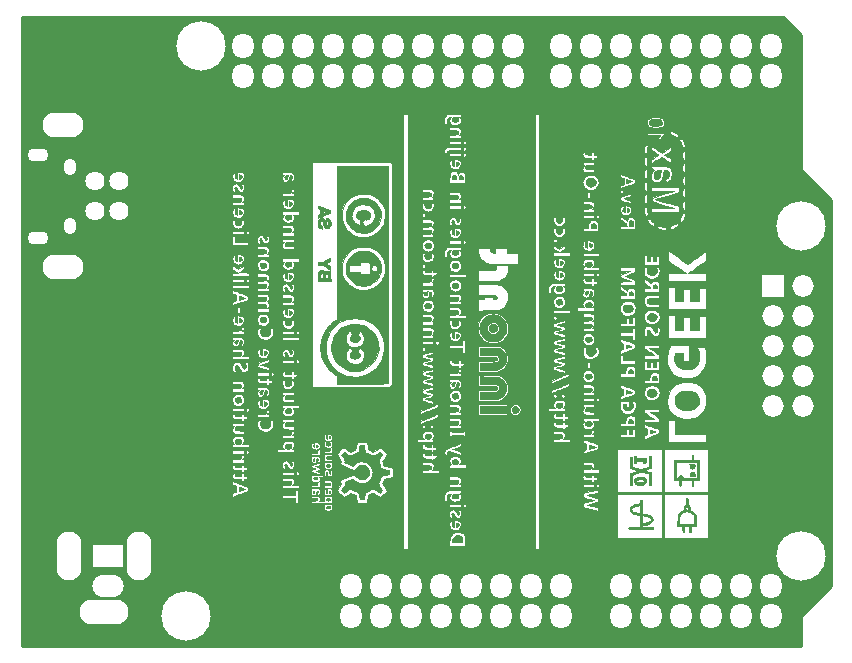
<source format=gbo>
G04 #@! TF.FileFunction,Legend,Bot*
%FSLAX46Y46*%
G04 Gerber Fmt 4.6, Leading zero omitted, Abs format (unit mm)*
G04 Created by KiCad (PCBNEW (2015-07-11 BZR 5925, Git c291b88)-product) date 22/08/2015 23:31:56*
%MOMM*%
G01*
G04 APERTURE LIST*
%ADD10C,0.100000*%
%ADD11C,0.254000*%
%ADD12R,1.828800X1.828800*%
%ADD13O,1.828800X1.828800*%
%ADD14C,4.165600*%
%ADD15C,1.101600*%
%ADD16C,1.051600*%
%ADD17C,2.101600*%
%ADD18R,2.641600X1.879600*%
%ADD19O,2.641600X1.879600*%
%ADD20O,1.828800X2.133600*%
%ADD21C,1.625600*%
G04 APERTURE END LIST*
D10*
G36*
X126809500Y-78930500D02*
X126809500Y-81258834D01*
X148209000Y-81258834D01*
X148209000Y-81301167D01*
X154474334Y-81301167D01*
X154654250Y-81301167D01*
X154834167Y-81301167D01*
X154834167Y-81563914D01*
X164661032Y-81563914D01*
X164808665Y-81565982D01*
X164946956Y-81575692D01*
X165063164Y-81593028D01*
X165110052Y-81604870D01*
X165243456Y-81663949D01*
X165342926Y-81747540D01*
X165407163Y-81853580D01*
X165434867Y-81980004D01*
X165427562Y-82109090D01*
X165390599Y-82207728D01*
X165318329Y-82296866D01*
X165217681Y-82369811D01*
X165110052Y-82415631D01*
X165010112Y-82436870D01*
X164881554Y-82450493D01*
X164737121Y-82456483D01*
X164589553Y-82454821D01*
X164451592Y-82445491D01*
X164335980Y-82428474D01*
X164289500Y-82416760D01*
X164154929Y-82357278D01*
X164053883Y-82273784D01*
X163988076Y-82169293D01*
X163959220Y-82046820D01*
X163969028Y-81909383D01*
X163978705Y-81869460D01*
X164021948Y-81784760D01*
X164098386Y-81705885D01*
X164198923Y-81640609D01*
X164289500Y-81603741D01*
X164388708Y-81582776D01*
X164516799Y-81569506D01*
X164661032Y-81563914D01*
X154834167Y-81563914D01*
X154834167Y-82766927D01*
X165990617Y-82766927D01*
X166066999Y-82767474D01*
X166169194Y-82796924D01*
X166275870Y-82843813D01*
X166415238Y-82916193D01*
X166516735Y-82979305D01*
X166583221Y-83035417D01*
X166617557Y-83086800D01*
X166624000Y-83120121D01*
X166607119Y-83189982D01*
X166561492Y-83235344D01*
X166506483Y-83248500D01*
X166462964Y-83237369D01*
X166399152Y-83208280D01*
X166333370Y-83170288D01*
X166243565Y-83117674D01*
X166141279Y-83064793D01*
X166076400Y-83035105D01*
X166005764Y-83002349D01*
X165950680Y-82971443D01*
X165923265Y-82949276D01*
X165905469Y-82887795D01*
X165917732Y-82824004D01*
X165937596Y-82794929D01*
X165990617Y-82766927D01*
X154834167Y-82766927D01*
X154834167Y-82909834D01*
X163978167Y-82909834D01*
X164708417Y-82909834D01*
X165438667Y-82909834D01*
X165438667Y-82955431D01*
X165421465Y-82997015D01*
X165372183Y-83057149D01*
X165311351Y-83116244D01*
X165241638Y-83185025D01*
X165177490Y-83258069D01*
X165131948Y-83320435D01*
X165129423Y-83324646D01*
X165093423Y-83380507D01*
X165093213Y-83380690D01*
X166832087Y-83380690D01*
X166894492Y-83385640D01*
X166951335Y-83425744D01*
X167000751Y-83489554D01*
X167053656Y-83581035D01*
X167104799Y-83688032D01*
X167148933Y-83798393D01*
X167180808Y-83899963D01*
X167195176Y-83980589D01*
X167195500Y-83991136D01*
X167177665Y-84060414D01*
X167128635Y-84104174D01*
X167069580Y-84116334D01*
X167031620Y-84113071D01*
X167002137Y-84098701D01*
X166976001Y-84066356D01*
X166948084Y-84009167D01*
X166913256Y-83920265D01*
X166903461Y-83893888D01*
X166866502Y-83800614D01*
X166826180Y-83709365D01*
X166790359Y-83637790D01*
X166785663Y-83629500D01*
X166745676Y-83551146D01*
X166732840Y-83494426D01*
X166746498Y-83449052D01*
X166772167Y-83417834D01*
X166832087Y-83380690D01*
X165093213Y-83380690D01*
X165061696Y-83408105D01*
X165019882Y-83417188D01*
X164992156Y-83417834D01*
X164939927Y-83414232D01*
X164911468Y-83405260D01*
X164909699Y-83401959D01*
X164920227Y-83376024D01*
X164947207Y-83325693D01*
X164984108Y-83262121D01*
X165024400Y-83196464D01*
X165061553Y-83139876D01*
X165070780Y-83126792D01*
X165105164Y-83079167D01*
X164541666Y-83079167D01*
X163978167Y-83079167D01*
X163978167Y-82994500D01*
X163978167Y-82909834D01*
X154834167Y-82909834D01*
X154834167Y-83885459D01*
X163879791Y-83885459D01*
X163921717Y-83887747D01*
X164031084Y-83894084D01*
X164028450Y-83989334D01*
X164027654Y-84009409D01*
X164359167Y-84009409D01*
X164544375Y-84133795D01*
X164636986Y-84195535D01*
X164750506Y-84270531D01*
X164870253Y-84349116D01*
X164976951Y-84418641D01*
X165224318Y-84579102D01*
X165627826Y-84305011D01*
X166031334Y-84030920D01*
X166031334Y-84200253D01*
X166031334Y-84369586D01*
X165991223Y-84396432D01*
X167140344Y-84396432D01*
X167199125Y-84426531D01*
X167214229Y-84444486D01*
X167224853Y-84471139D01*
X167231762Y-84513444D01*
X167235718Y-84578357D01*
X167237484Y-84672833D01*
X167237834Y-84779406D01*
X167236547Y-84918774D01*
X167231490Y-85021342D01*
X167220873Y-85092598D01*
X167202903Y-85138029D01*
X167175787Y-85163123D01*
X167137735Y-85173366D01*
X167108753Y-85174667D01*
X167064635Y-85169534D01*
X167032058Y-85150597D01*
X167009364Y-85112555D01*
X166994899Y-85050103D01*
X166987004Y-84957938D01*
X166984023Y-84830756D01*
X166983834Y-84774749D01*
X166984577Y-84650243D01*
X166987281Y-84561073D01*
X166992655Y-84500261D01*
X167001408Y-84460829D01*
X167014249Y-84435798D01*
X167018864Y-84430209D01*
X167074096Y-84397427D01*
X167140344Y-84396432D01*
X165991223Y-84396432D01*
X165741958Y-84563260D01*
X165452583Y-84756935D01*
X165514417Y-84787998D01*
X165555734Y-84811427D01*
X165623138Y-84852575D01*
X165707454Y-84905736D01*
X165799509Y-84965204D01*
X165803792Y-84968005D01*
X166031334Y-85116951D01*
X166031334Y-85282564D01*
X166031334Y-85448176D01*
X165628211Y-85182977D01*
X165512221Y-85107366D01*
X165407981Y-85040738D01*
X165320663Y-84986291D01*
X165255441Y-84947224D01*
X165217489Y-84926734D01*
X165210169Y-84924514D01*
X165189094Y-84937745D01*
X165137951Y-84971266D01*
X165061792Y-85021725D01*
X164965664Y-85085770D01*
X164854618Y-85160047D01*
X164777209Y-85211973D01*
X164419519Y-85452168D01*
X167129706Y-85452168D01*
X167191197Y-85478236D01*
X167199125Y-85484864D01*
X167214229Y-85502820D01*
X167224853Y-85529472D01*
X167231762Y-85571777D01*
X167235718Y-85636690D01*
X167237484Y-85731166D01*
X167237834Y-85837739D01*
X167236547Y-85977107D01*
X167231490Y-86079675D01*
X167220873Y-86150931D01*
X167202903Y-86196362D01*
X167175787Y-86221456D01*
X167137735Y-86231700D01*
X167108753Y-86233000D01*
X167064182Y-86227667D01*
X167031385Y-86208112D01*
X167008662Y-86169008D01*
X166994312Y-86105022D01*
X166986636Y-86010826D01*
X166983932Y-85881090D01*
X166983834Y-85841417D01*
X166984844Y-85714634D01*
X166988314Y-85623247D01*
X166994904Y-85560357D01*
X167005274Y-85519066D01*
X167016784Y-85496877D01*
X167066383Y-85458723D01*
X167129706Y-85452168D01*
X164419519Y-85452168D01*
X164359167Y-85492695D01*
X164359167Y-85323170D01*
X164359167Y-85153646D01*
X164654959Y-84957782D01*
X164752926Y-84892203D01*
X164837254Y-84834403D01*
X164902121Y-84788483D01*
X164941703Y-84758544D01*
X164951292Y-84749065D01*
X164934725Y-84733709D01*
X164888505Y-84699294D01*
X164818420Y-84649918D01*
X164730256Y-84589678D01*
X164655500Y-84539667D01*
X164359167Y-84343121D01*
X164359167Y-84176265D01*
X164359167Y-84009409D01*
X164027654Y-84009409D01*
X164022447Y-84140577D01*
X164013467Y-84280070D01*
X164002187Y-84401566D01*
X163989285Y-84498815D01*
X163975439Y-84565570D01*
X163962809Y-84594335D01*
X163909165Y-84621531D01*
X163845340Y-84619930D01*
X163790443Y-84591297D01*
X163778284Y-84577291D01*
X163758559Y-84523668D01*
X163747729Y-84437662D01*
X163745997Y-84328320D01*
X163753568Y-84204693D01*
X163767463Y-84095167D01*
X163783055Y-83998893D01*
X163796684Y-83937046D01*
X163813750Y-83902365D01*
X163839653Y-83887590D01*
X163879791Y-83885459D01*
X154834167Y-83885459D01*
X154834167Y-84518500D01*
X158642386Y-84518500D01*
X158741500Y-84518500D01*
X158733156Y-84589975D01*
X158733587Y-84643638D01*
X158752757Y-84682152D01*
X158795768Y-84707769D01*
X158867727Y-84722739D01*
X158973735Y-84729314D01*
X159051044Y-84730167D01*
X159279167Y-84730167D01*
X159279167Y-84624334D01*
X159279167Y-84518500D01*
X159385000Y-84518500D01*
X159490834Y-84518500D01*
X159490834Y-84624334D01*
X159490834Y-84730167D01*
X159639000Y-84730167D01*
X159711982Y-84730859D01*
X159764792Y-84732680D01*
X159786750Y-84735247D01*
X159786855Y-84735459D01*
X159780915Y-84756768D01*
X159765735Y-84807080D01*
X159747008Y-84867750D01*
X159735429Y-84904946D01*
X163849485Y-84904946D01*
X163915347Y-84907287D01*
X163960625Y-84934531D01*
X163975613Y-84952320D01*
X163986195Y-84978712D01*
X163993113Y-85020594D01*
X163997112Y-85084852D01*
X163998937Y-85178371D01*
X163999334Y-85292852D01*
X163998314Y-85430614D01*
X163994035Y-85531672D01*
X163984666Y-85601629D01*
X163969695Y-85642494D01*
X164359167Y-85642494D01*
X164438542Y-85677485D01*
X164468976Y-85688120D01*
X164510380Y-85696804D01*
X164567658Y-85703868D01*
X164645713Y-85709641D01*
X164749449Y-85714453D01*
X164883769Y-85718631D01*
X165053576Y-85722506D01*
X165131750Y-85724030D01*
X165309113Y-85727457D01*
X165449400Y-85730616D01*
X165557866Y-85733985D01*
X165639763Y-85738042D01*
X165700342Y-85743267D01*
X165744857Y-85750137D01*
X165778560Y-85759130D01*
X165806703Y-85770726D01*
X165834539Y-85785403D01*
X165840174Y-85788549D01*
X165905469Y-85833842D01*
X165956627Y-85893515D01*
X165998924Y-85966970D01*
X166026732Y-86023872D01*
X166045021Y-86072251D01*
X166055707Y-86123415D01*
X166060710Y-86188669D01*
X166061948Y-86279320D01*
X166061756Y-86337337D01*
X166057197Y-86483469D01*
X166053983Y-86510501D01*
X167129706Y-86510501D01*
X167191197Y-86536570D01*
X167199125Y-86543198D01*
X167214229Y-86561153D01*
X167224853Y-86587806D01*
X167231762Y-86630111D01*
X167235718Y-86695024D01*
X167237484Y-86789499D01*
X167237834Y-86896073D01*
X167237141Y-87023043D01*
X167234616Y-87114526D01*
X167229587Y-87177352D01*
X167221384Y-87218351D01*
X167209334Y-87244354D01*
X167202803Y-87252625D01*
X167147571Y-87285407D01*
X167081324Y-87286402D01*
X167022542Y-87256303D01*
X167007256Y-87238083D01*
X166996564Y-87211014D01*
X166989673Y-87168033D01*
X166985787Y-87102073D01*
X166984114Y-87006070D01*
X166983834Y-86911763D01*
X166984768Y-86782693D01*
X166987989Y-86689154D01*
X166994122Y-86624377D01*
X167003792Y-86581592D01*
X167016784Y-86555210D01*
X167066383Y-86517056D01*
X167129706Y-86510501D01*
X166053983Y-86510501D01*
X166043488Y-86598749D01*
X166017893Y-86694171D01*
X165977674Y-86780728D01*
X165934337Y-86849240D01*
X165873657Y-86912980D01*
X165787427Y-86974409D01*
X165691689Y-87023346D01*
X165625553Y-87045206D01*
X165597465Y-87050885D01*
X165578754Y-87047027D01*
X165565660Y-87026234D01*
X165554421Y-86981109D01*
X165541276Y-86904253D01*
X165535450Y-86868000D01*
X165530860Y-86825300D01*
X165539785Y-86797200D01*
X165570453Y-86773074D01*
X165631093Y-86742294D01*
X165633786Y-86741000D01*
X165720817Y-86692553D01*
X165778361Y-86640075D01*
X165812013Y-86573619D01*
X165827370Y-86483235D01*
X165830250Y-86391750D01*
X165828304Y-86297139D01*
X165821011Y-86232969D01*
X165806188Y-86187466D01*
X165786413Y-86155178D01*
X165705591Y-86079119D01*
X165602794Y-86034908D01*
X165503585Y-86026136D01*
X165465605Y-86028937D01*
X165436917Y-86035761D01*
X165415071Y-86052267D01*
X165397619Y-86084112D01*
X165382114Y-86136957D01*
X165366107Y-86216460D01*
X165347149Y-86328279D01*
X165331675Y-86423500D01*
X165308821Y-86559514D01*
X165289090Y-86661800D01*
X165269959Y-86738587D01*
X165248901Y-86798102D01*
X165223393Y-86848574D01*
X165190909Y-86898230D01*
X165182316Y-86910221D01*
X165095406Y-86996935D01*
X164982285Y-87060914D01*
X164855723Y-87095929D01*
X164791948Y-87100627D01*
X164686422Y-87086321D01*
X164578981Y-87047636D01*
X164484524Y-86991495D01*
X164420018Y-86927779D01*
X164359723Y-86809459D01*
X164327347Y-86669884D01*
X164323495Y-86520145D01*
X164348773Y-86371329D01*
X164384321Y-86273210D01*
X164426678Y-86193290D01*
X164476772Y-86116091D01*
X164504765Y-86080410D01*
X164571999Y-86003835D01*
X164492041Y-85978076D01*
X164423677Y-85952635D01*
X164383858Y-85923486D01*
X164364967Y-85879067D01*
X164359386Y-85807816D01*
X164359167Y-85776405D01*
X164359167Y-85642494D01*
X163969695Y-85642494D01*
X163968376Y-85646092D01*
X163943335Y-85670666D01*
X163907712Y-85680953D01*
X163872022Y-85682667D01*
X163827125Y-85677604D01*
X163794028Y-85658858D01*
X163771025Y-85621089D01*
X163756408Y-85558960D01*
X163748472Y-85467135D01*
X163745511Y-85340273D01*
X163745334Y-85286374D01*
X163745832Y-85165908D01*
X163747933Y-85080355D01*
X163752548Y-85022299D01*
X163760589Y-84984324D01*
X163772966Y-84959016D01*
X163787667Y-84941834D01*
X163849485Y-84904946D01*
X159735429Y-84904946D01*
X159707472Y-84994750D01*
X159599153Y-85001148D01*
X159535622Y-85006136D01*
X159503576Y-85016573D01*
X159492239Y-85040359D01*
X159490834Y-85080523D01*
X159490834Y-85153500D01*
X159385000Y-85153500D01*
X159279167Y-85153500D01*
X159279167Y-85079417D01*
X159279167Y-85005334D01*
X159013904Y-85005334D01*
X158870926Y-85002711D01*
X158763166Y-84993521D01*
X158683759Y-84975782D01*
X158625839Y-84947511D01*
X158582540Y-84906728D01*
X158560043Y-84874316D01*
X158529529Y-84794028D01*
X158517126Y-84693604D01*
X158524647Y-84591982D01*
X158530508Y-84566125D01*
X158544624Y-84536551D01*
X158574327Y-84522455D01*
X158632069Y-84518539D01*
X158642386Y-84518500D01*
X154834167Y-84518500D01*
X154834167Y-85322834D01*
X158538334Y-85322834D01*
X159014584Y-85322834D01*
X159490834Y-85322834D01*
X159490834Y-85460417D01*
X159490834Y-85598000D01*
X159171706Y-85598000D01*
X158852577Y-85598000D01*
X158790706Y-85659872D01*
X158740784Y-85733683D01*
X158730772Y-85811451D01*
X158761254Y-85886731D01*
X158769250Y-85897281D01*
X158786183Y-85915986D01*
X158806542Y-85929505D01*
X158837175Y-85938856D01*
X158884928Y-85945058D01*
X158956649Y-85949131D01*
X159059184Y-85952093D01*
X159150250Y-85953999D01*
X159490834Y-85960747D01*
X159490834Y-85963279D01*
X163849485Y-85963279D01*
X163915347Y-85965620D01*
X163960625Y-85992864D01*
X163975613Y-86010653D01*
X163986195Y-86037046D01*
X163993113Y-86078927D01*
X163997112Y-86143185D01*
X163998937Y-86236704D01*
X163999334Y-86351186D01*
X163998314Y-86488948D01*
X163994035Y-86590005D01*
X163984666Y-86659963D01*
X163968376Y-86704426D01*
X163943335Y-86728999D01*
X163907712Y-86739287D01*
X163872022Y-86741000D01*
X163827125Y-86735938D01*
X163794028Y-86717191D01*
X163771025Y-86679422D01*
X163756408Y-86617294D01*
X163748472Y-86525468D01*
X163745511Y-86398607D01*
X163745334Y-86344707D01*
X163745832Y-86224242D01*
X163747933Y-86138688D01*
X163752548Y-86080632D01*
X163760589Y-86042657D01*
X163772966Y-86017350D01*
X163787667Y-86000167D01*
X163849485Y-85963279D01*
X159490834Y-85963279D01*
X159490834Y-86098588D01*
X159490834Y-86236429D01*
X159115125Y-86229423D01*
X158976875Y-86226366D01*
X158873920Y-86222574D01*
X158799221Y-86217263D01*
X158745738Y-86209651D01*
X158706435Y-86198954D01*
X158674271Y-86184389D01*
X158665334Y-86179364D01*
X158587877Y-86111350D01*
X158537470Y-86018730D01*
X158517331Y-85911888D01*
X158530679Y-85801205D01*
X158539680Y-85774003D01*
X158570328Y-85717197D01*
X158614309Y-85659854D01*
X158617724Y-85656209D01*
X158673254Y-85598000D01*
X158605794Y-85598000D01*
X158538334Y-85598000D01*
X158538334Y-85460417D01*
X158538334Y-85322834D01*
X154834167Y-85322834D01*
X154834167Y-86382307D01*
X161713334Y-86382307D01*
X161927529Y-86459241D01*
X162016414Y-86491216D01*
X162134499Y-86533768D01*
X162271175Y-86583069D01*
X162415834Y-86635293D01*
X162557237Y-86686386D01*
X162972750Y-86836598D01*
X162978673Y-86984591D01*
X162980142Y-87021283D01*
X163846145Y-87021283D01*
X163908631Y-87025316D01*
X163952291Y-87049117D01*
X163970215Y-87063648D01*
X163982895Y-87082633D01*
X163991237Y-87112961D01*
X163996146Y-87161526D01*
X163998526Y-87235219D01*
X163999282Y-87340931D01*
X163999334Y-87407439D01*
X163998639Y-87503000D01*
X164359167Y-87503000D01*
X165513545Y-87503000D01*
X166667922Y-87503000D01*
X166665760Y-87571946D01*
X167087985Y-87571946D01*
X167153847Y-87574287D01*
X167199125Y-87601531D01*
X167214229Y-87619486D01*
X167224853Y-87646139D01*
X167231762Y-87688444D01*
X167235718Y-87753357D01*
X167237484Y-87847833D01*
X167237834Y-87954406D01*
X167237141Y-88081376D01*
X167234616Y-88172859D01*
X167229587Y-88235685D01*
X167221384Y-88276684D01*
X167209334Y-88302687D01*
X167202803Y-88310959D01*
X167147571Y-88343741D01*
X167081324Y-88344736D01*
X167022542Y-88314637D01*
X167007360Y-88296568D01*
X166996707Y-88269737D01*
X166989805Y-88227142D01*
X166985879Y-88161781D01*
X166984153Y-88066650D01*
X166983834Y-87965387D01*
X166984294Y-87842347D01*
X166986247Y-87754400D01*
X166990551Y-87694311D01*
X166998067Y-87654844D01*
X167009652Y-87628763D01*
X167026167Y-87608834D01*
X167087985Y-87571946D01*
X166665760Y-87571946D01*
X166661836Y-87697072D01*
X166655750Y-87891144D01*
X165678153Y-88210364D01*
X164700555Y-88529584D01*
X164820903Y-88565690D01*
X164866952Y-88579540D01*
X164948562Y-88604125D01*
X165035330Y-88630279D01*
X167087985Y-88630279D01*
X167153847Y-88632620D01*
X167199125Y-88659864D01*
X167214113Y-88677653D01*
X167224695Y-88704046D01*
X167231613Y-88745927D01*
X167235612Y-88810185D01*
X167237437Y-88903704D01*
X167237834Y-89018186D01*
X167237113Y-89146986D01*
X167234545Y-89239959D01*
X167229526Y-89303593D01*
X167221451Y-89344377D01*
X167209714Y-89368799D01*
X167204572Y-89374739D01*
X167149292Y-89403312D01*
X167082480Y-89402875D01*
X167023261Y-89373614D01*
X167022542Y-89372970D01*
X167007360Y-89354901D01*
X166996707Y-89328070D01*
X166989805Y-89285475D01*
X166985879Y-89220114D01*
X166984153Y-89124983D01*
X166983834Y-89023720D01*
X166984294Y-88900680D01*
X166986247Y-88812733D01*
X166990551Y-88752644D01*
X166998067Y-88713177D01*
X167009652Y-88687097D01*
X167026167Y-88667167D01*
X167087985Y-88630279D01*
X165035330Y-88630279D01*
X165060762Y-88637945D01*
X165198584Y-88679502D01*
X165357061Y-88727298D01*
X165531224Y-88779836D01*
X165716105Y-88835616D01*
X165803619Y-88862023D01*
X166665988Y-89122250D01*
X166666161Y-89339209D01*
X166666334Y-89556167D01*
X165512750Y-89556167D01*
X164359167Y-89556167D01*
X164359167Y-89418800D01*
X164359167Y-89281432D01*
X165314584Y-89275925D01*
X166270001Y-89270417D01*
X165319876Y-88984068D01*
X164369750Y-88697720D01*
X164369750Y-88553011D01*
X164369750Y-88408302D01*
X165321025Y-88098526D01*
X166272299Y-87788750D01*
X165315733Y-87783243D01*
X164359167Y-87777736D01*
X164359167Y-87640368D01*
X164359167Y-87503000D01*
X163998639Y-87503000D01*
X163998329Y-87545604D01*
X163994105Y-87647052D01*
X163984845Y-87717374D01*
X163968731Y-87762162D01*
X163943947Y-87787010D01*
X163908677Y-87797508D01*
X163872022Y-87799334D01*
X163827125Y-87794271D01*
X163794028Y-87775524D01*
X163771025Y-87737756D01*
X163756408Y-87675627D01*
X163748472Y-87583801D01*
X163745511Y-87456940D01*
X163745334Y-87403041D01*
X163745832Y-87282575D01*
X163747933Y-87197022D01*
X163752548Y-87138965D01*
X163760589Y-87100991D01*
X163772966Y-87075683D01*
X163787667Y-87058500D01*
X163846145Y-87021283D01*
X162980142Y-87021283D01*
X162984595Y-87132584D01*
X162608256Y-87267050D01*
X162465838Y-87317932D01*
X162314758Y-87371904D01*
X162168325Y-87424209D01*
X162039847Y-87470096D01*
X161972625Y-87494101D01*
X161713334Y-87586686D01*
X161713334Y-87450814D01*
X161713334Y-87314942D01*
X161861500Y-87267221D01*
X162009667Y-87219501D01*
X162009667Y-86984417D01*
X162009667Y-86749333D01*
X161861500Y-86701613D01*
X161713334Y-86653893D01*
X161713334Y-86518100D01*
X161713334Y-86382307D01*
X154834167Y-86382307D01*
X154834167Y-86434321D01*
X159213533Y-86434321D01*
X159368636Y-86442845D01*
X159494157Y-86470614D01*
X159599970Y-86521532D01*
X159695949Y-86599502D01*
X159734983Y-86640453D01*
X159822944Y-86764365D01*
X159874175Y-86902021D01*
X159890468Y-87059075D01*
X159887985Y-87123432D01*
X159856777Y-87289250D01*
X159789393Y-87433883D01*
X159687499Y-87554902D01*
X159552760Y-87649878D01*
X159513410Y-87669608D01*
X159440247Y-87693500D01*
X161713334Y-87693500D01*
X161840334Y-87693500D01*
X161967334Y-87693500D01*
X161967334Y-87820500D01*
X161967334Y-87947500D01*
X161840334Y-87947500D01*
X161713334Y-87947500D01*
X161713334Y-87820500D01*
X161713334Y-87693500D01*
X159440247Y-87693500D01*
X159401981Y-87705996D01*
X159269686Y-87725517D01*
X159131370Y-87727902D01*
X159001879Y-87712886D01*
X158897092Y-87680681D01*
X158756199Y-87593891D01*
X158645876Y-87480681D01*
X158568243Y-87345976D01*
X158525420Y-87194705D01*
X158519528Y-87031795D01*
X158549460Y-86872776D01*
X158608863Y-86735058D01*
X158699483Y-86622206D01*
X158824946Y-86530031D01*
X158865222Y-86508167D01*
X158936672Y-86473205D01*
X158993930Y-86451413D01*
X159051484Y-86439720D01*
X159123827Y-86435053D01*
X159213533Y-86434321D01*
X154834167Y-86434321D01*
X154834167Y-87926334D01*
X158940500Y-87926334D01*
X159046334Y-87926334D01*
X159152167Y-87926334D01*
X159152167Y-87989834D01*
X162630962Y-87989834D01*
X162638308Y-88009031D01*
X162643282Y-88058769D01*
X162643823Y-88079616D01*
X163846145Y-88079616D01*
X163908631Y-88083649D01*
X163952291Y-88107451D01*
X163970400Y-88122170D01*
X163983149Y-88141427D01*
X163991476Y-88172214D01*
X163996318Y-88221522D01*
X163998613Y-88296341D01*
X163999300Y-88403665D01*
X163999334Y-88458092D01*
X163997902Y-88576181D01*
X163993939Y-88679358D01*
X163987944Y-88759464D01*
X163980414Y-88808342D01*
X163977422Y-88816725D01*
X163939386Y-88849382D01*
X163883373Y-88857667D01*
X163834692Y-88853457D01*
X163798838Y-88837195D01*
X163773912Y-88803433D01*
X163758017Y-88746723D01*
X163749255Y-88661616D01*
X163745729Y-88542665D01*
X163745334Y-88461374D01*
X163745832Y-88340908D01*
X163747933Y-88255355D01*
X163752548Y-88197299D01*
X163760589Y-88159324D01*
X163772966Y-88134016D01*
X163787667Y-88116834D01*
X163846145Y-88079616D01*
X162643823Y-88079616D01*
X162644667Y-88112226D01*
X162644667Y-88234617D01*
X162332405Y-88339446D01*
X162020144Y-88444274D01*
X162332405Y-88549526D01*
X162644667Y-88654777D01*
X162644667Y-88778941D01*
X162641971Y-88851989D01*
X162632927Y-88889024D01*
X162616796Y-88896261D01*
X162589622Y-88886894D01*
X162529086Y-88864488D01*
X162441283Y-88831348D01*
X162332306Y-88789780D01*
X162208248Y-88742091D01*
X162151284Y-88720084D01*
X161713642Y-88550750D01*
X161713488Y-88442766D01*
X161713334Y-88334782D01*
X162165295Y-88162308D01*
X162295171Y-88112965D01*
X162411655Y-88069129D01*
X162508990Y-88032931D01*
X162581421Y-88006503D01*
X162623190Y-87991978D01*
X162630962Y-87989834D01*
X159152167Y-87989834D01*
X159152167Y-88180334D01*
X159152167Y-88434334D01*
X159046334Y-88434334D01*
X158940500Y-88434334D01*
X158940500Y-88180334D01*
X158940500Y-87926334D01*
X154834167Y-87926334D01*
X154834167Y-88667167D01*
X158538334Y-88667167D01*
X158892875Y-88667632D01*
X159056605Y-88669911D01*
X159183975Y-88677179D01*
X159280807Y-88690806D01*
X159352920Y-88712162D01*
X159406135Y-88742617D01*
X159446270Y-88783540D01*
X159458401Y-88800738D01*
X159501749Y-88903202D01*
X159508721Y-88999803D01*
X162115500Y-88999803D01*
X162242761Y-89013105D01*
X162390175Y-89044558D01*
X162507886Y-89103711D01*
X162542479Y-89137761D01*
X163846966Y-89137761D01*
X163910035Y-89142180D01*
X163949249Y-89163654D01*
X163969341Y-89182549D01*
X163983374Y-89211573D01*
X163993199Y-89259109D01*
X164000666Y-89333541D01*
X164006467Y-89422945D01*
X164013332Y-89528961D01*
X164021157Y-89630149D01*
X164026079Y-89683167D01*
X167068500Y-89683167D01*
X167135484Y-89701166D01*
X167178869Y-89749307D01*
X167191695Y-89818804D01*
X167189714Y-89836147D01*
X167165079Y-89935887D01*
X167124843Y-90045772D01*
X167074045Y-90156105D01*
X167017723Y-90257184D01*
X166960918Y-90339312D01*
X166908668Y-90392789D01*
X166896315Y-90400879D01*
X166852096Y-90420151D01*
X166816057Y-90414041D01*
X166785190Y-90395795D01*
X166745627Y-90356686D01*
X166731869Y-90304278D01*
X166744381Y-90233130D01*
X166783633Y-90137800D01*
X166812209Y-90081667D01*
X166855110Y-89996491D01*
X166892892Y-89913713D01*
X166918316Y-89849328D01*
X166920718Y-89841917D01*
X166958325Y-89752099D01*
X167005472Y-89700439D01*
X167065640Y-89683194D01*
X167068500Y-89683167D01*
X164026079Y-89683167D01*
X164028782Y-89712299D01*
X164032996Y-89748126D01*
X164032805Y-89833573D01*
X164003823Y-89888407D01*
X163945209Y-89913813D01*
X163913643Y-89916000D01*
X163859963Y-89901470D01*
X163817662Y-89856310D01*
X163785997Y-89778169D01*
X163764223Y-89664695D01*
X163751597Y-89513537D01*
X163747915Y-89392125D01*
X163748101Y-89301740D01*
X163753214Y-89242866D01*
X163765215Y-89204787D01*
X163786070Y-89176783D01*
X163787667Y-89175167D01*
X163846966Y-89137761D01*
X162542479Y-89137761D01*
X162593956Y-89188430D01*
X162646447Y-89296582D01*
X162663423Y-89426032D01*
X162660864Y-89473448D01*
X162629512Y-89597957D01*
X162563518Y-89700845D01*
X162466254Y-89779116D01*
X162341094Y-89829777D01*
X162239988Y-89847092D01*
X162085142Y-89844702D01*
X161951272Y-89810142D01*
X161841708Y-89746999D01*
X161759785Y-89658859D01*
X161708832Y-89549310D01*
X161692183Y-89421938D01*
X161713170Y-89280331D01*
X161713245Y-89280062D01*
X161750582Y-89204349D01*
X161813665Y-89129486D01*
X161888368Y-89070547D01*
X161928026Y-89050851D01*
X161959943Y-89040796D01*
X161978169Y-89046963D01*
X161988800Y-89077733D01*
X161997926Y-89141489D01*
X161998761Y-89148165D01*
X162005221Y-89219801D01*
X162001043Y-89260949D01*
X161984815Y-89282437D01*
X161980905Y-89284830D01*
X161914662Y-89338239D01*
X161884115Y-89401529D01*
X161882667Y-89418915D01*
X161901433Y-89481856D01*
X161949669Y-89540178D01*
X162015280Y-89581226D01*
X162046709Y-89590586D01*
X162115500Y-89603792D01*
X162115500Y-89301798D01*
X162115500Y-88999803D01*
X159508721Y-88999803D01*
X159509844Y-89015363D01*
X159483802Y-89125248D01*
X159424735Y-89220882D01*
X159418699Y-89227472D01*
X159348252Y-89302167D01*
X159419543Y-89302167D01*
X159490834Y-89302167D01*
X159490834Y-89439750D01*
X159490834Y-89577334D01*
X159014584Y-89577334D01*
X158538334Y-89577334D01*
X158538334Y-89441240D01*
X158538334Y-89305147D01*
X158868300Y-89298365D01*
X159198266Y-89291584D01*
X159249300Y-89232195D01*
X159283781Y-89178848D01*
X159300127Y-89127543D01*
X159300334Y-89122801D01*
X159295023Y-89062426D01*
X159275802Y-89016856D01*
X159237736Y-88984131D01*
X159175893Y-88962289D01*
X159085339Y-88949370D01*
X158961139Y-88943413D01*
X158846302Y-88942334D01*
X158538334Y-88942334D01*
X158538334Y-88804750D01*
X158538334Y-88667167D01*
X154834167Y-88667167D01*
X154834167Y-89813637D01*
X159808201Y-89813637D01*
X159875671Y-89846824D01*
X159886345Y-89856190D01*
X159924853Y-89916597D01*
X161713334Y-89916597D01*
X161897000Y-90027424D01*
X161989699Y-90087299D01*
X162081226Y-90153057D01*
X162156810Y-90213851D01*
X162180713Y-90235747D01*
X162280760Y-90333244D01*
X162293207Y-90271008D01*
X162331724Y-90177275D01*
X162400392Y-90103145D01*
X162490405Y-90051664D01*
X162592954Y-90025878D01*
X162699229Y-90028830D01*
X162800424Y-90063568D01*
X162833553Y-90084185D01*
X162878533Y-90119317D01*
X162906190Y-90149311D01*
X164145123Y-90149311D01*
X164209906Y-90179038D01*
X164249786Y-90217625D01*
X164289121Y-90262317D01*
X164349080Y-90326351D01*
X164419988Y-90399510D01*
X164463071Y-90442846D01*
X164537683Y-90519614D01*
X164550427Y-90534673D01*
X166490368Y-90534673D01*
X166526324Y-90547423D01*
X166537121Y-90553279D01*
X166586458Y-90601240D01*
X166601432Y-90663917D01*
X166581621Y-90730729D01*
X166545950Y-90775111D01*
X166499161Y-90809195D01*
X166424508Y-90853661D01*
X166333273Y-90902780D01*
X166236741Y-90950822D01*
X166146195Y-90992058D01*
X166072918Y-91020759D01*
X166047055Y-91028433D01*
X165975228Y-91028342D01*
X165920512Y-90996321D01*
X165889176Y-90941362D01*
X165887486Y-90872456D01*
X165905079Y-90824776D01*
X165933620Y-90791859D01*
X165953823Y-90783834D01*
X165983987Y-90774488D01*
X166042882Y-90749203D01*
X166121966Y-90712103D01*
X166212695Y-90667314D01*
X166306526Y-90618962D01*
X166394915Y-90571172D01*
X166399538Y-90568592D01*
X166453946Y-90541080D01*
X166490368Y-90534673D01*
X164550427Y-90534673D01*
X164585310Y-90575894D01*
X164611050Y-90618820D01*
X164619999Y-90655525D01*
X164620223Y-90662801D01*
X164601884Y-90729056D01*
X164554753Y-90769928D01*
X164963773Y-90769928D01*
X165011142Y-90777852D01*
X165072105Y-90794627D01*
X165158732Y-90814667D01*
X165263505Y-90831713D01*
X165353549Y-90841204D01*
X165465690Y-90853574D01*
X165541415Y-90874418D01*
X165586299Y-90906838D01*
X165605920Y-90953937D01*
X165608000Y-90982813D01*
X165603217Y-91035730D01*
X165584567Y-91070980D01*
X165545602Y-91091245D01*
X165479873Y-91099205D01*
X165380931Y-91097538D01*
X165337576Y-91095196D01*
X165211167Y-91083222D01*
X165090839Y-91063765D01*
X164986363Y-91039018D01*
X164907511Y-91011177D01*
X164872459Y-90990749D01*
X164847617Y-90946400D01*
X164846416Y-90886183D01*
X164866584Y-90827710D01*
X164897931Y-90793117D01*
X164930729Y-90775057D01*
X164963773Y-90769928D01*
X164554753Y-90769928D01*
X164552484Y-90771895D01*
X164495137Y-90783834D01*
X164446064Y-90767772D01*
X164379439Y-90724354D01*
X164302231Y-90660732D01*
X164221411Y-90584056D01*
X164143948Y-90501480D01*
X164076812Y-90420153D01*
X164026973Y-90347228D01*
X164001401Y-90289856D01*
X163999473Y-90275252D01*
X164010925Y-90234211D01*
X164032284Y-90195877D01*
X164082868Y-90154619D01*
X164145123Y-90149311D01*
X162906190Y-90149311D01*
X162912764Y-90156441D01*
X162937837Y-90201843D01*
X162955340Y-90261811D01*
X162966865Y-90342633D01*
X162974000Y-90450594D01*
X162978335Y-90591983D01*
X162979691Y-90662125D01*
X162986632Y-91059000D01*
X162349983Y-91059000D01*
X161713334Y-91059000D01*
X161713334Y-90932000D01*
X161713334Y-90805000D01*
X161980610Y-90805000D01*
X162247887Y-90805000D01*
X162237651Y-90698476D01*
X162228633Y-90639833D01*
X162210540Y-90589972D01*
X162178074Y-90543035D01*
X162125940Y-90493162D01*
X162048843Y-90434497D01*
X161941488Y-90361180D01*
X161919709Y-90346747D01*
X161713334Y-90210351D01*
X161713334Y-90063474D01*
X161713334Y-89916597D01*
X159924853Y-89916597D01*
X159925025Y-89916867D01*
X159931493Y-89985685D01*
X159910010Y-90051230D01*
X159864836Y-90102089D01*
X159800230Y-90126851D01*
X159785014Y-90127667D01*
X159726457Y-90108962D01*
X159675065Y-90061986D01*
X159643451Y-90000453D01*
X159639000Y-89968917D01*
X159651825Y-89919341D01*
X159682680Y-89866180D01*
X159682870Y-89865938D01*
X159741241Y-89820138D01*
X159808201Y-89813637D01*
X154834167Y-89813637D01*
X154834167Y-89831334D01*
X158538334Y-89831334D01*
X159014584Y-89831334D01*
X159490834Y-89831334D01*
X159490834Y-89968917D01*
X159490834Y-90106500D01*
X159014584Y-90106500D01*
X158538334Y-90106500D01*
X158538334Y-89968917D01*
X158538334Y-89831334D01*
X154834167Y-89831334D01*
X154834167Y-90019760D01*
X156761627Y-90019760D01*
X156881431Y-90026089D01*
X156949635Y-90031018D01*
X156987514Y-90041190D01*
X157007041Y-90063523D01*
X157020190Y-90104936D01*
X157020600Y-90106500D01*
X157032726Y-90204051D01*
X157030256Y-90260271D01*
X159490342Y-90260271D01*
X159493958Y-90260587D01*
X159620858Y-90286297D01*
X159718186Y-90339559D01*
X159790998Y-90423571D01*
X159812124Y-90461840D01*
X159831171Y-90504422D01*
X159844921Y-90548143D01*
X159854452Y-90601302D01*
X159860843Y-90672198D01*
X159865172Y-90769129D01*
X159868402Y-90894959D01*
X159875553Y-91228334D01*
X159206943Y-91228334D01*
X158538334Y-91228334D01*
X158538334Y-91080167D01*
X158538334Y-90932000D01*
X158771167Y-90932000D01*
X159004000Y-90932000D01*
X159004930Y-90789125D01*
X159021500Y-90628990D01*
X159067251Y-90493925D01*
X159139598Y-90386724D01*
X159235954Y-90310184D01*
X159353730Y-90267101D01*
X159490342Y-90260271D01*
X157030256Y-90260271D01*
X157027653Y-90319486D01*
X157007524Y-90433041D01*
X156975427Y-90523117D01*
X156897077Y-90632585D01*
X156791609Y-90714162D01*
X156665815Y-90765298D01*
X156526488Y-90783445D01*
X156380420Y-90766054D01*
X156350040Y-90757802D01*
X156267289Y-90717349D01*
X156184276Y-90651185D01*
X156114195Y-90571989D01*
X156070238Y-90492438D01*
X156068512Y-90487283D01*
X156047225Y-90375017D01*
X156045247Y-90246209D01*
X156062816Y-90122111D01*
X156064347Y-90115874D01*
X156088026Y-90021834D01*
X156200850Y-90021834D01*
X156313674Y-90021834D01*
X156280775Y-90100570D01*
X156253971Y-90209671D01*
X156263537Y-90311006D01*
X156305702Y-90397673D01*
X156376694Y-90462770D01*
X156472743Y-90499397D01*
X156500862Y-90503358D01*
X156614258Y-90496561D01*
X156707115Y-90456632D01*
X156775199Y-90389508D01*
X156814275Y-90301127D01*
X156820109Y-90197424D01*
X156792731Y-90094200D01*
X156761627Y-90019760D01*
X154834167Y-90019760D01*
X154834167Y-90951093D01*
X156761627Y-90951093D01*
X156881431Y-90957422D01*
X156949635Y-90962351D01*
X156987514Y-90972523D01*
X157007041Y-90994856D01*
X157020190Y-91036269D01*
X157020600Y-91037834D01*
X157032726Y-91135385D01*
X157027653Y-91250820D01*
X157007524Y-91364374D01*
X156975427Y-91454451D01*
X156897077Y-91563919D01*
X156791609Y-91645495D01*
X156665815Y-91696631D01*
X156526488Y-91714778D01*
X156380420Y-91697387D01*
X156350040Y-91689136D01*
X156267289Y-91648682D01*
X156184276Y-91582519D01*
X156114195Y-91503322D01*
X156070238Y-91423771D01*
X156068512Y-91418616D01*
X156047225Y-91306350D01*
X156045247Y-91177542D01*
X156062816Y-91053444D01*
X156064347Y-91047207D01*
X156088026Y-90953167D01*
X156200850Y-90953167D01*
X156313674Y-90953167D01*
X156280775Y-91031904D01*
X156253971Y-91141004D01*
X156263537Y-91242339D01*
X156305702Y-91329006D01*
X156376694Y-91394104D01*
X156472743Y-91430731D01*
X156500862Y-91434692D01*
X156614258Y-91427894D01*
X156707115Y-91387965D01*
X156775199Y-91320841D01*
X156814275Y-91232460D01*
X156820109Y-91128757D01*
X156792731Y-91025534D01*
X156761627Y-90951093D01*
X154834167Y-90951093D01*
X154834167Y-91846280D01*
X156202335Y-91846280D01*
X156262128Y-91867886D01*
X156309602Y-91915307D01*
X156335073Y-91984187D01*
X156335507Y-91990334D01*
X158940500Y-91990334D01*
X159041042Y-91990452D01*
X159186968Y-92007624D01*
X159309868Y-92055645D01*
X159406627Y-92129823D01*
X159474128Y-92225466D01*
X159509255Y-92337882D01*
X159508890Y-92462378D01*
X159469918Y-92594262D01*
X159458383Y-92618785D01*
X159380231Y-92731056D01*
X159274731Y-92812552D01*
X159268252Y-92815005D01*
X165766750Y-92815005D01*
X166571084Y-93410755D01*
X166733847Y-93531334D01*
X166886545Y-93644504D01*
X167025738Y-93747712D01*
X167147984Y-93838404D01*
X167249843Y-93914028D01*
X167327876Y-93972029D01*
X167378641Y-94009855D01*
X167398546Y-94024831D01*
X167421401Y-94016964D01*
X167476327Y-93983745D01*
X167562139Y-93926007D01*
X167677647Y-93844587D01*
X167821664Y-93740322D01*
X167993003Y-93614046D01*
X168169396Y-93482412D01*
X168325499Y-93365635D01*
X168471340Y-93257092D01*
X168603412Y-93159355D01*
X168718203Y-93074995D01*
X168812204Y-93006585D01*
X168881905Y-92956696D01*
X168923797Y-92927899D01*
X168934725Y-92921667D01*
X168940160Y-92941759D01*
X168944914Y-92997743D01*
X168948711Y-93083176D01*
X168951272Y-93191619D01*
X168952322Y-93316631D01*
X168952334Y-93331389D01*
X168952334Y-93741110D01*
X168297063Y-94189357D01*
X168145115Y-94293029D01*
X168000721Y-94391035D01*
X167868428Y-94480328D01*
X167752781Y-94557859D01*
X167658326Y-94620581D01*
X167589611Y-94665447D01*
X167551180Y-94689409D01*
X167550938Y-94689547D01*
X167460084Y-94741491D01*
X168206209Y-94741746D01*
X168952334Y-94742000D01*
X168952334Y-95091250D01*
X168952334Y-95440500D01*
X167354250Y-95440500D01*
X165756167Y-95440500D01*
X165756167Y-95091250D01*
X165756167Y-94742000D01*
X166523145Y-94742000D01*
X167290124Y-94742000D01*
X167211146Y-94699671D01*
X167178309Y-94679430D01*
X167116054Y-94638620D01*
X167029110Y-94580489D01*
X166922205Y-94508290D01*
X166800065Y-94425273D01*
X166667420Y-94334689D01*
X166528996Y-94239789D01*
X166389522Y-94143823D01*
X166253725Y-94050043D01*
X166126332Y-93961699D01*
X166012072Y-93882041D01*
X165915673Y-93814322D01*
X165841861Y-93761791D01*
X165795366Y-93727699D01*
X165782184Y-93717112D01*
X165772685Y-93697360D01*
X165765912Y-93655683D01*
X165761663Y-93587666D01*
X165759738Y-93488894D01*
X165759933Y-93354951D01*
X165761017Y-93253430D01*
X165766750Y-92815005D01*
X159268252Y-92815005D01*
X159145338Y-92861536D01*
X158995506Y-92876274D01*
X158950270Y-92874020D01*
X158807625Y-92844711D01*
X158690961Y-92783970D01*
X158602289Y-92695259D01*
X158543620Y-92582041D01*
X158516967Y-92447778D01*
X158524341Y-92295932D01*
X158549737Y-92184676D01*
X158582307Y-92075000D01*
X158685698Y-92075000D01*
X158789089Y-92075000D01*
X158753670Y-92143792D01*
X158729591Y-92219464D01*
X158718630Y-92320676D01*
X158718250Y-92344394D01*
X158720845Y-92422418D01*
X158731419Y-92472835D01*
X158754163Y-92510202D01*
X158771167Y-92528305D01*
X158825405Y-92569126D01*
X158881921Y-92594490D01*
X158882292Y-92594581D01*
X158940500Y-92608756D01*
X158940500Y-92299545D01*
X158940500Y-91990334D01*
X156335507Y-91990334D01*
X156337000Y-92011500D01*
X156320285Y-92082197D01*
X156277356Y-92141223D01*
X156219034Y-92176210D01*
X156188834Y-92180834D01*
X156126975Y-92161731D01*
X156075327Y-92112668D01*
X156044713Y-92046015D01*
X156040667Y-92011500D01*
X156053813Y-91953634D01*
X156084537Y-91897938D01*
X156139910Y-91854845D01*
X156202335Y-91846280D01*
X154834167Y-91846280D01*
X154834167Y-92348863D01*
X156061834Y-92348863D01*
X156312700Y-92538300D01*
X156563565Y-92727738D01*
X156778477Y-92560119D01*
X156859801Y-92497290D01*
X156928697Y-92445192D01*
X156978569Y-92408731D01*
X157002819Y-92392813D01*
X157003861Y-92392500D01*
X157008892Y-92411931D01*
X157012602Y-92463286D01*
X157014296Y-92536163D01*
X157014334Y-92549493D01*
X157014334Y-92706485D01*
X156800486Y-92851118D01*
X156586639Y-92995750D01*
X157022736Y-93001472D01*
X157458834Y-93007193D01*
X157458834Y-93048667D01*
X158538334Y-93048667D01*
X159236834Y-93048667D01*
X159935334Y-93048667D01*
X159935334Y-93186250D01*
X159935334Y-93260334D01*
X163724167Y-93260334D01*
X163851167Y-93260334D01*
X163978167Y-93260334D01*
X163978167Y-93503750D01*
X163978167Y-93747167D01*
X164126334Y-93747167D01*
X164274500Y-93747167D01*
X164274500Y-93535500D01*
X164274500Y-93323834D01*
X164390917Y-93323834D01*
X164507334Y-93323834D01*
X164507334Y-93535500D01*
X164507334Y-93747167D01*
X164644917Y-93747167D01*
X164782500Y-93747167D01*
X164782500Y-93514334D01*
X164782500Y-93281500D01*
X164909500Y-93281500D01*
X165036500Y-93281500D01*
X165036500Y-93662500D01*
X165036500Y-94043500D01*
X164380334Y-94043500D01*
X163724167Y-94043500D01*
X163724167Y-93651917D01*
X163724167Y-93260334D01*
X159935334Y-93260334D01*
X159935334Y-93323834D01*
X159236834Y-93323834D01*
X158538334Y-93323834D01*
X158538334Y-93186250D01*
X158538334Y-93048667D01*
X157458834Y-93048667D01*
X157458834Y-93144347D01*
X157458834Y-93281500D01*
X156760334Y-93281500D01*
X156061834Y-93281500D01*
X156061834Y-93143917D01*
X156061834Y-93006334D01*
X156299817Y-93006334D01*
X156537801Y-93006334D01*
X156299817Y-92847308D01*
X156061834Y-92688283D01*
X156061834Y-92518573D01*
X156061834Y-92348863D01*
X154834167Y-92348863D01*
X154834167Y-93472000D01*
X156464000Y-93472000D01*
X156564542Y-93472119D01*
X156710468Y-93489291D01*
X156833368Y-93537312D01*
X156841838Y-93543805D01*
X159083740Y-93543805D01*
X159200498Y-93557041D01*
X159296656Y-93584847D01*
X159314426Y-93593381D01*
X159407952Y-93657171D01*
X159466844Y-93734371D01*
X159496027Y-93833573D01*
X159501417Y-93919616D01*
X159499255Y-93999810D01*
X159489339Y-94054517D01*
X159466527Y-94100500D01*
X159431628Y-94147157D01*
X159361839Y-94234000D01*
X159648586Y-94234000D01*
X159935334Y-94234000D01*
X164865056Y-94234000D01*
X165011111Y-94234000D01*
X165037211Y-94342795D01*
X165053931Y-94464749D01*
X165052864Y-94601819D01*
X165035437Y-94737059D01*
X165003074Y-94853523D01*
X164992093Y-94879268D01*
X164905463Y-95018482D01*
X164792010Y-95125034D01*
X164652178Y-95198642D01*
X164486407Y-95239029D01*
X164411025Y-95245922D01*
X164229463Y-95239311D01*
X164071873Y-95200138D01*
X163940203Y-95129764D01*
X163836398Y-95029551D01*
X163762406Y-94900862D01*
X163723447Y-94764851D01*
X163714731Y-94666736D01*
X163716953Y-94548740D01*
X163728823Y-94430401D01*
X163749052Y-94331253D01*
X163752873Y-94318797D01*
X163768002Y-94278220D01*
X163787512Y-94255441D01*
X163822994Y-94244497D01*
X163886042Y-94239423D01*
X163909385Y-94238282D01*
X163977788Y-94237474D01*
X164025462Y-94241596D01*
X164041348Y-94248865D01*
X164034507Y-94277797D01*
X164017762Y-94329880D01*
X164010528Y-94350417D01*
X163987354Y-94449159D01*
X163980243Y-94560082D01*
X163989365Y-94664603D01*
X164007039Y-94727794D01*
X164066311Y-94818751D01*
X164152724Y-94885690D01*
X164257687Y-94927298D01*
X164372614Y-94942263D01*
X164488916Y-94929274D01*
X164598003Y-94887017D01*
X164675698Y-94829941D01*
X164748223Y-94733139D01*
X164789276Y-94616732D01*
X164797404Y-94490958D01*
X164771158Y-94366058D01*
X164748702Y-94314705D01*
X164727681Y-94270621D01*
X164719000Y-94245635D01*
X164738366Y-94239864D01*
X164789273Y-94235701D01*
X164860936Y-94234005D01*
X164865056Y-94234000D01*
X159935334Y-94234000D01*
X159935334Y-94276334D01*
X161692167Y-94276334D01*
X162349100Y-94276334D01*
X163006033Y-94276334D01*
X162999975Y-94482633D01*
X162993917Y-94688933D01*
X162538834Y-94851992D01*
X162411103Y-94898264D01*
X162299941Y-94939510D01*
X162210436Y-94973759D01*
X162147676Y-94999043D01*
X162116751Y-95013389D01*
X162115500Y-95015925D01*
X162144148Y-95023043D01*
X162206282Y-95042451D01*
X162295577Y-95072040D01*
X162405712Y-95109702D01*
X162530361Y-95153326D01*
X162575875Y-95169480D01*
X162801918Y-95250000D01*
X163734235Y-95250000D01*
X163759122Y-95261398D01*
X163810656Y-95292088D01*
X163880994Y-95336812D01*
X163962292Y-95390316D01*
X164046709Y-95447344D01*
X164126402Y-95502638D01*
X164193528Y-95550944D01*
X164240243Y-95587004D01*
X164250747Y-95596156D01*
X164297038Y-95634974D01*
X164322940Y-95644026D01*
X164333292Y-95632074D01*
X164353315Y-95600017D01*
X164392741Y-95550918D01*
X164423552Y-95516479D01*
X164468278Y-95471322D01*
X164506674Y-95445055D01*
X164553551Y-95431579D01*
X164623722Y-95424795D01*
X164649999Y-95423240D01*
X164768447Y-95424706D01*
X164856637Y-95447110D01*
X164923060Y-95494336D01*
X164976204Y-95570269D01*
X164977787Y-95573228D01*
X164996214Y-95611950D01*
X165009552Y-95653177D01*
X165018848Y-95704959D01*
X165025148Y-95775349D01*
X165029499Y-95872398D01*
X165030952Y-95927334D01*
X165756167Y-95927334D01*
X166041917Y-95927334D01*
X166327667Y-95927334D01*
X166327667Y-96530584D01*
X166327667Y-97133834D01*
X166698084Y-97133834D01*
X167068500Y-97133834D01*
X167068500Y-96615250D01*
X167068500Y-96096667D01*
X167354250Y-96096667D01*
X167640000Y-96096667D01*
X167640000Y-96615250D01*
X167640000Y-97133834D01*
X168010417Y-97133834D01*
X168380834Y-97133834D01*
X168380834Y-96572917D01*
X168380834Y-96012000D01*
X168666584Y-96012000D01*
X168952334Y-96012000D01*
X168952334Y-96922167D01*
X168952334Y-97832334D01*
X167354250Y-97832334D01*
X165756167Y-97832334D01*
X165756167Y-96879834D01*
X165756167Y-95927334D01*
X165030952Y-95927334D01*
X165032771Y-95996125D01*
X165040220Y-96329500D01*
X164382193Y-96329500D01*
X163724167Y-96329500D01*
X163724167Y-96181334D01*
X163724167Y-96033167D01*
X163978167Y-96033167D01*
X164085183Y-96032896D01*
X164156921Y-96031178D01*
X164200434Y-96026654D01*
X164222776Y-96017964D01*
X164231002Y-96003751D01*
X164232167Y-95984242D01*
X164226152Y-95947525D01*
X164204852Y-95910778D01*
X164163388Y-95869569D01*
X164096880Y-95819463D01*
X164000448Y-95756027D01*
X163938082Y-95717056D01*
X163724167Y-95584850D01*
X163724167Y-95417425D01*
X163725339Y-95339273D01*
X163728450Y-95280602D01*
X163732896Y-95251487D01*
X163734235Y-95250000D01*
X162801918Y-95250000D01*
X163004500Y-95322163D01*
X163004500Y-95529498D01*
X163004500Y-95736834D01*
X162348334Y-95736834D01*
X161692167Y-95736834D01*
X161692167Y-95610239D01*
X161692167Y-95483644D01*
X162156747Y-95477947D01*
X162621327Y-95472250D01*
X162156747Y-95302965D01*
X161692167Y-95133680D01*
X161692167Y-95016959D01*
X161692167Y-94900238D01*
X162137502Y-94741744D01*
X162582836Y-94583250D01*
X162137502Y-94577538D01*
X161692167Y-94571825D01*
X161692167Y-94424080D01*
X161692167Y-94276334D01*
X159935334Y-94276334D01*
X159935334Y-94371584D01*
X159935334Y-94509167D01*
X159236834Y-94509167D01*
X158538334Y-94509167D01*
X158538334Y-94371584D01*
X158539158Y-94297668D01*
X158544259Y-94256504D01*
X158557579Y-94238510D01*
X158583060Y-94234105D01*
X158594940Y-94234000D01*
X158651546Y-94234000D01*
X158608414Y-94186375D01*
X158544325Y-94093748D01*
X158517484Y-93994305D01*
X158526271Y-93879933D01*
X158537917Y-93833287D01*
X158584062Y-93741781D01*
X158664580Y-93656551D01*
X158760584Y-93591922D01*
X158848711Y-93561206D01*
X158961454Y-93545180D01*
X159083740Y-93543805D01*
X156841838Y-93543805D01*
X156930127Y-93611490D01*
X156997628Y-93707133D01*
X157032755Y-93819548D01*
X157032390Y-93944044D01*
X156993418Y-94075929D01*
X156981883Y-94100452D01*
X156903731Y-94212723D01*
X156798231Y-94294219D01*
X156668838Y-94343203D01*
X156519006Y-94357941D01*
X156473770Y-94355687D01*
X156331125Y-94326378D01*
X156214461Y-94265637D01*
X156125789Y-94176926D01*
X156067120Y-94063708D01*
X156040467Y-93929444D01*
X156047841Y-93777599D01*
X156073237Y-93666342D01*
X156105807Y-93556667D01*
X156209198Y-93556667D01*
X156312589Y-93556667D01*
X156277170Y-93625459D01*
X156253091Y-93701130D01*
X156242130Y-93802342D01*
X156241750Y-93826061D01*
X156244345Y-93904084D01*
X156254919Y-93954501D01*
X156277663Y-93991869D01*
X156294667Y-94009972D01*
X156348905Y-94050793D01*
X156405421Y-94076156D01*
X156405792Y-94076248D01*
X156464000Y-94090423D01*
X156464000Y-93781212D01*
X156464000Y-93472000D01*
X154834167Y-93472000D01*
X154834167Y-94509167D01*
X156464000Y-94509167D01*
X156564542Y-94509285D01*
X156710468Y-94526457D01*
X156833368Y-94574479D01*
X156930127Y-94648657D01*
X156997628Y-94744299D01*
X156997994Y-94745470D01*
X159808201Y-94745470D01*
X159875671Y-94778657D01*
X159886345Y-94788023D01*
X159925025Y-94848701D01*
X159931493Y-94917518D01*
X159910010Y-94983063D01*
X159864836Y-95033923D01*
X159800230Y-95058684D01*
X159785014Y-95059500D01*
X159726457Y-95040795D01*
X159675065Y-94993820D01*
X159643451Y-94932286D01*
X159639000Y-94900750D01*
X159651825Y-94851174D01*
X159682680Y-94798014D01*
X159682870Y-94797772D01*
X159741241Y-94751971D01*
X159808201Y-94745470D01*
X156997994Y-94745470D01*
X157003524Y-94763167D01*
X158538334Y-94763167D01*
X159014584Y-94763167D01*
X159490834Y-94763167D01*
X159490834Y-94900750D01*
X159490834Y-95038334D01*
X159014584Y-95038334D01*
X158538334Y-95038334D01*
X158538334Y-94900750D01*
X158538334Y-94763167D01*
X157003524Y-94763167D01*
X157032755Y-94856715D01*
X157032390Y-94981211D01*
X156993418Y-95113096D01*
X156981883Y-95137618D01*
X156933123Y-95207667D01*
X158642386Y-95207667D01*
X158741500Y-95207667D01*
X158733156Y-95279142D01*
X158733587Y-95332804D01*
X158752757Y-95371319D01*
X158795768Y-95396936D01*
X158867727Y-95411906D01*
X158973735Y-95418480D01*
X159051044Y-95419334D01*
X159279167Y-95419334D01*
X159279167Y-95313500D01*
X159279167Y-95207667D01*
X159385000Y-95207667D01*
X159490834Y-95207667D01*
X159490834Y-95313500D01*
X159490834Y-95419334D01*
X159639000Y-95419334D01*
X159711982Y-95420026D01*
X159764792Y-95421846D01*
X159786750Y-95424414D01*
X159786855Y-95424625D01*
X159780915Y-95445934D01*
X159765735Y-95496246D01*
X159747008Y-95556917D01*
X159707472Y-95683917D01*
X159599153Y-95690315D01*
X159535622Y-95695302D01*
X159503576Y-95705740D01*
X159492239Y-95729525D01*
X159490834Y-95769690D01*
X159490834Y-95842667D01*
X159385000Y-95842667D01*
X159279167Y-95842667D01*
X159279167Y-95768584D01*
X159279167Y-95694500D01*
X159013904Y-95694500D01*
X158870926Y-95691878D01*
X158763166Y-95682687D01*
X158683759Y-95664948D01*
X158625839Y-95636678D01*
X158582540Y-95595895D01*
X158560043Y-95563483D01*
X158529529Y-95483195D01*
X158517126Y-95382771D01*
X158524647Y-95281148D01*
X158530508Y-95255292D01*
X158544624Y-95225717D01*
X158574327Y-95211622D01*
X158632069Y-95207705D01*
X158642386Y-95207667D01*
X156933123Y-95207667D01*
X156903731Y-95249890D01*
X156798231Y-95331385D01*
X156668838Y-95380370D01*
X156519006Y-95395108D01*
X156473770Y-95392854D01*
X156331125Y-95363545D01*
X156214461Y-95302803D01*
X156125789Y-95214092D01*
X156067120Y-95100874D01*
X156040467Y-94966611D01*
X156047841Y-94814766D01*
X156073237Y-94703509D01*
X156105807Y-94593834D01*
X156209198Y-94593834D01*
X156312589Y-94593834D01*
X156277170Y-94662625D01*
X156253091Y-94738297D01*
X156242130Y-94839509D01*
X156241750Y-94863228D01*
X156244345Y-94941251D01*
X156254919Y-94991668D01*
X156277663Y-95029035D01*
X156294667Y-95047139D01*
X156348905Y-95087959D01*
X156405421Y-95113323D01*
X156405792Y-95113414D01*
X156464000Y-95127590D01*
X156464000Y-94818378D01*
X156464000Y-94509167D01*
X154834167Y-94509167D01*
X154834167Y-95588667D01*
X157014334Y-95588667D01*
X157014334Y-95726250D01*
X157013509Y-95800166D01*
X157008408Y-95841330D01*
X157002051Y-95849919D01*
X161722828Y-95849919D01*
X161723878Y-95850307D01*
X161763597Y-95870626D01*
X161826261Y-95908361D01*
X161904090Y-95958213D01*
X161989307Y-96014883D01*
X162074131Y-96073071D01*
X162150786Y-96127478D01*
X162211491Y-96172806D01*
X162248469Y-96203753D01*
X162255881Y-96212740D01*
X162277718Y-96241295D01*
X162299230Y-96238355D01*
X162306000Y-96214591D01*
X162323098Y-96171880D01*
X162367119Y-96119976D01*
X162427159Y-96068685D01*
X162492311Y-96027812D01*
X162531718Y-96011632D01*
X162641573Y-95995521D01*
X162752072Y-96008114D01*
X162847930Y-96046924D01*
X162877052Y-96067788D01*
X162923747Y-96119027D01*
X162958500Y-96187144D01*
X162982586Y-96277756D01*
X162997278Y-96396482D01*
X163003852Y-96548939D01*
X163004300Y-96604667D01*
X164573495Y-96604667D01*
X165036500Y-96604667D01*
X165036500Y-96739851D01*
X165036500Y-96875036D01*
X164597292Y-96883753D01*
X164428578Y-96888078D01*
X164296891Y-96894273D01*
X164196931Y-96903419D01*
X164123398Y-96916598D01*
X164070993Y-96934891D01*
X164034416Y-96959380D01*
X164008368Y-96991146D01*
X163999961Y-97005661D01*
X163981270Y-97073028D01*
X163980997Y-97155090D01*
X163998056Y-97230229D01*
X164012683Y-97258360D01*
X164041341Y-97292658D01*
X164076948Y-97318993D01*
X164125099Y-97338375D01*
X164191390Y-97351815D01*
X164281416Y-97360322D01*
X164400771Y-97364908D01*
X164555051Y-97366581D01*
X164612487Y-97366667D01*
X165036500Y-97366667D01*
X165036500Y-97514834D01*
X165036500Y-97663000D01*
X164585259Y-97663000D01*
X164404336Y-97661965D01*
X164260005Y-97658122D01*
X164146559Y-97650370D01*
X164058290Y-97637608D01*
X163989492Y-97618731D01*
X163934456Y-97592639D01*
X163887476Y-97558229D01*
X163848808Y-97520767D01*
X163775575Y-97425962D01*
X163731509Y-97322658D01*
X163713755Y-97201047D01*
X163717695Y-97070334D01*
X163730986Y-96985132D01*
X163753220Y-96901614D01*
X163765550Y-96869250D01*
X163805381Y-96799652D01*
X163855171Y-96736557D01*
X163864590Y-96727198D01*
X163908743Y-96689914D01*
X163955918Y-96660928D01*
X164011957Y-96639230D01*
X164082703Y-96623811D01*
X164174000Y-96613661D01*
X164291689Y-96607769D01*
X164441616Y-96605126D01*
X164573495Y-96604667D01*
X163004300Y-96604667D01*
X163004500Y-96629676D01*
X163004500Y-96922167D01*
X162348334Y-96922167D01*
X161692167Y-96922167D01*
X161692167Y-96774000D01*
X161692167Y-96625834D01*
X161946167Y-96625834D01*
X162200167Y-96625834D01*
X162200167Y-96571955D01*
X162192852Y-96531535D01*
X162167782Y-96490737D01*
X162120267Y-96445326D01*
X162045619Y-96391063D01*
X161939148Y-96323713D01*
X161898048Y-96298978D01*
X161692167Y-96176118D01*
X161692167Y-96007128D01*
X161693354Y-95922417D01*
X161697888Y-95872786D01*
X161707227Y-95851024D01*
X161722828Y-95849919D01*
X157002051Y-95849919D01*
X156995088Y-95859324D01*
X156969608Y-95863729D01*
X156957728Y-95863834D01*
X156901121Y-95863834D01*
X156944499Y-95911459D01*
X157010909Y-96010925D01*
X157011159Y-96012000D01*
X158538334Y-96012000D01*
X158882292Y-96012465D01*
X159051739Y-96015294D01*
X159184514Y-96024702D01*
X159286048Y-96042839D01*
X159361769Y-96071855D01*
X159417108Y-96113900D01*
X159457494Y-96171124D01*
X159488356Y-96245678D01*
X159490906Y-96253478D01*
X159505707Y-96340101D01*
X159505992Y-96448379D01*
X159493002Y-96560675D01*
X159467976Y-96659351D01*
X159461108Y-96677171D01*
X159439491Y-96722155D01*
X159414302Y-96744487D01*
X159371143Y-96752069D01*
X159323294Y-96752834D01*
X159217095Y-96752834D01*
X159260125Y-96679904D01*
X159287602Y-96615120D01*
X159308880Y-96532772D01*
X159315102Y-96491216D01*
X159319981Y-96421217D01*
X159313720Y-96376830D01*
X159292273Y-96341935D01*
X159272320Y-96320729D01*
X159221995Y-96276884D01*
X159185071Y-96263435D01*
X159158349Y-96283230D01*
X159138628Y-96339120D01*
X159122707Y-96433954D01*
X159119862Y-96456500D01*
X159088864Y-96601810D01*
X159036042Y-96713566D01*
X158962505Y-96790418D01*
X158869360Y-96831017D01*
X158807158Y-96837421D01*
X158701349Y-96818913D01*
X158615122Y-96767891D01*
X158553104Y-96691447D01*
X158519927Y-96596674D01*
X158520220Y-96490662D01*
X158538118Y-96425318D01*
X158568633Y-96372205D01*
X158613520Y-96319766D01*
X158615292Y-96318106D01*
X158671515Y-96266000D01*
X158604925Y-96266000D01*
X158538334Y-96266000D01*
X158538334Y-96139000D01*
X158538334Y-96012000D01*
X157011159Y-96012000D01*
X157035930Y-96118565D01*
X157019706Y-96235296D01*
X157002740Y-96282266D01*
X156933788Y-96396152D01*
X156834839Y-96480481D01*
X156706685Y-96534749D01*
X156569834Y-96557279D01*
X156417184Y-96554905D01*
X156291034Y-96523050D01*
X156186210Y-96460317D01*
X156174820Y-96450649D01*
X156093461Y-96354751D01*
X156048789Y-96246764D01*
X156041269Y-96134041D01*
X156071369Y-96023935D01*
X156139557Y-95923799D01*
X156141224Y-95922042D01*
X156196754Y-95863834D01*
X156113089Y-95863834D01*
X156006863Y-95882298D01*
X155914222Y-95933258D01*
X155847065Y-96010062D01*
X155845045Y-96013636D01*
X155819918Y-96091739D01*
X155812630Y-96191507D01*
X155822623Y-96296480D01*
X155849338Y-96390196D01*
X155858509Y-96409832D01*
X155893588Y-96477667D01*
X155768147Y-96477667D01*
X155642706Y-96477667D01*
X155620277Y-96398292D01*
X155610562Y-96339518D01*
X155604851Y-96254589D01*
X155604093Y-96159576D01*
X155604777Y-96136452D01*
X155611125Y-96034925D01*
X155623292Y-95960514D01*
X155644645Y-95898070D01*
X155668317Y-95850702D01*
X155753102Y-95737821D01*
X155864840Y-95653910D01*
X155966584Y-95612397D01*
X156017024Y-95604589D01*
X156104167Y-95598089D01*
X156222395Y-95593133D01*
X156366091Y-95589954D01*
X156529636Y-95588786D01*
X156532792Y-95588785D01*
X157014334Y-95588667D01*
X154834167Y-95588667D01*
X154834167Y-96691191D01*
X156499716Y-96691191D01*
X156639361Y-96696467D01*
X156765327Y-96735865D01*
X156872585Y-96806371D01*
X156956107Y-96904971D01*
X156987215Y-96975236D01*
X159035750Y-96975236D01*
X159134071Y-96976838D01*
X159203622Y-96983492D01*
X159257892Y-96997688D01*
X159310367Y-97021917D01*
X159321500Y-97028000D01*
X159414918Y-97102005D01*
X159427858Y-97121826D01*
X162285388Y-97121826D01*
X162456941Y-97122398D01*
X162615731Y-97158200D01*
X162756277Y-97226686D01*
X162873098Y-97325310D01*
X162949214Y-97430167D01*
X162981360Y-97490780D01*
X163000945Y-97542690D01*
X163011021Y-97600135D01*
X163014637Y-97677352D01*
X163014977Y-97737084D01*
X163008279Y-97854868D01*
X164401158Y-97854868D01*
X164545971Y-97864594D01*
X164653528Y-97886626D01*
X164774408Y-97942744D01*
X164883505Y-98031035D01*
X164970825Y-98141375D01*
X165026377Y-98263640D01*
X165026674Y-98264664D01*
X165039678Y-98340334D01*
X165756167Y-98340334D01*
X166041917Y-98340334D01*
X166327667Y-98340334D01*
X166327667Y-98943584D01*
X166327667Y-99546834D01*
X166698084Y-99546834D01*
X167068500Y-99546834D01*
X167068500Y-99017667D01*
X167068500Y-98488500D01*
X167354250Y-98488500D01*
X167640000Y-98488500D01*
X167640000Y-99017667D01*
X167640000Y-99546834D01*
X168010417Y-99546834D01*
X168380834Y-99546834D01*
X168380834Y-98975334D01*
X168380834Y-98403834D01*
X168666584Y-98403834D01*
X168952334Y-98403834D01*
X168952334Y-99324584D01*
X168952334Y-100245334D01*
X167354250Y-100245334D01*
X165756167Y-100245334D01*
X165756167Y-99292834D01*
X165756167Y-98340334D01*
X165039678Y-98340334D01*
X165053186Y-98418941D01*
X165047264Y-98574204D01*
X165011024Y-98721127D01*
X164946578Y-98850381D01*
X164874433Y-98936396D01*
X164756981Y-99020027D01*
X164613961Y-99080017D01*
X164457002Y-99112937D01*
X164297732Y-99115358D01*
X164275382Y-99113004D01*
X164110007Y-99074462D01*
X163970523Y-99004400D01*
X163859050Y-98906327D01*
X163777709Y-98783751D01*
X163728621Y-98640183D01*
X163713907Y-98479131D01*
X163735686Y-98304105D01*
X163750893Y-98245084D01*
X163792121Y-98159916D01*
X163862315Y-98070855D01*
X163950584Y-97988279D01*
X164046039Y-97922561D01*
X164126601Y-97887132D01*
X164254719Y-97862387D01*
X164401158Y-97854868D01*
X163008279Y-97854868D01*
X163006618Y-97884065D01*
X162979169Y-98002029D01*
X162928795Y-98101446D01*
X162851660Y-98192789D01*
X162846030Y-98198307D01*
X162761660Y-98271322D01*
X162677752Y-98321525D01*
X162583553Y-98352595D01*
X162468307Y-98368209D01*
X162337750Y-98372084D01*
X162232979Y-98371318D01*
X162159089Y-98367641D01*
X162104640Y-98358986D01*
X162058187Y-98343286D01*
X162008289Y-98318474D01*
X161992235Y-98309664D01*
X161863454Y-98214949D01*
X161761115Y-98091035D01*
X161735440Y-98046717D01*
X161698337Y-97939239D01*
X161683153Y-97809422D01*
X161689597Y-97670970D01*
X161717379Y-97537583D01*
X161747916Y-97457597D01*
X161828802Y-97335173D01*
X161941734Y-97237530D01*
X162082798Y-97167115D01*
X162248078Y-97126372D01*
X162285388Y-97121826D01*
X159427858Y-97121826D01*
X159477521Y-97197900D01*
X159507585Y-97306919D01*
X159503383Y-97420296D01*
X159463188Y-97529265D01*
X159429888Y-97578323D01*
X159361839Y-97663000D01*
X159426336Y-97663000D01*
X159490834Y-97663000D01*
X159490834Y-97800584D01*
X159490834Y-97938167D01*
X158792334Y-97938167D01*
X158093834Y-97938167D01*
X158093834Y-97800584D01*
X158093834Y-97663000D01*
X158372690Y-97663000D01*
X158651546Y-97663000D01*
X158608169Y-97615375D01*
X158541758Y-97515909D01*
X158516737Y-97408269D01*
X158532962Y-97291538D01*
X158549927Y-97244568D01*
X158611119Y-97139452D01*
X158700485Y-97057301D01*
X158760584Y-97020801D01*
X158813433Y-96997278D01*
X158872455Y-96983269D01*
X158950492Y-96976646D01*
X159035750Y-96975236D01*
X156987215Y-96975236D01*
X157010863Y-97028652D01*
X157029458Y-97129358D01*
X157029819Y-97283718D01*
X156998928Y-97414156D01*
X156934681Y-97527449D01*
X156889792Y-97579371D01*
X156791924Y-97661010D01*
X156685685Y-97708047D01*
X156561298Y-97723843D01*
X156479867Y-97720277D01*
X156339571Y-97689129D01*
X156223289Y-97625557D01*
X156133453Y-97533555D01*
X156072493Y-97417117D01*
X156042840Y-97280238D01*
X156046927Y-97126911D01*
X156064302Y-97037549D01*
X156109310Y-96932798D01*
X156184071Y-96835869D01*
X156277116Y-96759326D01*
X156351422Y-96723050D01*
X156499716Y-96691191D01*
X154834167Y-96691191D01*
X154834167Y-97895834D01*
X156061834Y-97895834D01*
X156760334Y-97895834D01*
X157458834Y-97895834D01*
X157458834Y-98033417D01*
X157458834Y-98167638D01*
X158538334Y-98167638D01*
X158925631Y-98174611D01*
X159077689Y-98178118D01*
X159193752Y-98183611D01*
X159280159Y-98192846D01*
X159343247Y-98207579D01*
X159389355Y-98229566D01*
X159424821Y-98260564D01*
X159455982Y-98302328D01*
X159470599Y-98325609D01*
X159501682Y-98412036D01*
X159505719Y-98509667D01*
X162750500Y-98509667D01*
X162877500Y-98509667D01*
X163004500Y-98509667D01*
X163004500Y-98880084D01*
X163004500Y-99232458D01*
X164047745Y-99232458D01*
X164169100Y-99238518D01*
X164255532Y-99264433D01*
X164315351Y-99296712D01*
X164368093Y-99346987D01*
X164424962Y-99425952D01*
X164425293Y-99426465D01*
X164465923Y-99492540D01*
X164495265Y-99546388D01*
X164507294Y-99576900D01*
X164507334Y-99577721D01*
X164517986Y-99608007D01*
X164545391Y-99660053D01*
X164570368Y-99701440D01*
X164617461Y-99765587D01*
X164658166Y-99796055D01*
X164683504Y-99800834D01*
X164747240Y-99782984D01*
X164790396Y-99732815D01*
X164812243Y-99655393D01*
X164812055Y-99555789D01*
X164789106Y-99439069D01*
X164751030Y-99329875D01*
X164747123Y-99310028D01*
X164761541Y-99298844D01*
X164802350Y-99293916D01*
X164875083Y-99292834D01*
X164950099Y-99293871D01*
X164993470Y-99299643D01*
X165015880Y-99314143D01*
X165028011Y-99341366D01*
X165030806Y-99351042D01*
X165038015Y-99397745D01*
X165043588Y-99473679D01*
X165046703Y-99565747D01*
X165047084Y-99610334D01*
X165045267Y-99714343D01*
X165038364Y-99789399D01*
X165024197Y-99848781D01*
X165000588Y-99905770D01*
X164997642Y-99911811D01*
X164938183Y-100007749D01*
X164867252Y-100068653D01*
X164775660Y-100100075D01*
X164673340Y-100107750D01*
X164592446Y-100105471D01*
X164537562Y-100095493D01*
X164492470Y-100073106D01*
X164453556Y-100043912D01*
X164391561Y-99977062D01*
X164322623Y-99872228D01*
X164273262Y-99781559D01*
X164221458Y-99682754D01*
X164181979Y-99616172D01*
X164149419Y-99575600D01*
X164118368Y-99554821D01*
X164083421Y-99547620D01*
X164069326Y-99547158D01*
X164016201Y-99565201D01*
X163979121Y-99615027D01*
X163958941Y-99688904D01*
X163956513Y-99779101D01*
X163972690Y-99877887D01*
X164008326Y-99977531D01*
X164019370Y-99999768D01*
X164081739Y-100118334D01*
X163935448Y-100118334D01*
X163852673Y-100115993D01*
X163798941Y-100103680D01*
X163765688Y-100073457D01*
X163744348Y-100017388D01*
X163726356Y-99927535D01*
X163725738Y-99924001D01*
X163712886Y-99773118D01*
X163723760Y-99620537D01*
X163756650Y-99482161D01*
X163779200Y-99426612D01*
X163847258Y-99328390D01*
X163938619Y-99263043D01*
X164047745Y-99232458D01*
X163004500Y-99232458D01*
X163004500Y-99250500D01*
X162348334Y-99250500D01*
X161692167Y-99250500D01*
X161692167Y-99102334D01*
X161692167Y-98954167D01*
X161946167Y-98954167D01*
X162200167Y-98954167D01*
X162200167Y-98742500D01*
X162200167Y-98530834D01*
X162327167Y-98530834D01*
X162454167Y-98530834D01*
X162454167Y-98742500D01*
X162454167Y-98954167D01*
X162602334Y-98954167D01*
X162750500Y-98954167D01*
X162750500Y-98731917D01*
X162750500Y-98509667D01*
X159505719Y-98509667D01*
X159505871Y-98513357D01*
X159485775Y-98616005D01*
X159444003Y-98706414D01*
X159385218Y-98769599D01*
X159338520Y-98802307D01*
X159396398Y-98840231D01*
X159462533Y-98906954D01*
X159499856Y-98995339D01*
X159508345Y-99096008D01*
X159487974Y-99199584D01*
X159438719Y-99296689D01*
X159397711Y-99345548D01*
X159344591Y-99398667D01*
X159417713Y-99398667D01*
X159490834Y-99398667D01*
X162750500Y-99398667D01*
X162877500Y-99398667D01*
X163004500Y-99398667D01*
X163004500Y-99917250D01*
X163004500Y-100435834D01*
X162877500Y-100435834D01*
X162750500Y-100435834D01*
X162750500Y-100255917D01*
X162750500Y-100076000D01*
X162221334Y-100076000D01*
X161692167Y-100076000D01*
X161692167Y-99927834D01*
X161692167Y-99779667D01*
X162221334Y-99779667D01*
X162750500Y-99779667D01*
X162750500Y-99589167D01*
X162750500Y-99398667D01*
X159490834Y-99398667D01*
X159490834Y-99536250D01*
X159490834Y-99673834D01*
X159014584Y-99673834D01*
X158538334Y-99673834D01*
X158538334Y-99537740D01*
X158538334Y-99401647D01*
X158864775Y-99394865D01*
X158989558Y-99391950D01*
X159079340Y-99388474D01*
X159141447Y-99383318D01*
X159183207Y-99375365D01*
X159211948Y-99363499D01*
X159234998Y-99346602D01*
X159245775Y-99336769D01*
X159290982Y-99269342D01*
X159296155Y-99194885D01*
X159260757Y-99121598D01*
X159259918Y-99120554D01*
X159242985Y-99101848D01*
X159222625Y-99088329D01*
X159191993Y-99078978D01*
X159144240Y-99072776D01*
X159072519Y-99068704D01*
X158969984Y-99065741D01*
X158878918Y-99063836D01*
X158538334Y-99057087D01*
X158538334Y-98922451D01*
X158538334Y-98787814D01*
X158868300Y-98781032D01*
X159198266Y-98774250D01*
X159249300Y-98714862D01*
X159292492Y-98640800D01*
X159293387Y-98568328D01*
X159259918Y-98506720D01*
X159242985Y-98488015D01*
X159222625Y-98474496D01*
X159191993Y-98465145D01*
X159144240Y-98458943D01*
X159072519Y-98454870D01*
X158969984Y-98451908D01*
X158878918Y-98450002D01*
X158538334Y-98443254D01*
X158538334Y-98305446D01*
X158538334Y-98167638D01*
X157458834Y-98167638D01*
X157458834Y-98171000D01*
X156760334Y-98171000D01*
X156061834Y-98171000D01*
X156061834Y-98033417D01*
X156061834Y-97895834D01*
X154834167Y-97895834D01*
X154834167Y-98386780D01*
X156202335Y-98386780D01*
X156262128Y-98408386D01*
X156309602Y-98455807D01*
X156335073Y-98524687D01*
X156337000Y-98552000D01*
X156320285Y-98622697D01*
X156277356Y-98681723D01*
X156219034Y-98716710D01*
X156188834Y-98721334D01*
X156126975Y-98702231D01*
X156075327Y-98653168D01*
X156044713Y-98586515D01*
X156040667Y-98552000D01*
X156053813Y-98494134D01*
X156084537Y-98438438D01*
X156139910Y-98395345D01*
X156202335Y-98386780D01*
X154834167Y-98386780D01*
X154834167Y-98747163D01*
X156997907Y-98747163D01*
X157009132Y-98765811D01*
X157013677Y-98812142D01*
X157014334Y-98865278D01*
X157014334Y-98992993D01*
X156903209Y-99016443D01*
X156727196Y-99053858D01*
X156589528Y-99083773D01*
X156487027Y-99106934D01*
X156416513Y-99124087D01*
X156374810Y-99135978D01*
X156358740Y-99143353D01*
X156358322Y-99144341D01*
X156377711Y-99153076D01*
X156430476Y-99168943D01*
X156508703Y-99189736D01*
X156604478Y-99213247D01*
X156610707Y-99214719D01*
X156716528Y-99239918D01*
X156814414Y-99263676D01*
X156892986Y-99283202D01*
X156938635Y-99295089D01*
X157014334Y-99315990D01*
X157014334Y-99448942D01*
X157014334Y-99581894D01*
X156691542Y-99670594D01*
X156578963Y-99701014D01*
X156479328Y-99726969D01*
X156400421Y-99746505D01*
X156350025Y-99757671D01*
X156337000Y-99759542D01*
X156315878Y-99763788D01*
X156335012Y-99775950D01*
X156394694Y-99796123D01*
X156495212Y-99824399D01*
X156575311Y-99845025D01*
X158976216Y-99845025D01*
X159115861Y-99850301D01*
X159241827Y-99889699D01*
X159349085Y-99960204D01*
X159432607Y-100058805D01*
X159487363Y-100182486D01*
X159505958Y-100283191D01*
X159506066Y-100329218D01*
X161708042Y-100329218D01*
X161731144Y-100335885D01*
X161789233Y-100355156D01*
X161877446Y-100385345D01*
X161990921Y-100424769D01*
X162124795Y-100471741D01*
X162274207Y-100524578D01*
X162364209Y-100556584D01*
X163004500Y-100784732D01*
X163004500Y-100838000D01*
X163724167Y-100838000D01*
X164380334Y-100838000D01*
X165036500Y-100838000D01*
X165036500Y-100859167D01*
X165952335Y-100859167D01*
X166753834Y-100859167D01*
X167555334Y-100859167D01*
X167555334Y-101525917D01*
X167555334Y-102192667D01*
X167280167Y-102192667D01*
X167005000Y-102192667D01*
X167005000Y-101875167D01*
X167005000Y-101557667D01*
X166686420Y-101557667D01*
X166367840Y-101557667D01*
X166335239Y-101635694D01*
X166319034Y-101692897D01*
X166304320Y-101777165D01*
X166293581Y-101873242D01*
X166291295Y-101905569D01*
X166295851Y-102120601D01*
X166335961Y-102312991D01*
X166411184Y-102482060D01*
X166521078Y-102627132D01*
X166665203Y-102747527D01*
X166843116Y-102842568D01*
X166920334Y-102872188D01*
X167043727Y-102902447D01*
X167192694Y-102919645D01*
X167352979Y-102923774D01*
X167510327Y-102914826D01*
X167650482Y-102892792D01*
X167722266Y-102872636D01*
X167891988Y-102796589D01*
X168046102Y-102695359D01*
X168176414Y-102575577D01*
X168274726Y-102443877D01*
X168292719Y-102411093D01*
X168340277Y-102306135D01*
X168372645Y-102202673D01*
X168391624Y-102089965D01*
X168399016Y-101957269D01*
X168396623Y-101793844D01*
X168396557Y-101792038D01*
X168384010Y-101602401D01*
X168359948Y-101442071D01*
X168321612Y-101298936D01*
X168266243Y-101160886D01*
X168240840Y-101108579D01*
X168212450Y-101050495D01*
X168194128Y-101009236D01*
X168190334Y-100997454D01*
X168210314Y-100993627D01*
X168265509Y-100990355D01*
X168348803Y-100987879D01*
X168453080Y-100986437D01*
X168525917Y-100986167D01*
X168861500Y-100986167D01*
X168906308Y-101139625D01*
X168942641Y-101277877D01*
X168968138Y-101411440D01*
X168984283Y-101552551D01*
X168992557Y-101713448D01*
X168994507Y-101868014D01*
X168983216Y-102146332D01*
X168947889Y-102393646D01*
X168886821Y-102614915D01*
X168798305Y-102815099D01*
X168680635Y-102999160D01*
X168553687Y-103149540D01*
X168372802Y-103318311D01*
X168180958Y-103450795D01*
X167973685Y-103548800D01*
X167746514Y-103614136D01*
X167494975Y-103648613D01*
X167304474Y-103655357D01*
X167097535Y-103649191D01*
X166919364Y-103629066D01*
X166757992Y-103592540D01*
X166601452Y-103537171D01*
X166498875Y-103491008D01*
X166298823Y-103371490D01*
X166123020Y-103219308D01*
X165974065Y-103038177D01*
X165854556Y-102831812D01*
X165767095Y-102603927D01*
X165716302Y-102372584D01*
X165702485Y-102232089D01*
X165696534Y-102066007D01*
X165698301Y-101890319D01*
X165707638Y-101721004D01*
X165723657Y-101578834D01*
X165755457Y-101401587D01*
X165794534Y-101248671D01*
X165846014Y-101102137D01*
X165888278Y-101002428D01*
X165952335Y-100859167D01*
X165036500Y-100859167D01*
X165036500Y-100975146D01*
X165036500Y-101112291D01*
X164608430Y-101118021D01*
X164180359Y-101123750D01*
X164608194Y-101398917D01*
X165036029Y-101674084D01*
X165036265Y-101838125D01*
X165036500Y-102002167D01*
X164380334Y-102002167D01*
X163724167Y-102002167D01*
X163724167Y-101852151D01*
X163724167Y-101702134D01*
X164168683Y-101709276D01*
X164300686Y-101711294D01*
X164417100Y-101712878D01*
X164511743Y-101713960D01*
X164578432Y-101714472D01*
X164610984Y-101714346D01*
X164613183Y-101714156D01*
X164596246Y-101702461D01*
X164548604Y-101670741D01*
X164474993Y-101622119D01*
X164380152Y-101559719D01*
X164268818Y-101486665D01*
X164168667Y-101421084D01*
X163724167Y-101130273D01*
X163724167Y-100984137D01*
X163724167Y-100838000D01*
X163004500Y-100838000D01*
X163004500Y-100955894D01*
X163004500Y-101127056D01*
X162374792Y-101356640D01*
X162219532Y-101413232D01*
X162076458Y-101465353D01*
X161950579Y-101511183D01*
X161846904Y-101548898D01*
X161770444Y-101576675D01*
X161726206Y-101592692D01*
X161717688Y-101595737D01*
X161703747Y-101591135D01*
X161696442Y-101560952D01*
X161694915Y-101498898D01*
X161696521Y-101440910D01*
X161702750Y-101276570D01*
X161845625Y-101234048D01*
X161988500Y-101191527D01*
X161988500Y-100962456D01*
X161988500Y-100733386D01*
X161840334Y-100688381D01*
X161692167Y-100643377D01*
X161692167Y-100486689D01*
X161694137Y-100411220D01*
X161699344Y-100355436D01*
X161706730Y-100329817D01*
X161708042Y-100329218D01*
X159506066Y-100329218D01*
X159506319Y-100437551D01*
X159475428Y-100567989D01*
X159411181Y-100681283D01*
X159366292Y-100733204D01*
X159268424Y-100814843D01*
X159162185Y-100861880D01*
X159037798Y-100877676D01*
X158956367Y-100874111D01*
X158816071Y-100842963D01*
X158699789Y-100779390D01*
X158609953Y-100687388D01*
X158548993Y-100570951D01*
X158519340Y-100434071D01*
X158523427Y-100280745D01*
X158540802Y-100191382D01*
X158585810Y-100086631D01*
X158660571Y-99989703D01*
X158753616Y-99913160D01*
X158827922Y-99876884D01*
X158976216Y-99845025D01*
X156575311Y-99845025D01*
X156636854Y-99860873D01*
X156691542Y-99874446D01*
X157014334Y-99953973D01*
X157014334Y-100089070D01*
X157012628Y-100158430D01*
X157008171Y-100207171D01*
X157002388Y-100224167D01*
X156978064Y-100218248D01*
X156917532Y-100201330D01*
X156825101Y-100174676D01*
X156705083Y-100139546D01*
X156561789Y-100097202D01*
X156399528Y-100048904D01*
X156236459Y-100000074D01*
X156061834Y-99947640D01*
X156061834Y-99802472D01*
X156061834Y-99657305D01*
X156236459Y-99609291D01*
X156346928Y-99579040D01*
X156472109Y-99544944D01*
X156585829Y-99514130D01*
X156591000Y-99512734D01*
X156665985Y-99490831D01*
X156710386Y-99474249D01*
X156720003Y-99464745D01*
X156709699Y-99463178D01*
X156658271Y-99456744D01*
X156583099Y-99440885D01*
X156503324Y-99419834D01*
X156401501Y-99390135D01*
X156287863Y-99356987D01*
X156210000Y-99334271D01*
X156061834Y-99291041D01*
X156061893Y-99149063D01*
X156061953Y-99007084D01*
X156501102Y-98882352D01*
X156632706Y-98844994D01*
X156752042Y-98811161D01*
X156852561Y-98782705D01*
X156927716Y-98761480D01*
X156970960Y-98749338D01*
X156977292Y-98747591D01*
X156997907Y-98747163D01*
X154834167Y-98747163D01*
X154834167Y-99726750D01*
X154834167Y-100249996D01*
X156997907Y-100249996D01*
X157009132Y-100268644D01*
X157013677Y-100314976D01*
X157014334Y-100368111D01*
X157014334Y-100495826D01*
X156903209Y-100519277D01*
X156727196Y-100556691D01*
X156589528Y-100586606D01*
X156487027Y-100609767D01*
X156416513Y-100626920D01*
X156374810Y-100638811D01*
X156358740Y-100646186D01*
X156358322Y-100647175D01*
X156377711Y-100655909D01*
X156430476Y-100671776D01*
X156508703Y-100692569D01*
X156604478Y-100716081D01*
X156610707Y-100717552D01*
X156716528Y-100742752D01*
X156814414Y-100766509D01*
X156892986Y-100786036D01*
X156938635Y-100797922D01*
X157014334Y-100818824D01*
X157014334Y-100951775D01*
X157014334Y-101028500D01*
X158717069Y-101028500D01*
X158849329Y-101028500D01*
X158810939Y-101139625D01*
X158776645Y-101287200D01*
X158777412Y-101422601D01*
X158810974Y-101541456D01*
X158875061Y-101639393D01*
X158967407Y-101712042D01*
X159085742Y-101755029D01*
X159133994Y-101762373D01*
X159280157Y-101759816D01*
X159406147Y-101722718D01*
X159508283Y-101654592D01*
X159582880Y-101558951D01*
X159626256Y-101439308D01*
X159634728Y-101299176D01*
X159633663Y-101285797D01*
X159621265Y-101204373D01*
X159601622Y-101129479D01*
X159587859Y-101095433D01*
X159553247Y-101028500D01*
X159700456Y-101028500D01*
X159847666Y-101028500D01*
X159872833Y-101149730D01*
X159892862Y-101333554D01*
X159876534Y-101505463D01*
X159826588Y-101661460D01*
X159825377Y-101663500D01*
X161692167Y-101663500D01*
X161819167Y-101663500D01*
X161946167Y-101663500D01*
X161946167Y-101896334D01*
X161946167Y-102129167D01*
X162475334Y-102129167D01*
X163004500Y-102129167D01*
X163004500Y-102192667D01*
X163724167Y-102192667D01*
X163851167Y-102192667D01*
X163978167Y-102192667D01*
X163978167Y-102436084D01*
X163978167Y-102679500D01*
X164126334Y-102679500D01*
X164274500Y-102679500D01*
X164274500Y-102467834D01*
X164274500Y-102256167D01*
X164390917Y-102256167D01*
X164507334Y-102256167D01*
X164507334Y-102467834D01*
X164507334Y-102679500D01*
X164644917Y-102679500D01*
X164782500Y-102679500D01*
X164782500Y-102446667D01*
X164782500Y-102213834D01*
X164909500Y-102213834D01*
X165036500Y-102213834D01*
X165036500Y-102584250D01*
X165036500Y-102954667D01*
X164380334Y-102954667D01*
X163724167Y-102954667D01*
X163724167Y-102573667D01*
X163724167Y-102192667D01*
X163004500Y-102192667D01*
X163004500Y-102277334D01*
X163004500Y-102425500D01*
X162348334Y-102425500D01*
X161692167Y-102425500D01*
X161692167Y-102044500D01*
X161692167Y-101663500D01*
X159825377Y-101663500D01*
X159745765Y-101797548D01*
X159636806Y-101909733D01*
X159502451Y-101994017D01*
X159345442Y-102046405D01*
X159248275Y-102060350D01*
X159070800Y-102057124D01*
X158911622Y-102019037D01*
X158774161Y-101948148D01*
X158661837Y-101846513D01*
X158578070Y-101716190D01*
X158547225Y-101638665D01*
X158532570Y-101563411D01*
X158525595Y-101461310D01*
X158525964Y-101347083D01*
X158533345Y-101235452D01*
X158547403Y-101141137D01*
X158559517Y-101097292D01*
X158575353Y-101059732D01*
X158595549Y-101039157D01*
X158631806Y-101030458D01*
X158695827Y-101028525D01*
X158717069Y-101028500D01*
X157014334Y-101028500D01*
X157014334Y-101084727D01*
X156691542Y-101173428D01*
X156578963Y-101203848D01*
X156479328Y-101229802D01*
X156400421Y-101249338D01*
X156350025Y-101260504D01*
X156337000Y-101262375D01*
X156315878Y-101266621D01*
X156335012Y-101278784D01*
X156394694Y-101298956D01*
X156495212Y-101327233D01*
X156636854Y-101363706D01*
X156691542Y-101377280D01*
X157014334Y-101456806D01*
X157014334Y-101591903D01*
X157012628Y-101661263D01*
X157008171Y-101710004D01*
X157002388Y-101727000D01*
X156978064Y-101721081D01*
X156917532Y-101704164D01*
X156825101Y-101677509D01*
X156705083Y-101642379D01*
X156561789Y-101600035D01*
X156399528Y-101551738D01*
X156236459Y-101502907D01*
X156061834Y-101450473D01*
X156061834Y-101305306D01*
X156061834Y-101160138D01*
X156236459Y-101112125D01*
X156346928Y-101081874D01*
X156472109Y-101047777D01*
X156585829Y-101016963D01*
X156591000Y-101015567D01*
X156665985Y-100993664D01*
X156710386Y-100977083D01*
X156720003Y-100967578D01*
X156709699Y-100966012D01*
X156658271Y-100959577D01*
X156583099Y-100943718D01*
X156503324Y-100922667D01*
X156401501Y-100892969D01*
X156287863Y-100859820D01*
X156210000Y-100837104D01*
X156061834Y-100793875D01*
X156061893Y-100651896D01*
X156061953Y-100509917D01*
X156501102Y-100385185D01*
X156632706Y-100347827D01*
X156752042Y-100313994D01*
X156852561Y-100285538D01*
X156927716Y-100264313D01*
X156970960Y-100252171D01*
X156977292Y-100250425D01*
X156997907Y-100249996D01*
X154834167Y-100249996D01*
X154834167Y-101752830D01*
X156997907Y-101752830D01*
X157009132Y-101771477D01*
X157013677Y-101817809D01*
X157014334Y-101870945D01*
X157014334Y-101998659D01*
X156903209Y-102022110D01*
X156727196Y-102059525D01*
X156589528Y-102089440D01*
X156487027Y-102112601D01*
X156416513Y-102129754D01*
X156374810Y-102141645D01*
X156358740Y-102149019D01*
X156358322Y-102150008D01*
X156377711Y-102158742D01*
X156430476Y-102174609D01*
X156508703Y-102195402D01*
X156604478Y-102218914D01*
X156610707Y-102220386D01*
X156716528Y-102245585D01*
X156814414Y-102269342D01*
X156846572Y-102277334D01*
X158940500Y-102277334D01*
X159046334Y-102277334D01*
X159152167Y-102277334D01*
X159152167Y-102531334D01*
X159152167Y-102602533D01*
X162530201Y-102602533D01*
X162666298Y-102603712D01*
X162785207Y-102638967D01*
X162881897Y-102705224D01*
X162951341Y-102799409D01*
X162980424Y-102877795D01*
X162989526Y-102935359D01*
X162997052Y-103023736D01*
X163002276Y-103131413D01*
X163002538Y-103145167D01*
X164643165Y-103145167D01*
X164732602Y-103149690D01*
X164797034Y-103165858D01*
X164846216Y-103192792D01*
X164910045Y-103242179D01*
X164958125Y-103296239D01*
X164992556Y-103361652D01*
X165015442Y-103445100D01*
X165028883Y-103553264D01*
X165034983Y-103692825D01*
X165035996Y-103796042D01*
X165036368Y-104002851D01*
X167364834Y-104002851D01*
X167537292Y-104004364D01*
X167676870Y-104010112D01*
X167792950Y-104021912D01*
X167894916Y-104041578D01*
X167992151Y-104070928D01*
X168094038Y-104111776D01*
X168209960Y-104165939D01*
X168211500Y-104166690D01*
X168301573Y-104213968D01*
X168379091Y-104263913D01*
X168455768Y-104325342D01*
X168543318Y-104407068D01*
X168582510Y-104445917D01*
X168723066Y-104602355D01*
X168830980Y-104760340D01*
X168909161Y-104927422D01*
X168960520Y-105111155D01*
X168987965Y-105319092D01*
X168994667Y-105515834D01*
X168983369Y-105761039D01*
X168947719Y-105976679D01*
X168885084Y-106169527D01*
X168792830Y-106346355D01*
X168668325Y-106513936D01*
X168562416Y-106627536D01*
X168379997Y-106787166D01*
X168186850Y-106912312D01*
X167978658Y-107004458D01*
X167751105Y-107065089D01*
X167499874Y-107095687D01*
X167220649Y-107097738D01*
X167197545Y-107096739D01*
X167025838Y-107084889D01*
X166882545Y-107064884D01*
X166754026Y-107033443D01*
X166626643Y-106987283D01*
X166497000Y-106928151D01*
X166400530Y-106876912D01*
X166316831Y-106821562D01*
X166232885Y-106752429D01*
X166135669Y-106659840D01*
X166135383Y-106659555D01*
X165983384Y-106490511D01*
X165867958Y-106318925D01*
X165783947Y-106135125D01*
X165726196Y-105929440D01*
X165714747Y-105870639D01*
X165705041Y-105780770D01*
X165701148Y-105662070D01*
X165702580Y-105527207D01*
X165708848Y-105388849D01*
X165719460Y-105259666D01*
X165733929Y-105152326D01*
X165744413Y-105103084D01*
X165825189Y-104878454D01*
X165942746Y-104669648D01*
X166092973Y-104481534D01*
X166271760Y-104318979D01*
X166474996Y-104186850D01*
X166549917Y-104149264D01*
X166660969Y-104099984D01*
X166759990Y-104062957D01*
X166856323Y-104036506D01*
X166959307Y-104018953D01*
X167078285Y-104008618D01*
X167222597Y-104003825D01*
X167364834Y-104002851D01*
X165036368Y-104002851D01*
X165036500Y-104076500D01*
X164380334Y-104076500D01*
X163724167Y-104076500D01*
X163724167Y-103928334D01*
X163724167Y-103780167D01*
X163957000Y-103780167D01*
X164189834Y-103780167D01*
X164190299Y-103626709D01*
X164203391Y-103479892D01*
X164243232Y-103361328D01*
X164312151Y-103264692D01*
X164330040Y-103247055D01*
X164401530Y-103192640D01*
X164481207Y-103160591D01*
X164582113Y-103146663D01*
X164643165Y-103145167D01*
X163002538Y-103145167D01*
X163004474Y-103246876D01*
X163004500Y-103260374D01*
X163004500Y-103547334D01*
X162348334Y-103547334D01*
X161692167Y-103547334D01*
X161692167Y-103399167D01*
X161692167Y-103251000D01*
X161925000Y-103251000D01*
X162157834Y-103251000D01*
X162157834Y-103096406D01*
X162173683Y-102942869D01*
X162219747Y-102813935D01*
X162293797Y-102712556D01*
X162393606Y-102641689D01*
X162516948Y-102604285D01*
X162530201Y-102602533D01*
X159152167Y-102602533D01*
X159152167Y-102785334D01*
X159046334Y-102785334D01*
X158940500Y-102785334D01*
X158940500Y-102531334D01*
X158940500Y-102277334D01*
X156846572Y-102277334D01*
X156892986Y-102288869D01*
X156938635Y-102300756D01*
X157014334Y-102321657D01*
X157014334Y-102454609D01*
X157014334Y-102587560D01*
X156691542Y-102676261D01*
X156578963Y-102706681D01*
X156479328Y-102732635D01*
X156400421Y-102752172D01*
X156350025Y-102763337D01*
X156337000Y-102765208D01*
X156315878Y-102769454D01*
X156335012Y-102781617D01*
X156394694Y-102801790D01*
X156495212Y-102830066D01*
X156636854Y-102866540D01*
X156691542Y-102880113D01*
X157014334Y-102959639D01*
X157014334Y-102977691D01*
X158976216Y-102977691D01*
X159115861Y-102982967D01*
X159241827Y-103022365D01*
X159349085Y-103092871D01*
X159432607Y-103191471D01*
X159487363Y-103315152D01*
X159505958Y-103415858D01*
X159506319Y-103570218D01*
X159475428Y-103700656D01*
X159411181Y-103813949D01*
X159366292Y-103865871D01*
X159268424Y-103947510D01*
X159162185Y-103994547D01*
X159037798Y-104010343D01*
X158956367Y-104006777D01*
X158816071Y-103975629D01*
X158699789Y-103912057D01*
X158609953Y-103820055D01*
X158548993Y-103703617D01*
X158519340Y-103566738D01*
X158523427Y-103413411D01*
X158540802Y-103324049D01*
X158585810Y-103219298D01*
X158660571Y-103122369D01*
X158753616Y-103045826D01*
X158827922Y-103009550D01*
X158976216Y-102977691D01*
X157014334Y-102977691D01*
X157014334Y-103094737D01*
X157012628Y-103164097D01*
X157008171Y-103212838D01*
X157002388Y-103229834D01*
X156978064Y-103223914D01*
X156917532Y-103206997D01*
X156825101Y-103180343D01*
X156705083Y-103145213D01*
X156561789Y-103102869D01*
X156399528Y-103054571D01*
X156236459Y-103005740D01*
X156061834Y-102953306D01*
X156061834Y-102808139D01*
X156061834Y-102662971D01*
X156236459Y-102614958D01*
X156346928Y-102584707D01*
X156472109Y-102550610D01*
X156585829Y-102519796D01*
X156591000Y-102518401D01*
X156665985Y-102496497D01*
X156710386Y-102479916D01*
X156720003Y-102470411D01*
X156709699Y-102468845D01*
X156658271Y-102462410D01*
X156583099Y-102446551D01*
X156503324Y-102425500D01*
X156401501Y-102395802D01*
X156287863Y-102362653D01*
X156210000Y-102339938D01*
X156061834Y-102296708D01*
X156061893Y-102154729D01*
X156061953Y-102012750D01*
X156501102Y-101888018D01*
X156632706Y-101850661D01*
X156752042Y-101816827D01*
X156852561Y-101788372D01*
X156927716Y-101767146D01*
X156970960Y-101755004D01*
X156977292Y-101753258D01*
X156997907Y-101752830D01*
X154834167Y-101752830D01*
X154834167Y-103240904D01*
X157379029Y-103240904D01*
X157390307Y-103252928D01*
X157393431Y-103290526D01*
X157391044Y-103359647D01*
X157384750Y-103488838D01*
X156624011Y-103803836D01*
X156455548Y-103873524D01*
X156299698Y-103937864D01*
X156160706Y-103995114D01*
X156042815Y-104043533D01*
X155986886Y-104066404D01*
X157379029Y-104066404D01*
X157390307Y-104078428D01*
X157393431Y-104116026D01*
X157391142Y-104182334D01*
X158538334Y-104182334D01*
X158876102Y-104182777D01*
X161708042Y-104182777D01*
X161731135Y-104189806D01*
X161789158Y-104209526D01*
X161877236Y-104240220D01*
X161985892Y-104278549D01*
X164393028Y-104278549D01*
X164488853Y-104279344D01*
X164557867Y-104285111D01*
X164615564Y-104299202D01*
X164677434Y-104324971D01*
X164731695Y-104351839D01*
X164866155Y-104440415D01*
X164964613Y-104551189D01*
X165027144Y-104684304D01*
X165053826Y-104839901D01*
X165052621Y-104944675D01*
X165022896Y-105112816D01*
X164960307Y-105254839D01*
X164866366Y-105369330D01*
X164742583Y-105454878D01*
X164590470Y-105510069D01*
X164422971Y-105533010D01*
X164280434Y-105533519D01*
X164165136Y-105517755D01*
X164064099Y-105482675D01*
X163964870Y-105425588D01*
X163856329Y-105328273D01*
X163776807Y-105205840D01*
X163727933Y-105065452D01*
X163711337Y-104914269D01*
X163728649Y-104759453D01*
X163779694Y-104611930D01*
X163842005Y-104509090D01*
X163924747Y-104426693D01*
X164037278Y-104356173D01*
X164084000Y-104333374D01*
X164151703Y-104305629D01*
X164217017Y-104289036D01*
X164295147Y-104280897D01*
X164393028Y-104278549D01*
X161985892Y-104278549D01*
X161990492Y-104280172D01*
X162124050Y-104327665D01*
X162273035Y-104380985D01*
X162358917Y-104411860D01*
X162993917Y-104640498D01*
X162993917Y-104815312D01*
X162993917Y-104990125D01*
X162361901Y-105221229D01*
X162206921Y-105277691D01*
X162064538Y-105329161D01*
X161939657Y-105373899D01*
X161837181Y-105410163D01*
X161762016Y-105436213D01*
X161719063Y-105450307D01*
X161711026Y-105452334D01*
X161701959Y-105432910D01*
X161695277Y-105381577D01*
X161692233Y-105308746D01*
X161692167Y-105295645D01*
X161692167Y-105138957D01*
X161840334Y-105093953D01*
X161988500Y-105048949D01*
X161988500Y-104820891D01*
X161988500Y-104592833D01*
X161840334Y-104545113D01*
X161692167Y-104497393D01*
X161692167Y-104339863D01*
X161694124Y-104264380D01*
X161699298Y-104208761D01*
X161706644Y-104183349D01*
X161708042Y-104182777D01*
X158876102Y-104182777D01*
X158892875Y-104182799D01*
X159056605Y-104185078D01*
X159183975Y-104192346D01*
X159280807Y-104205973D01*
X159352920Y-104227329D01*
X159406135Y-104257784D01*
X159446270Y-104298707D01*
X159458401Y-104315905D01*
X159501749Y-104418369D01*
X159509844Y-104530530D01*
X159483802Y-104640414D01*
X159424735Y-104736049D01*
X159418699Y-104742639D01*
X159348252Y-104817334D01*
X159419543Y-104817334D01*
X159490834Y-104817334D01*
X159490834Y-104954917D01*
X159490834Y-105092500D01*
X159014584Y-105092500D01*
X158538334Y-105092500D01*
X158538334Y-104956407D01*
X158538334Y-104820314D01*
X158868300Y-104813532D01*
X159198266Y-104806750D01*
X159249300Y-104747362D01*
X159283781Y-104694015D01*
X159300127Y-104642710D01*
X159300334Y-104637968D01*
X159295023Y-104577592D01*
X159275802Y-104532023D01*
X159237736Y-104499297D01*
X159175893Y-104477456D01*
X159085339Y-104464537D01*
X158961139Y-104458580D01*
X158846302Y-104457500D01*
X158538334Y-104457500D01*
X158538334Y-104319917D01*
X158538334Y-104182334D01*
X157391142Y-104182334D01*
X157391044Y-104185147D01*
X157384750Y-104314338D01*
X156624011Y-104629336D01*
X156455548Y-104699024D01*
X156299698Y-104763364D01*
X156160706Y-104820614D01*
X156042815Y-104869033D01*
X155950272Y-104906876D01*
X155887319Y-104932402D01*
X155858202Y-104943868D01*
X155856719Y-104944334D01*
X155853240Y-104925139D01*
X155850971Y-104875430D01*
X155850433Y-104822625D01*
X155850700Y-104700917D01*
X156583757Y-104394000D01*
X156750615Y-104324174D01*
X156906276Y-104259097D01*
X157046159Y-104200681D01*
X157165681Y-104150837D01*
X157260258Y-104111475D01*
X157325307Y-104084508D01*
X157356246Y-104071845D01*
X157357076Y-104071520D01*
X157379029Y-104066404D01*
X155986886Y-104066404D01*
X155950272Y-104081376D01*
X155887319Y-104106902D01*
X155858202Y-104118368D01*
X155856719Y-104118834D01*
X155853240Y-104099639D01*
X155850971Y-104049930D01*
X155850433Y-103997125D01*
X155850700Y-103875417D01*
X156583757Y-103568500D01*
X156750615Y-103498674D01*
X156906276Y-103433597D01*
X157046159Y-103375181D01*
X157165681Y-103325337D01*
X157260258Y-103285975D01*
X157325307Y-103259008D01*
X157356246Y-103246345D01*
X157357076Y-103246020D01*
X157379029Y-103240904D01*
X154834167Y-103240904D01*
X154834167Y-104990780D01*
X156202335Y-104990780D01*
X156879669Y-104990780D01*
X156939461Y-105012386D01*
X156986935Y-105059807D01*
X157012407Y-105128687D01*
X157014334Y-105156000D01*
X156997619Y-105226697D01*
X156954689Y-105285723D01*
X156918160Y-105307637D01*
X159808201Y-105307637D01*
X159875671Y-105340824D01*
X159886345Y-105350190D01*
X159925025Y-105410867D01*
X159931493Y-105479685D01*
X159910010Y-105545230D01*
X159898520Y-105558167D01*
X161779875Y-105558167D01*
X162117021Y-105558167D01*
X162454167Y-105558167D01*
X162454167Y-105833334D01*
X162454167Y-106108500D01*
X162327167Y-106108500D01*
X162200167Y-106108500D01*
X162200167Y-105981500D01*
X162200167Y-105854500D01*
X162075028Y-105854500D01*
X161949888Y-105854500D01*
X161935987Y-105936783D01*
X161933857Y-106058859D01*
X161966938Y-106166555D01*
X162029519Y-106256321D01*
X162115887Y-106324611D01*
X162220329Y-106367878D01*
X162337133Y-106382572D01*
X162460587Y-106365147D01*
X162561326Y-106325161D01*
X162664423Y-106249966D01*
X162733471Y-106151049D01*
X162768083Y-106030360D01*
X162767872Y-105889849D01*
X162732452Y-105731465D01*
X162697864Y-105637542D01*
X162693960Y-105617745D01*
X162708311Y-105606562D01*
X162748966Y-105601610D01*
X162822843Y-105600500D01*
X162898488Y-105601645D01*
X162942948Y-105607726D01*
X162967358Y-105622713D01*
X162982857Y-105650577D01*
X162986130Y-105658709D01*
X162998029Y-105706670D01*
X163009426Y-105782758D01*
X163018316Y-105872791D01*
X163020154Y-105899702D01*
X163015571Y-106092939D01*
X162983812Y-106235500D01*
X163724167Y-106235500D01*
X164380334Y-106235500D01*
X165036500Y-106235500D01*
X165036500Y-106383220D01*
X165036500Y-106530939D01*
X164619334Y-106536678D01*
X164202167Y-106542417D01*
X164619334Y-106814466D01*
X165036500Y-107086515D01*
X165036500Y-107209167D01*
X165756167Y-107209167D01*
X166041917Y-107209167D01*
X166327667Y-107209167D01*
X166327667Y-107801834D01*
X166327667Y-108394500D01*
X167640000Y-108394500D01*
X168952334Y-108394500D01*
X168952334Y-108743750D01*
X168952334Y-109093000D01*
X167354250Y-109093000D01*
X165756167Y-109093000D01*
X165756167Y-108151084D01*
X165756167Y-107209167D01*
X165036500Y-107209167D01*
X165036500Y-107243091D01*
X165036500Y-107399667D01*
X164380334Y-107399667D01*
X163724167Y-107399667D01*
X163724167Y-107262505D01*
X163724167Y-107125342D01*
X164164957Y-107119630D01*
X164605747Y-107113917D01*
X164165642Y-106828167D01*
X163725537Y-106542417D01*
X163724852Y-106388959D01*
X163724167Y-106235500D01*
X162983812Y-106235500D01*
X162977805Y-106262460D01*
X162908116Y-106406521D01*
X162807765Y-106523376D01*
X162678014Y-106611282D01*
X162520124Y-106668494D01*
X162455080Y-106681492D01*
X162277656Y-106692300D01*
X162117039Y-106666657D01*
X161976463Y-106606721D01*
X161859165Y-106514650D01*
X161768380Y-106392604D01*
X161707343Y-106242739D01*
X161691353Y-106172000D01*
X161681782Y-106055506D01*
X161687636Y-105919942D01*
X161707079Y-105784890D01*
X161738273Y-105669936D01*
X161738512Y-105669292D01*
X161779875Y-105558167D01*
X159898520Y-105558167D01*
X159864836Y-105596089D01*
X159800230Y-105620851D01*
X159785014Y-105621667D01*
X159726457Y-105602962D01*
X159675065Y-105555986D01*
X159643451Y-105494453D01*
X159639000Y-105462917D01*
X159651825Y-105413341D01*
X159682680Y-105360180D01*
X159682870Y-105359938D01*
X159741241Y-105314138D01*
X159808201Y-105307637D01*
X156918160Y-105307637D01*
X156896367Y-105320710D01*
X156866167Y-105325334D01*
X158538334Y-105325334D01*
X159014584Y-105325334D01*
X159490834Y-105325334D01*
X159490834Y-105462917D01*
X159490834Y-105600500D01*
X159014584Y-105600500D01*
X158538334Y-105600500D01*
X158538334Y-105462917D01*
X158538334Y-105325334D01*
X156866167Y-105325334D01*
X156804308Y-105306231D01*
X156752660Y-105257168D01*
X156722046Y-105190515D01*
X156718000Y-105156000D01*
X156731147Y-105098134D01*
X156761870Y-105042438D01*
X156817244Y-104999345D01*
X156879669Y-104990780D01*
X156202335Y-104990780D01*
X156262128Y-105012386D01*
X156309602Y-105059807D01*
X156335073Y-105128687D01*
X156337000Y-105156000D01*
X156320285Y-105226697D01*
X156277356Y-105285723D01*
X156219034Y-105320710D01*
X156188834Y-105325334D01*
X156126975Y-105306231D01*
X156075327Y-105257168D01*
X156044713Y-105190515D01*
X156040667Y-105156000D01*
X156053813Y-105098134D01*
X156084537Y-105042438D01*
X156139910Y-104999345D01*
X156202335Y-104990780D01*
X154834167Y-104990780D01*
X154834167Y-105484236D01*
X156559250Y-105484236D01*
X156657571Y-105485838D01*
X156727122Y-105492492D01*
X156781392Y-105506688D01*
X156833867Y-105530917D01*
X156845000Y-105537000D01*
X156938418Y-105611005D01*
X157001021Y-105706900D01*
X157031085Y-105815919D01*
X157029656Y-105854500D01*
X158538334Y-105854500D01*
X159014584Y-105854500D01*
X159490834Y-105854500D01*
X159490834Y-105992084D01*
X159490834Y-106129667D01*
X159171706Y-106129667D01*
X158852577Y-106129667D01*
X158790706Y-106191539D01*
X158740784Y-106265349D01*
X158730772Y-106343118D01*
X158761254Y-106418397D01*
X158769250Y-106428947D01*
X158786183Y-106447653D01*
X158806542Y-106461172D01*
X158837175Y-106470523D01*
X158884928Y-106476725D01*
X158956649Y-106480797D01*
X159059184Y-106483760D01*
X159150250Y-106485665D01*
X159490834Y-106492414D01*
X159490834Y-106630254D01*
X159490834Y-106768095D01*
X159115125Y-106761090D01*
X158976875Y-106758033D01*
X158873920Y-106754240D01*
X158799221Y-106748930D01*
X158745738Y-106741318D01*
X158706435Y-106730621D01*
X158674271Y-106716055D01*
X158665334Y-106711030D01*
X158587877Y-106643017D01*
X158537470Y-106550397D01*
X158517331Y-106443554D01*
X158530679Y-106332871D01*
X158539680Y-106305670D01*
X158570328Y-106248864D01*
X158614309Y-106191521D01*
X158617724Y-106187875D01*
X158673254Y-106129667D01*
X158605794Y-106129667D01*
X158538334Y-106129667D01*
X158538334Y-105992084D01*
X158538334Y-105854500D01*
X157029656Y-105854500D01*
X157026883Y-105929296D01*
X156986688Y-106038265D01*
X156953388Y-106087323D01*
X156885339Y-106172000D01*
X156949836Y-106172000D01*
X157014334Y-106172000D01*
X157014334Y-106309584D01*
X157014334Y-106447167D01*
X156315834Y-106447167D01*
X155617334Y-106447167D01*
X155617334Y-106309584D01*
X155617334Y-106172000D01*
X155896190Y-106172000D01*
X156175046Y-106172000D01*
X156131669Y-106124375D01*
X156065258Y-106024909D01*
X156040237Y-105917269D01*
X156056462Y-105800538D01*
X156073427Y-105753568D01*
X156134619Y-105648452D01*
X156223985Y-105566301D01*
X156284084Y-105529801D01*
X156336933Y-105506278D01*
X156395955Y-105492269D01*
X156473992Y-105485646D01*
X156559250Y-105484236D01*
X154834167Y-105484236D01*
X154834167Y-106637667D01*
X156165886Y-106637667D01*
X156265000Y-106637667D01*
X156256656Y-106709142D01*
X156257087Y-106762804D01*
X156276257Y-106801319D01*
X156319268Y-106826936D01*
X156391227Y-106841906D01*
X156497235Y-106848480D01*
X156574544Y-106849334D01*
X156802667Y-106849334D01*
X156802667Y-106743500D01*
X156802667Y-106637667D01*
X156908500Y-106637667D01*
X157014334Y-106637667D01*
X157014334Y-106743500D01*
X157014334Y-106795564D01*
X162659105Y-106795564D01*
X162668481Y-106796781D01*
X162791115Y-106832083D01*
X162887486Y-106900330D01*
X162949743Y-106986917D01*
X162967050Y-107025065D01*
X162979618Y-107068121D01*
X162988420Y-107124002D01*
X162994429Y-107200626D01*
X162998615Y-107305911D01*
X163001068Y-107404959D01*
X163004122Y-107547278D01*
X163740042Y-107547278D01*
X163763145Y-107554000D01*
X163821235Y-107573320D01*
X163909450Y-107603552D01*
X164022925Y-107643010D01*
X164156799Y-107690005D01*
X164306208Y-107742853D01*
X164396100Y-107774820D01*
X165036283Y-108002917D01*
X165036392Y-108174663D01*
X165036500Y-108346410D01*
X164391263Y-108582122D01*
X164235043Y-108639072D01*
X164091789Y-108691068D01*
X163966274Y-108736395D01*
X163863276Y-108773336D01*
X163787568Y-108800178D01*
X163743927Y-108815203D01*
X163735096Y-108817834D01*
X163729854Y-108798401D01*
X163725985Y-108747025D01*
X163724209Y-108674092D01*
X163724167Y-108660304D01*
X163724167Y-108502775D01*
X163872334Y-108455055D01*
X164020500Y-108407335D01*
X164020500Y-108182834D01*
X164020500Y-107958333D01*
X163872334Y-107910613D01*
X163724167Y-107862893D01*
X163724167Y-107705363D01*
X163726127Y-107629710D01*
X163731307Y-107573752D01*
X163738661Y-107547922D01*
X163740042Y-107547278D01*
X163004122Y-107547278D01*
X163008220Y-107738334D01*
X162350193Y-107738334D01*
X161692167Y-107738334D01*
X161692167Y-107590167D01*
X161692167Y-107442000D01*
X161925000Y-107442000D01*
X162157834Y-107442000D01*
X162157834Y-107287406D01*
X162174219Y-107133753D01*
X162221407Y-107004988D01*
X162296442Y-106903949D01*
X162396373Y-106833473D01*
X162518245Y-106796399D01*
X162659105Y-106795564D01*
X157014334Y-106795564D01*
X157014334Y-106849334D01*
X157162500Y-106849334D01*
X157235482Y-106850026D01*
X157288292Y-106851846D01*
X157310250Y-106854414D01*
X157310355Y-106854625D01*
X157304415Y-106875934D01*
X157289235Y-106926246D01*
X157270508Y-106986917D01*
X157260624Y-107018667D01*
X158538334Y-107018667D01*
X159236834Y-107018667D01*
X159935334Y-107018667D01*
X159935334Y-107156250D01*
X159935334Y-107293834D01*
X159670117Y-107293834D01*
X159404900Y-107293834D01*
X159450219Y-107355131D01*
X159489429Y-107437419D01*
X159507362Y-107539394D01*
X159501736Y-107642911D01*
X159491485Y-107683445D01*
X159432176Y-107799221D01*
X159340729Y-107889482D01*
X159265012Y-107928834D01*
X162750500Y-107928834D01*
X162877500Y-107928834D01*
X163004500Y-107928834D01*
X163004500Y-108299250D01*
X163004500Y-108669667D01*
X162348334Y-108669667D01*
X161692167Y-108669667D01*
X161692167Y-108521500D01*
X161692167Y-108373334D01*
X161946167Y-108373334D01*
X162200167Y-108373334D01*
X162200167Y-108172250D01*
X162200167Y-107971167D01*
X162327167Y-107971167D01*
X162454167Y-107971167D01*
X162454167Y-108172250D01*
X162454167Y-108373334D01*
X162602334Y-108373334D01*
X162750500Y-108373334D01*
X162750500Y-108151084D01*
X162750500Y-107928834D01*
X159265012Y-107928834D01*
X159220316Y-107952063D01*
X159074113Y-107984796D01*
X159046334Y-107987279D01*
X158893646Y-107984900D01*
X158767470Y-107953029D01*
X158662657Y-107890277D01*
X158651391Y-107880712D01*
X158568920Y-107783334D01*
X158524518Y-107672548D01*
X158519645Y-107554287D01*
X158546585Y-107454902D01*
X158581512Y-107392071D01*
X158624392Y-107339415D01*
X158624659Y-107339165D01*
X158673316Y-107293834D01*
X158605825Y-107293834D01*
X158538334Y-107293834D01*
X158538334Y-107156250D01*
X158538334Y-107018667D01*
X157260624Y-107018667D01*
X157230972Y-107113917D01*
X157122653Y-107120315D01*
X157059122Y-107125302D01*
X157027076Y-107135740D01*
X157015739Y-107159525D01*
X157014334Y-107199690D01*
X157014334Y-107272667D01*
X156908500Y-107272667D01*
X156802667Y-107272667D01*
X156802667Y-107198584D01*
X156802667Y-107124500D01*
X156537404Y-107124500D01*
X156394426Y-107121878D01*
X156286666Y-107112687D01*
X156207259Y-107094948D01*
X156149339Y-107066678D01*
X156106040Y-107025895D01*
X156083543Y-106993483D01*
X156053029Y-106913195D01*
X156040626Y-106812771D01*
X156048147Y-106711148D01*
X156054008Y-106685292D01*
X156068124Y-106655717D01*
X156097827Y-106641622D01*
X156155569Y-106637705D01*
X156165886Y-106637667D01*
X154834167Y-106637667D01*
X154834167Y-107357334D01*
X156165886Y-107357334D01*
X156265000Y-107357334D01*
X156256656Y-107428808D01*
X156257087Y-107482471D01*
X156276257Y-107520986D01*
X156319268Y-107546602D01*
X156391227Y-107561573D01*
X156497235Y-107568147D01*
X156574544Y-107569000D01*
X156802667Y-107569000D01*
X156802667Y-107463167D01*
X156802667Y-107357334D01*
X156908500Y-107357334D01*
X157014334Y-107357334D01*
X157014334Y-107463167D01*
X157014334Y-107569000D01*
X157162500Y-107569000D01*
X157235482Y-107569692D01*
X157288292Y-107571513D01*
X157310250Y-107574081D01*
X157310355Y-107574292D01*
X157304415Y-107595601D01*
X157289235Y-107645913D01*
X157270508Y-107706584D01*
X157230972Y-107833584D01*
X157122653Y-107839982D01*
X157059122Y-107844969D01*
X157027076Y-107855406D01*
X157015739Y-107879192D01*
X157014334Y-107919357D01*
X157014334Y-107992334D01*
X156908500Y-107992334D01*
X156802667Y-107992334D01*
X156802667Y-107918250D01*
X156802667Y-107844167D01*
X156537404Y-107844167D01*
X156394426Y-107841544D01*
X156286666Y-107832354D01*
X156207259Y-107814615D01*
X156149339Y-107786345D01*
X156106040Y-107745561D01*
X156083543Y-107713149D01*
X156053029Y-107632861D01*
X156040626Y-107532438D01*
X156048147Y-107430815D01*
X156054008Y-107404959D01*
X156068124Y-107375384D01*
X156097827Y-107361289D01*
X156155569Y-107357372D01*
X156165886Y-107357334D01*
X154834167Y-107357334D01*
X154834167Y-108034667D01*
X159263201Y-108034667D01*
X159387601Y-108034667D01*
X159512000Y-108034667D01*
X159512000Y-108110776D01*
X159492465Y-108210801D01*
X159438391Y-108295996D01*
X159387693Y-108337695D01*
X159332084Y-108372207D01*
X159411459Y-108372771D01*
X159490834Y-108373334D01*
X159490834Y-108510917D01*
X159490834Y-108648500D01*
X159014584Y-108648500D01*
X158538334Y-108648500D01*
X158538334Y-108512479D01*
X158538334Y-108376457D01*
X158847040Y-108369604D01*
X159155745Y-108362750D01*
X159219867Y-108290927D01*
X159260489Y-108238722D01*
X159276050Y-108191885D01*
X159273764Y-108128392D01*
X159273595Y-108126885D01*
X159263201Y-108034667D01*
X154834167Y-108034667D01*
X154834167Y-108140500D01*
X156061834Y-108140500D01*
X156416375Y-108140965D01*
X156580105Y-108143244D01*
X156707475Y-108150513D01*
X156804307Y-108164140D01*
X156876420Y-108185496D01*
X156929635Y-108215950D01*
X156969770Y-108256873D01*
X156981901Y-108274071D01*
X157025249Y-108376535D01*
X157033344Y-108488697D01*
X157007302Y-108598581D01*
X156948235Y-108694216D01*
X156942199Y-108700805D01*
X156871752Y-108775500D01*
X157165293Y-108775500D01*
X157458834Y-108775500D01*
X157458834Y-108797468D01*
X158538334Y-108797468D01*
X158723542Y-108864293D01*
X158798182Y-108891339D01*
X158903921Y-108929811D01*
X159032116Y-108976558D01*
X159174123Y-109028426D01*
X159321299Y-109082262D01*
X159385000Y-109105590D01*
X159861250Y-109280062D01*
X159861250Y-109452834D01*
X159861250Y-109625605D01*
X159812856Y-109643334D01*
X161480500Y-109643334D01*
X163364334Y-109643334D01*
X165248167Y-109643334D01*
X165438667Y-109643334D01*
X167311917Y-109643334D01*
X169185167Y-109643334D01*
X169185167Y-111453084D01*
X169185167Y-113262834D01*
X167311917Y-113262834D01*
X165438667Y-113262834D01*
X165438667Y-111453084D01*
X165438667Y-109643334D01*
X165248167Y-109643334D01*
X165248167Y-111453084D01*
X165248167Y-113262834D01*
X163364334Y-113262834D01*
X161480500Y-113262834D01*
X161480500Y-111453084D01*
X161480500Y-109643334D01*
X159812856Y-109643334D01*
X159385000Y-109800077D01*
X159238279Y-109853783D01*
X159092952Y-109906899D01*
X158957661Y-109956270D01*
X158841050Y-109998745D01*
X158751764Y-110031169D01*
X158723542Y-110041375D01*
X158538334Y-110108200D01*
X158538334Y-109951561D01*
X158538334Y-109794922D01*
X158697084Y-109747795D01*
X158855834Y-109700667D01*
X158855834Y-109453013D01*
X158855834Y-109205359D01*
X158697084Y-109159232D01*
X158538334Y-109113105D01*
X158538334Y-108955287D01*
X158538334Y-108797468D01*
X157458834Y-108797468D01*
X157458834Y-108913084D01*
X157458834Y-109050667D01*
X156760334Y-109050667D01*
X156061834Y-109050667D01*
X156061834Y-108914574D01*
X156061834Y-108778480D01*
X156391800Y-108771699D01*
X156721766Y-108764917D01*
X156772800Y-108705529D01*
X156815136Y-108629142D01*
X156818625Y-108549448D01*
X156783418Y-108476220D01*
X156766485Y-108457515D01*
X156746125Y-108443996D01*
X156715493Y-108434645D01*
X156667740Y-108428443D01*
X156596019Y-108424370D01*
X156493484Y-108421408D01*
X156402418Y-108419502D01*
X156061834Y-108412754D01*
X156061834Y-108276627D01*
X156061834Y-108140500D01*
X154834167Y-108140500D01*
X154834167Y-110744000D01*
X158538334Y-110744000D01*
X158892875Y-110744465D01*
X159056605Y-110746744D01*
X159183975Y-110754013D01*
X159280807Y-110767640D01*
X159352920Y-110788996D01*
X159406135Y-110819450D01*
X159446270Y-110860373D01*
X159458401Y-110877571D01*
X159501749Y-110980035D01*
X159509844Y-111092197D01*
X159483802Y-111202081D01*
X159424735Y-111297716D01*
X159418699Y-111304305D01*
X159348252Y-111379000D01*
X159641793Y-111379000D01*
X159935334Y-111379000D01*
X159935334Y-111516584D01*
X159935334Y-111654167D01*
X159236834Y-111654167D01*
X158538334Y-111654167D01*
X158538334Y-111518074D01*
X158538334Y-111381980D01*
X158868300Y-111375199D01*
X159198266Y-111368417D01*
X159249300Y-111309029D01*
X159291636Y-111232642D01*
X159295125Y-111152948D01*
X159259918Y-111079720D01*
X159242985Y-111061015D01*
X159222625Y-111047496D01*
X159191993Y-111038145D01*
X159144240Y-111031943D01*
X159072519Y-111027870D01*
X158969984Y-111024908D01*
X158878918Y-111023002D01*
X158538334Y-111016254D01*
X158538334Y-110880127D01*
X158538334Y-110744000D01*
X154834167Y-110744000D01*
X154834167Y-111823500D01*
X158642386Y-111823500D01*
X158741500Y-111823500D01*
X158733156Y-111894975D01*
X158733587Y-111948638D01*
X158752757Y-111987152D01*
X158795768Y-112012769D01*
X158867727Y-112027739D01*
X158973735Y-112034314D01*
X159051044Y-112035167D01*
X159279167Y-112035167D01*
X159279167Y-111929334D01*
X159279167Y-111823500D01*
X159385000Y-111823500D01*
X159490834Y-111823500D01*
X159490834Y-111929334D01*
X159490834Y-112035167D01*
X159639000Y-112035167D01*
X159711982Y-112035859D01*
X159764792Y-112037680D01*
X159786750Y-112040247D01*
X159786855Y-112040459D01*
X159780915Y-112061768D01*
X159765735Y-112112080D01*
X159747008Y-112172750D01*
X159707472Y-112299750D01*
X159599153Y-112306148D01*
X159535622Y-112311136D01*
X159503576Y-112321573D01*
X159492239Y-112345359D01*
X159490834Y-112385523D01*
X159490834Y-112458500D01*
X159385000Y-112458500D01*
X159279167Y-112458500D01*
X159279167Y-112384417D01*
X159279167Y-112310334D01*
X159013904Y-112310334D01*
X158870926Y-112307711D01*
X158763166Y-112298521D01*
X158683759Y-112280782D01*
X158625839Y-112252511D01*
X158582540Y-112211728D01*
X158560043Y-112179316D01*
X158529529Y-112099028D01*
X158517126Y-111998604D01*
X158524647Y-111896982D01*
X158530508Y-111871125D01*
X158544624Y-111841551D01*
X158574327Y-111827455D01*
X158632069Y-111823539D01*
X158642386Y-111823500D01*
X154834167Y-111823500D01*
X154834167Y-112610137D01*
X159808201Y-112610137D01*
X159875671Y-112643324D01*
X159886345Y-112652690D01*
X159925025Y-112713367D01*
X159931493Y-112782185D01*
X159910010Y-112847730D01*
X159864836Y-112898589D01*
X159800230Y-112923351D01*
X159785014Y-112924167D01*
X159726457Y-112905462D01*
X159675065Y-112858486D01*
X159643451Y-112796953D01*
X159639000Y-112765417D01*
X159651825Y-112715841D01*
X159682680Y-112662680D01*
X159682870Y-112662438D01*
X159741241Y-112616638D01*
X159808201Y-112610137D01*
X154834167Y-112610137D01*
X154834167Y-112627834D01*
X158538334Y-112627834D01*
X159014584Y-112627834D01*
X159490834Y-112627834D01*
X159490834Y-112765417D01*
X159490834Y-112903000D01*
X159014584Y-112903000D01*
X158538334Y-112903000D01*
X158538334Y-112765417D01*
X158538334Y-112627834D01*
X154834167Y-112627834D01*
X154834167Y-113076775D01*
X159854692Y-113076775D01*
X159865911Y-113094438D01*
X159870828Y-113138501D01*
X159871834Y-113207448D01*
X159870257Y-113278223D01*
X159866127Y-113328577D01*
X159860411Y-113347500D01*
X159836394Y-113351790D01*
X159778265Y-113363618D01*
X159693257Y-113381424D01*
X159588601Y-113403646D01*
X159471531Y-113428723D01*
X159357437Y-113453334D01*
X161480500Y-113453334D01*
X163364334Y-113453334D01*
X165248167Y-113453334D01*
X165438667Y-113453334D01*
X167311917Y-113453334D01*
X169185167Y-113453334D01*
X169185167Y-115305417D01*
X169185167Y-117157500D01*
X167311917Y-117157500D01*
X165438667Y-117157500D01*
X165438667Y-115305417D01*
X165438667Y-113453334D01*
X165248167Y-113453334D01*
X165248167Y-115305417D01*
X165248167Y-117157500D01*
X163364334Y-117157500D01*
X161480500Y-117157500D01*
X161480500Y-115305417D01*
X161480500Y-113453334D01*
X159357437Y-113453334D01*
X159349277Y-113455094D01*
X159229073Y-113481197D01*
X159118151Y-113505472D01*
X159023742Y-113526357D01*
X158953079Y-113542291D01*
X158913394Y-113551712D01*
X158909445Y-113552783D01*
X158916353Y-113561076D01*
X158960629Y-113577548D01*
X159038346Y-113601054D01*
X159145578Y-113630445D01*
X159278401Y-113664574D01*
X159364528Y-113685823D01*
X159861250Y-113806707D01*
X159867452Y-113957248D01*
X159873654Y-114107789D01*
X159761619Y-114140090D01*
X159704608Y-114156224D01*
X159615820Y-114180981D01*
X159504318Y-114211852D01*
X159379168Y-114246324D01*
X159268584Y-114276651D01*
X159151393Y-114309704D01*
X159052152Y-114339603D01*
X158976529Y-114364478D01*
X158930189Y-114382457D01*
X158918798Y-114391672D01*
X158919334Y-114391900D01*
X158949090Y-114399533D01*
X159013407Y-114414359D01*
X159105418Y-114434854D01*
X159218260Y-114459489D01*
X159345067Y-114486739D01*
X159363834Y-114490737D01*
X159493361Y-114518355D01*
X159611147Y-114543565D01*
X159709992Y-114564817D01*
X159782695Y-114580563D01*
X159822057Y-114589255D01*
X159824209Y-114589753D01*
X159848570Y-114598763D01*
X159862829Y-114617936D01*
X159869660Y-114656807D01*
X159871736Y-114724914D01*
X159871834Y-114759643D01*
X159869876Y-114844582D01*
X159863364Y-114892728D01*
X159851343Y-114909470D01*
X159845375Y-114908808D01*
X159819004Y-114901264D01*
X159756844Y-114884424D01*
X159664076Y-114859663D01*
X159545879Y-114828355D01*
X159407431Y-114791874D01*
X159253912Y-114751594D01*
X159178703Y-114731919D01*
X158538488Y-114564584D01*
X158538411Y-114401358D01*
X158538334Y-114238132D01*
X158617709Y-114217673D01*
X158664147Y-114205533D01*
X158742965Y-114184744D01*
X158845640Y-114157564D01*
X158963647Y-114126247D01*
X159060702Y-114100440D01*
X159180719Y-114069031D01*
X159288294Y-114041878D01*
X159376044Y-114020765D01*
X159436586Y-114007477D01*
X159461105Y-114003667D01*
X159485834Y-114001571D01*
X159485464Y-113994709D01*
X159457327Y-113982217D01*
X159398755Y-113963231D01*
X159307084Y-113936890D01*
X159179645Y-113902330D01*
X159013773Y-113858687D01*
X159010665Y-113857877D01*
X158548917Y-113737562D01*
X158542821Y-113579025D01*
X158536724Y-113420488D01*
X159167237Y-113253685D01*
X159325327Y-113211863D01*
X159471308Y-113173249D01*
X159599853Y-113139250D01*
X159705631Y-113111277D01*
X159783313Y-113090738D01*
X159827571Y-113079043D01*
X159834792Y-113077139D01*
X159854692Y-113076775D01*
X154834167Y-113076775D01*
X154834167Y-118152334D01*
X154654250Y-118152334D01*
X154474334Y-118152334D01*
X154474334Y-99726750D01*
X154474334Y-81301167D01*
X148209000Y-81301167D01*
X148209000Y-81396417D01*
X148208176Y-81470333D01*
X148203075Y-81511497D01*
X148189755Y-81529491D01*
X148164274Y-81533896D01*
X148152394Y-81534000D01*
X148095788Y-81534000D01*
X148139166Y-81581625D01*
X148205576Y-81681092D01*
X148230597Y-81788732D01*
X148214372Y-81905463D01*
X148197407Y-81952433D01*
X148128455Y-82066318D01*
X148029505Y-82150647D01*
X147901352Y-82204916D01*
X147764500Y-82227445D01*
X147611850Y-82225072D01*
X147485701Y-82193217D01*
X147380876Y-82130484D01*
X147369486Y-82120816D01*
X147288128Y-82024918D01*
X147243455Y-81916931D01*
X147235936Y-81804208D01*
X147266036Y-81694102D01*
X147334224Y-81593966D01*
X147335891Y-81592209D01*
X147391421Y-81534000D01*
X147307755Y-81534000D01*
X147201530Y-81552465D01*
X147108889Y-81603424D01*
X147041732Y-81680229D01*
X147039712Y-81683803D01*
X147014584Y-81761906D01*
X147007297Y-81861674D01*
X147017290Y-81966646D01*
X147044004Y-82060363D01*
X147053175Y-82079999D01*
X147088254Y-82147834D01*
X146962813Y-82147834D01*
X146837373Y-82147834D01*
X146814944Y-82068459D01*
X146805229Y-82009684D01*
X146799517Y-81924756D01*
X146798760Y-81829743D01*
X146799444Y-81806618D01*
X146805792Y-81705092D01*
X146817959Y-81630680D01*
X146839311Y-81568236D01*
X146862984Y-81520868D01*
X146947769Y-81407988D01*
X147059506Y-81324077D01*
X147161250Y-81282564D01*
X147211691Y-81274756D01*
X147298834Y-81268256D01*
X147417062Y-81263299D01*
X147560757Y-81260120D01*
X147724303Y-81258953D01*
X147727459Y-81258952D01*
X148209000Y-81258834D01*
X126809500Y-81258834D01*
X126809500Y-81301167D01*
X143361834Y-81301167D01*
X143541750Y-81301167D01*
X143721667Y-81301167D01*
X143721667Y-82401834D01*
X147256500Y-82401834D01*
X147611042Y-82402299D01*
X147774771Y-82404578D01*
X147902142Y-82411846D01*
X147998974Y-82425473D01*
X148071087Y-82446829D01*
X148124301Y-82477284D01*
X148164436Y-82518207D01*
X148176568Y-82535405D01*
X148219916Y-82637869D01*
X148228011Y-82750030D01*
X148201969Y-82859914D01*
X148142902Y-82955549D01*
X148136865Y-82962139D01*
X148066419Y-83036834D01*
X148137710Y-83036834D01*
X148209000Y-83036834D01*
X148209000Y-83174417D01*
X148209000Y-83312000D01*
X147732750Y-83312000D01*
X147256500Y-83312000D01*
X147256500Y-83175907D01*
X147256500Y-83039814D01*
X147586467Y-83033032D01*
X147916433Y-83026250D01*
X147967467Y-82966862D01*
X148001947Y-82913515D01*
X148018294Y-82862210D01*
X148018500Y-82857468D01*
X148013190Y-82797092D01*
X147993968Y-82751523D01*
X147955903Y-82718797D01*
X147894060Y-82696956D01*
X147803505Y-82684037D01*
X147679306Y-82678080D01*
X147564468Y-82677000D01*
X147256500Y-82677000D01*
X147256500Y-82539417D01*
X147256500Y-82401834D01*
X143721667Y-82401834D01*
X143721667Y-83548304D01*
X148526368Y-83548304D01*
X148593837Y-83581490D01*
X148604511Y-83590857D01*
X148643191Y-83651534D01*
X148649660Y-83720351D01*
X148628177Y-83785897D01*
X148583002Y-83836756D01*
X148518396Y-83861517D01*
X148503180Y-83862334D01*
X148444624Y-83843628D01*
X148393232Y-83796653D01*
X148361618Y-83735120D01*
X148357167Y-83703584D01*
X148369991Y-83654008D01*
X148400847Y-83600847D01*
X148401037Y-83600605D01*
X148459407Y-83554804D01*
X148526368Y-83548304D01*
X143721667Y-83548304D01*
X143721667Y-83566000D01*
X147256500Y-83566000D01*
X147732750Y-83566000D01*
X148209000Y-83566000D01*
X148209000Y-83703584D01*
X148209000Y-83841167D01*
X147732750Y-83841167D01*
X147256500Y-83841167D01*
X147256500Y-83703584D01*
X147256500Y-83566000D01*
X143721667Y-83566000D01*
X143721667Y-84077470D01*
X148526368Y-84077470D01*
X148593837Y-84110657D01*
X148604511Y-84120023D01*
X148643191Y-84180701D01*
X148649660Y-84249518D01*
X148628177Y-84315063D01*
X148583002Y-84365923D01*
X148518396Y-84390684D01*
X148503180Y-84391500D01*
X148444624Y-84372795D01*
X148393232Y-84325820D01*
X148361618Y-84264286D01*
X148357167Y-84232750D01*
X148369991Y-84183174D01*
X148400847Y-84130014D01*
X148401037Y-84129772D01*
X148459407Y-84083971D01*
X148526368Y-84077470D01*
X143721667Y-84077470D01*
X143721667Y-84095167D01*
X147694259Y-84095167D01*
X148209000Y-84095167D01*
X148209000Y-84232750D01*
X148209000Y-84370334D01*
X147685125Y-84370646D01*
X147509482Y-84371214D01*
X147371126Y-84373146D01*
X147265014Y-84377135D01*
X147186106Y-84383875D01*
X147129360Y-84394057D01*
X147089734Y-84408375D01*
X147062187Y-84427522D01*
X147041677Y-84452191D01*
X147036776Y-84459754D01*
X147024903Y-84506020D01*
X147038151Y-84560295D01*
X147047654Y-84585470D01*
X148526368Y-84585470D01*
X148593837Y-84618657D01*
X148604511Y-84628023D01*
X148643191Y-84688701D01*
X148649660Y-84757518D01*
X148628177Y-84823063D01*
X148583002Y-84873923D01*
X148518396Y-84898684D01*
X148503180Y-84899500D01*
X148444624Y-84880795D01*
X148393232Y-84833820D01*
X148361618Y-84772286D01*
X148357167Y-84740750D01*
X148369991Y-84691174D01*
X148400847Y-84638014D01*
X148401037Y-84637772D01*
X148459407Y-84591971D01*
X148526368Y-84585470D01*
X147047654Y-84585470D01*
X147054334Y-84603167D01*
X147256500Y-84603167D01*
X147732750Y-84603167D01*
X148209000Y-84603167D01*
X148209000Y-84740750D01*
X148209000Y-84878334D01*
X147732750Y-84878334D01*
X147256500Y-84878334D01*
X147256500Y-84740750D01*
X147256500Y-84603167D01*
X147054334Y-84603167D01*
X147062323Y-84624334D01*
X146949297Y-84624334D01*
X146879918Y-84621356D01*
X146842482Y-84610392D01*
X146826889Y-84588390D01*
X146826591Y-84587292D01*
X146815022Y-84485075D01*
X146826512Y-84375428D01*
X146832750Y-84350621D01*
X146862358Y-84285252D01*
X146906708Y-84222887D01*
X146911270Y-84217971D01*
X146950020Y-84182756D01*
X146994716Y-84154824D01*
X147050486Y-84133372D01*
X147122455Y-84117597D01*
X147215749Y-84106693D01*
X147335495Y-84099857D01*
X147486818Y-84096286D01*
X147674846Y-84095174D01*
X147694259Y-84095167D01*
X143721667Y-84095167D01*
X143721667Y-85090000D01*
X147658667Y-85090000D01*
X147759209Y-85090119D01*
X147905134Y-85107291D01*
X148028035Y-85155312D01*
X148124794Y-85229490D01*
X148192295Y-85325133D01*
X148227421Y-85437548D01*
X148227057Y-85562044D01*
X148188085Y-85693929D01*
X148176550Y-85718452D01*
X148098397Y-85830723D01*
X147992898Y-85912219D01*
X147863505Y-85961203D01*
X147713673Y-85975941D01*
X147668436Y-85973687D01*
X147525792Y-85944378D01*
X147409128Y-85883637D01*
X147320455Y-85794926D01*
X147261787Y-85681708D01*
X147235134Y-85547444D01*
X147242508Y-85395599D01*
X147267904Y-85284342D01*
X147300474Y-85174667D01*
X147403865Y-85174667D01*
X147507256Y-85174667D01*
X147471837Y-85243459D01*
X147447757Y-85319130D01*
X147436796Y-85420342D01*
X147436417Y-85444061D01*
X147439011Y-85522084D01*
X147449586Y-85572501D01*
X147472329Y-85609869D01*
X147489334Y-85627972D01*
X147543572Y-85668793D01*
X147600087Y-85694156D01*
X147600459Y-85694248D01*
X147658667Y-85708423D01*
X147658667Y-85399212D01*
X147658667Y-85090000D01*
X143721667Y-85090000D01*
X143721667Y-86133623D01*
X147684956Y-86133623D01*
X147778866Y-86160809D01*
X147859492Y-86215427D01*
X147919407Y-86296713D01*
X147946993Y-86378171D01*
X147959806Y-86442238D01*
X148006605Y-86353494D01*
X148077191Y-86254368D01*
X148163709Y-86194438D01*
X148266103Y-86173737D01*
X148299948Y-86175185D01*
X148389177Y-86194233D01*
X148459828Y-86235206D01*
X148513469Y-86301532D01*
X148551671Y-86396635D01*
X148576002Y-86523941D01*
X148588032Y-86686875D01*
X148590000Y-86808342D01*
X148590000Y-87100834D01*
X147921429Y-87100834D01*
X147252858Y-87100834D01*
X147259971Y-86756875D01*
X147262953Y-86627903D01*
X147266521Y-86533337D01*
X147271840Y-86465255D01*
X147280072Y-86415736D01*
X147292383Y-86376856D01*
X147309937Y-86340692D01*
X147324993Y-86314409D01*
X147397780Y-86224260D01*
X147486987Y-86164587D01*
X147585188Y-86134628D01*
X147684956Y-86133623D01*
X143721667Y-86133623D01*
X143721667Y-87651167D01*
X144949334Y-87651167D01*
X145303875Y-87651632D01*
X145467605Y-87653911D01*
X145594975Y-87661179D01*
X145691807Y-87674806D01*
X145763920Y-87696162D01*
X145817135Y-87726617D01*
X145857270Y-87767540D01*
X145869401Y-87784738D01*
X145911395Y-87884000D01*
X147256500Y-87884000D01*
X147611042Y-87884465D01*
X147774771Y-87886744D01*
X147902142Y-87894013D01*
X147998974Y-87907640D01*
X148071087Y-87928996D01*
X148124301Y-87959450D01*
X148164436Y-88000373D01*
X148176568Y-88017571D01*
X148219916Y-88120035D01*
X148228011Y-88232197D01*
X148201969Y-88342081D01*
X148142902Y-88437716D01*
X148136865Y-88444305D01*
X148066419Y-88519000D01*
X148137710Y-88519000D01*
X148209000Y-88519000D01*
X148209000Y-88656584D01*
X148209000Y-88794167D01*
X147732750Y-88794167D01*
X147256500Y-88794167D01*
X147256500Y-88658074D01*
X147256500Y-88521980D01*
X147586467Y-88515199D01*
X147916433Y-88508417D01*
X147967467Y-88449029D01*
X148001947Y-88395681D01*
X148018294Y-88344376D01*
X148018500Y-88339635D01*
X148013190Y-88279259D01*
X147993968Y-88233689D01*
X147955903Y-88200964D01*
X147894060Y-88179123D01*
X147803505Y-88166204D01*
X147679306Y-88160247D01*
X147564468Y-88159167D01*
X147256500Y-88159167D01*
X147256500Y-88021584D01*
X147256500Y-87884000D01*
X145911395Y-87884000D01*
X145912749Y-87887202D01*
X145920844Y-87999363D01*
X145894802Y-88109248D01*
X145835735Y-88204882D01*
X145829699Y-88211472D01*
X145759252Y-88286167D01*
X145830543Y-88286167D01*
X145901834Y-88286167D01*
X145901834Y-88423750D01*
X145901834Y-88561334D01*
X145425584Y-88561334D01*
X144949334Y-88561334D01*
X144949334Y-88425240D01*
X144949334Y-88289147D01*
X145279300Y-88282365D01*
X145609266Y-88275584D01*
X145660300Y-88216195D01*
X145694781Y-88162848D01*
X145711127Y-88111543D01*
X145711334Y-88106801D01*
X145706023Y-88046426D01*
X145686802Y-88000856D01*
X145648736Y-87968131D01*
X145586893Y-87946289D01*
X145496339Y-87933370D01*
X145372139Y-87927413D01*
X145257302Y-87926334D01*
X144949334Y-87926334D01*
X144949334Y-87788750D01*
X144949334Y-87651167D01*
X143721667Y-87651167D01*
X143721667Y-88792093D01*
X145649127Y-88792093D01*
X145768931Y-88798422D01*
X145837135Y-88803351D01*
X145875014Y-88813523D01*
X145894541Y-88835856D01*
X145907690Y-88877269D01*
X145908100Y-88878834D01*
X145920226Y-88976385D01*
X145918780Y-89009304D01*
X148526368Y-89009304D01*
X148593837Y-89042490D01*
X148604511Y-89051857D01*
X148643191Y-89112534D01*
X148649660Y-89181351D01*
X148628177Y-89246897D01*
X148583002Y-89297756D01*
X148518396Y-89322517D01*
X148503180Y-89323334D01*
X148444624Y-89304628D01*
X148393232Y-89257653D01*
X148361618Y-89196120D01*
X148357167Y-89164584D01*
X148369991Y-89115008D01*
X148400847Y-89061847D01*
X148401037Y-89061605D01*
X148459407Y-89015804D01*
X148526368Y-89009304D01*
X145918780Y-89009304D01*
X145918002Y-89027000D01*
X147256500Y-89027000D01*
X147732750Y-89027000D01*
X148209000Y-89027000D01*
X148209000Y-89164584D01*
X148209000Y-89302167D01*
X147732750Y-89302167D01*
X147256500Y-89302167D01*
X147256500Y-89164584D01*
X147256500Y-89027000D01*
X145918002Y-89027000D01*
X145915153Y-89091820D01*
X145895024Y-89205374D01*
X145862927Y-89295451D01*
X145784577Y-89404919D01*
X145679109Y-89486495D01*
X145553315Y-89537631D01*
X145413988Y-89555778D01*
X145267920Y-89538387D01*
X145237540Y-89530136D01*
X145154789Y-89489682D01*
X145071776Y-89423519D01*
X145001695Y-89344322D01*
X144957738Y-89264771D01*
X144956012Y-89259616D01*
X144934725Y-89147350D01*
X144932747Y-89018542D01*
X144950316Y-88894444D01*
X144951847Y-88888207D01*
X144975526Y-88794167D01*
X145088350Y-88794167D01*
X145201174Y-88794167D01*
X145168275Y-88872904D01*
X145141471Y-88982004D01*
X145151037Y-89083339D01*
X145193202Y-89170006D01*
X145264194Y-89235104D01*
X145360243Y-89271731D01*
X145388362Y-89275692D01*
X145501758Y-89268894D01*
X145594615Y-89228965D01*
X145662699Y-89161841D01*
X145701775Y-89073460D01*
X145707609Y-88969757D01*
X145680231Y-88866534D01*
X145649127Y-88792093D01*
X143721667Y-88792093D01*
X143721667Y-89687280D01*
X145089835Y-89687280D01*
X145149628Y-89708886D01*
X145197102Y-89756307D01*
X145222573Y-89825187D01*
X145224500Y-89852500D01*
X145207785Y-89923197D01*
X145164856Y-89982223D01*
X145116470Y-90011250D01*
X147542360Y-90011250D01*
X147614589Y-90013875D01*
X147661105Y-90025828D01*
X147698408Y-90053228D01*
X147721502Y-90077688D01*
X147762098Y-90135204D01*
X147803676Y-90212837D01*
X147827186Y-90267931D01*
X147862246Y-90355273D01*
X147891251Y-90409081D01*
X147919501Y-90436602D01*
X147952300Y-90445085D01*
X147956848Y-90445167D01*
X147999094Y-90426558D01*
X148027019Y-90377038D01*
X148039036Y-90306066D01*
X148033561Y-90223103D01*
X148009011Y-90137609D01*
X148008544Y-90136486D01*
X147977421Y-90061998D01*
X148086669Y-90068374D01*
X148151255Y-90073910D01*
X148186268Y-90086076D01*
X148204452Y-90112856D01*
X148215097Y-90148834D01*
X148227302Y-90242958D01*
X148224286Y-90354871D01*
X148207808Y-90465271D01*
X148179624Y-90554860D01*
X148177773Y-90558791D01*
X148115968Y-90647945D01*
X148033964Y-90699939D01*
X147930812Y-90715315D01*
X147906685Y-90713970D01*
X147817472Y-90694536D01*
X147748941Y-90649711D01*
X147694327Y-90573395D01*
X147657489Y-90489306D01*
X147615074Y-90385730D01*
X147577474Y-90318896D01*
X147541385Y-90283995D01*
X147510757Y-90275834D01*
X147467885Y-90294423D01*
X147439513Y-90344242D01*
X147426728Y-90416372D01*
X147430616Y-90501889D01*
X147452262Y-90591874D01*
X147467597Y-90630375D01*
X147508431Y-90720334D01*
X147393452Y-90720334D01*
X147326746Y-90718725D01*
X147290644Y-90710347D01*
X147273445Y-90689868D01*
X147265636Y-90662125D01*
X147253733Y-90611774D01*
X147245737Y-90582750D01*
X147238606Y-90534058D01*
X147237111Y-90459446D01*
X147240661Y-90374867D01*
X147248665Y-90296273D01*
X147258165Y-90247377D01*
X147287145Y-90180882D01*
X147332984Y-90110871D01*
X147351671Y-90088627D01*
X147396506Y-90043840D01*
X147436353Y-90020758D01*
X147488693Y-90012286D01*
X147542360Y-90011250D01*
X145116470Y-90011250D01*
X145106534Y-90017210D01*
X145076334Y-90021834D01*
X145014475Y-90002731D01*
X144962827Y-89953668D01*
X144932213Y-89887015D01*
X144928167Y-89852500D01*
X144941313Y-89794634D01*
X144972037Y-89738938D01*
X145027410Y-89695845D01*
X145089835Y-89687280D01*
X143721667Y-89687280D01*
X143721667Y-90208972D01*
X144949334Y-90208972D01*
X145336631Y-90215944D01*
X145488689Y-90219452D01*
X145604752Y-90224945D01*
X145691159Y-90234179D01*
X145754247Y-90248912D01*
X145800355Y-90270900D01*
X145835821Y-90301897D01*
X145866982Y-90343661D01*
X145881599Y-90366942D01*
X145912682Y-90453369D01*
X145916871Y-90554690D01*
X145896775Y-90657338D01*
X145855003Y-90747747D01*
X145796218Y-90810933D01*
X145749520Y-90843641D01*
X145807398Y-90881564D01*
X145836411Y-90910834D01*
X147658667Y-90910834D01*
X147759209Y-90910952D01*
X147905134Y-90928124D01*
X148028035Y-90976145D01*
X148124794Y-91050323D01*
X148192295Y-91145966D01*
X148227421Y-91258382D01*
X148227057Y-91382878D01*
X148188085Y-91514762D01*
X148176550Y-91539285D01*
X148098397Y-91651556D01*
X147992898Y-91733052D01*
X147863505Y-91782036D01*
X147713673Y-91796774D01*
X147668436Y-91794520D01*
X147525792Y-91765211D01*
X147409128Y-91704470D01*
X147320455Y-91615759D01*
X147261787Y-91502541D01*
X147235134Y-91368278D01*
X147242508Y-91216432D01*
X147267904Y-91105176D01*
X147300474Y-90995500D01*
X147403865Y-90995500D01*
X147507256Y-90995500D01*
X147471837Y-91064292D01*
X147447757Y-91139964D01*
X147436796Y-91241176D01*
X147436417Y-91264894D01*
X147439011Y-91342918D01*
X147449586Y-91393335D01*
X147472329Y-91430702D01*
X147489334Y-91448805D01*
X147543572Y-91489626D01*
X147600087Y-91514990D01*
X147600459Y-91515081D01*
X147658667Y-91529256D01*
X147658667Y-91220045D01*
X147658667Y-90910834D01*
X145836411Y-90910834D01*
X145873533Y-90948287D01*
X145910856Y-91036672D01*
X145919345Y-91137341D01*
X145898974Y-91240917D01*
X145849719Y-91338022D01*
X145808711Y-91386881D01*
X145755591Y-91440000D01*
X145828713Y-91440000D01*
X145901834Y-91440000D01*
X145901834Y-91577584D01*
X145901834Y-91715167D01*
X145425584Y-91715167D01*
X144949334Y-91715167D01*
X144949334Y-91579074D01*
X144949334Y-91442980D01*
X145275775Y-91436199D01*
X145400558Y-91433284D01*
X145490340Y-91429807D01*
X145552447Y-91424651D01*
X145594207Y-91416699D01*
X145622948Y-91404833D01*
X145645998Y-91387936D01*
X145656775Y-91378103D01*
X145701982Y-91310676D01*
X145707155Y-91236218D01*
X145671757Y-91162931D01*
X145670918Y-91161887D01*
X145653985Y-91143181D01*
X145633625Y-91129663D01*
X145602993Y-91120312D01*
X145555240Y-91114110D01*
X145483519Y-91110037D01*
X145380984Y-91107074D01*
X145289918Y-91105169D01*
X144949334Y-91098421D01*
X144949334Y-90963784D01*
X144949334Y-90829147D01*
X145279300Y-90822365D01*
X145609266Y-90815584D01*
X145660300Y-90756195D01*
X145703492Y-90682133D01*
X145704387Y-90609661D01*
X145670918Y-90548054D01*
X145653985Y-90529348D01*
X145633625Y-90515829D01*
X145602993Y-90506478D01*
X145555240Y-90500276D01*
X145483519Y-90496204D01*
X145380984Y-90493241D01*
X145289918Y-90491336D01*
X144949334Y-90484587D01*
X144949334Y-90346780D01*
X144949334Y-90208972D01*
X143721667Y-90208972D01*
X143721667Y-91907525D01*
X145387216Y-91907525D01*
X145526861Y-91912801D01*
X145652827Y-91952199D01*
X145683919Y-91972637D01*
X148526368Y-91972637D01*
X148593837Y-92005824D01*
X148604511Y-92015190D01*
X148643191Y-92075867D01*
X148649660Y-92144685D01*
X148628177Y-92210230D01*
X148583002Y-92261089D01*
X148518396Y-92285851D01*
X148503180Y-92286667D01*
X148444624Y-92267962D01*
X148393232Y-92220986D01*
X148361618Y-92159453D01*
X148357167Y-92127917D01*
X148369991Y-92078341D01*
X148400847Y-92025180D01*
X148401037Y-92024938D01*
X148459407Y-91979138D01*
X148526368Y-91972637D01*
X145683919Y-91972637D01*
X145710842Y-91990334D01*
X147256500Y-91990334D01*
X147732750Y-91990334D01*
X148209000Y-91990334D01*
X148209000Y-92127917D01*
X148209000Y-92265500D01*
X147732750Y-92265500D01*
X147256500Y-92265500D01*
X147256500Y-92127917D01*
X147256500Y-91990334D01*
X145710842Y-91990334D01*
X145760085Y-92022704D01*
X145843607Y-92121305D01*
X145898363Y-92244986D01*
X145916958Y-92345691D01*
X145917319Y-92500051D01*
X145912713Y-92519500D01*
X148209000Y-92519500D01*
X148209000Y-92625334D01*
X149648334Y-92625334D01*
X150145750Y-92625334D01*
X150303182Y-92625444D01*
X150423318Y-92626069D01*
X150511200Y-92627650D01*
X150571864Y-92630628D01*
X150610351Y-92635444D01*
X150631699Y-92642538D01*
X150640947Y-92652353D01*
X150643133Y-92665330D01*
X150643167Y-92668877D01*
X150653861Y-92755528D01*
X150681650Y-92846320D01*
X150720100Y-92923060D01*
X150743638Y-92952865D01*
X150794750Y-92991824D01*
X150864611Y-93021403D01*
X150961960Y-93044614D01*
X151050625Y-93058614D01*
X151151167Y-93072428D01*
X151151167Y-92859464D01*
X151151167Y-92646500D01*
X151648584Y-92646500D01*
X152146000Y-92646500D01*
X152146000Y-92858167D01*
X152146000Y-93069834D01*
X152622250Y-93069834D01*
X153098500Y-93069834D01*
X153098500Y-93535500D01*
X153098500Y-94001167D01*
X151935718Y-94001167D01*
X151663341Y-94001017D01*
X151429564Y-94000373D01*
X151230656Y-93998945D01*
X151062884Y-93996442D01*
X150922516Y-93992574D01*
X150805819Y-93987050D01*
X150709061Y-93979580D01*
X150628511Y-93969874D01*
X150560435Y-93957641D01*
X150501101Y-93942591D01*
X150446778Y-93924433D01*
X150393733Y-93902877D01*
X150338233Y-93877632D01*
X150336250Y-93876702D01*
X150150940Y-93766970D01*
X149990148Y-93625587D01*
X149856879Y-93457362D01*
X149754139Y-93267103D01*
X149684932Y-93059620D01*
X149652264Y-92839720D01*
X149650097Y-92778792D01*
X149648334Y-92625334D01*
X148209000Y-92625334D01*
X148209000Y-92657084D01*
X148208176Y-92730999D01*
X148203075Y-92772164D01*
X148189755Y-92790158D01*
X148164274Y-92794563D01*
X148152394Y-92794667D01*
X148095788Y-92794667D01*
X148139166Y-92842292D01*
X148205576Y-92941759D01*
X148230597Y-93049398D01*
X148214372Y-93166130D01*
X148197407Y-93213100D01*
X148128455Y-93326985D01*
X148029505Y-93411314D01*
X147901352Y-93465583D01*
X147764500Y-93488112D01*
X147611850Y-93485739D01*
X147485701Y-93453884D01*
X147380876Y-93391150D01*
X147369486Y-93381482D01*
X147288128Y-93285585D01*
X147243455Y-93177598D01*
X147235936Y-93064875D01*
X147266036Y-92954769D01*
X147334224Y-92854633D01*
X147335891Y-92852875D01*
X147391421Y-92794667D01*
X147307755Y-92794667D01*
X147201530Y-92813132D01*
X147108889Y-92864091D01*
X147041732Y-92940895D01*
X147039712Y-92944469D01*
X147014584Y-93022572D01*
X147007297Y-93122340D01*
X147017290Y-93227313D01*
X147044004Y-93321030D01*
X147053175Y-93340665D01*
X147088254Y-93408500D01*
X146962813Y-93408500D01*
X146837373Y-93408500D01*
X146814944Y-93329125D01*
X146805229Y-93270351D01*
X146799517Y-93185423D01*
X146798760Y-93090410D01*
X146799444Y-93067285D01*
X146805792Y-92965759D01*
X146817959Y-92891347D01*
X146839311Y-92828903D01*
X146862984Y-92781535D01*
X146947769Y-92668655D01*
X147059506Y-92584744D01*
X147161250Y-92543231D01*
X147211691Y-92535422D01*
X147298834Y-92528923D01*
X147417062Y-92523966D01*
X147560757Y-92520787D01*
X147724303Y-92519620D01*
X147727459Y-92519619D01*
X148209000Y-92519500D01*
X145912713Y-92519500D01*
X145886428Y-92630489D01*
X145822181Y-92743783D01*
X145777292Y-92795704D01*
X145679424Y-92877343D01*
X145573185Y-92924380D01*
X145448798Y-92940176D01*
X145367367Y-92936611D01*
X145227071Y-92905463D01*
X145110789Y-92841890D01*
X145020953Y-92749888D01*
X144959993Y-92633451D01*
X144930340Y-92496571D01*
X144934427Y-92343245D01*
X144951802Y-92253882D01*
X144996810Y-92149131D01*
X145071571Y-92052203D01*
X145164616Y-91975660D01*
X145238922Y-91939384D01*
X145387216Y-91907525D01*
X143721667Y-91907525D01*
X143721667Y-93088927D01*
X145649127Y-93088927D01*
X145768931Y-93095255D01*
X145837135Y-93100185D01*
X145875014Y-93110357D01*
X145894541Y-93132690D01*
X145907690Y-93174102D01*
X145908100Y-93175667D01*
X145920226Y-93273218D01*
X145915153Y-93388653D01*
X145895024Y-93502208D01*
X145862927Y-93592284D01*
X145841641Y-93622025D01*
X147694383Y-93622025D01*
X147834027Y-93627301D01*
X147959993Y-93666699D01*
X148067252Y-93737204D01*
X148150773Y-93835805D01*
X148205529Y-93959486D01*
X148224125Y-94060191D01*
X148224136Y-94064667D01*
X151188563Y-94064667D01*
X151697226Y-94064667D01*
X152205889Y-94064667D01*
X152221537Y-94228709D01*
X152225431Y-94459654D01*
X152192243Y-94671914D01*
X152123250Y-94863574D01*
X152019726Y-95032720D01*
X151882947Y-95177437D01*
X151714189Y-95295810D01*
X151514729Y-95385925D01*
X151433299Y-95411752D01*
X151394006Y-95421157D01*
X151345340Y-95428999D01*
X151282897Y-95435487D01*
X151202271Y-95440832D01*
X151099059Y-95445245D01*
X150968856Y-95448935D01*
X150807257Y-95452114D01*
X150609859Y-95454991D01*
X150500292Y-95456337D01*
X149690667Y-95465838D01*
X149690667Y-94988847D01*
X149690667Y-94511855D01*
X150362709Y-94505220D01*
X150552250Y-94503134D01*
X150704202Y-94500835D01*
X150823306Y-94498040D01*
X150914308Y-94494466D01*
X150981949Y-94489831D01*
X151030974Y-94483852D01*
X151066126Y-94476246D01*
X151092147Y-94466732D01*
X151103343Y-94461102D01*
X151180996Y-94401887D01*
X151222982Y-94326541D01*
X151230358Y-94231400D01*
X151204182Y-94112799D01*
X151204018Y-94112292D01*
X151188563Y-94064667D01*
X148224136Y-94064667D01*
X148224486Y-94214551D01*
X148193595Y-94344989D01*
X148129348Y-94458283D01*
X148084459Y-94510204D01*
X147986591Y-94591843D01*
X147880352Y-94638880D01*
X147755965Y-94654676D01*
X147674534Y-94651111D01*
X147534238Y-94619963D01*
X147417956Y-94556390D01*
X147328119Y-94464388D01*
X147267159Y-94347951D01*
X147237507Y-94211071D01*
X147241593Y-94057745D01*
X147258969Y-93968382D01*
X147303976Y-93863631D01*
X147378737Y-93766703D01*
X147471783Y-93690160D01*
X147546089Y-93653884D01*
X147694383Y-93622025D01*
X145841641Y-93622025D01*
X145784577Y-93701752D01*
X145679109Y-93783328D01*
X145553315Y-93834464D01*
X145413988Y-93852611D01*
X145267920Y-93835221D01*
X145237540Y-93826969D01*
X145154789Y-93786516D01*
X145071776Y-93720352D01*
X145001695Y-93641156D01*
X144957738Y-93561604D01*
X144956012Y-93556450D01*
X144934725Y-93444184D01*
X144932747Y-93315376D01*
X144950316Y-93191278D01*
X144951847Y-93185040D01*
X144975526Y-93091000D01*
X145088350Y-93091000D01*
X145201174Y-93091000D01*
X145168275Y-93169737D01*
X145141471Y-93278838D01*
X145151037Y-93380172D01*
X145193202Y-93466839D01*
X145264194Y-93531937D01*
X145360243Y-93568564D01*
X145388362Y-93572525D01*
X145501758Y-93565727D01*
X145594615Y-93525798D01*
X145662699Y-93458675D01*
X145701775Y-93370293D01*
X145707609Y-93266591D01*
X145680231Y-93163367D01*
X145649127Y-93088927D01*
X143721667Y-93088927D01*
X143721667Y-94005280D01*
X145089835Y-94005280D01*
X145149628Y-94026886D01*
X145197102Y-94074307D01*
X145222573Y-94143187D01*
X145224500Y-94170500D01*
X145207785Y-94241197D01*
X145164856Y-94300223D01*
X145106534Y-94335210D01*
X145076334Y-94339834D01*
X145014475Y-94320731D01*
X144962827Y-94271668D01*
X144932213Y-94205015D01*
X144928167Y-94170500D01*
X144941313Y-94112634D01*
X144972037Y-94056938D01*
X145027410Y-94013845D01*
X145089835Y-94005280D01*
X143721667Y-94005280D01*
X143721667Y-94466834D01*
X145053386Y-94466834D01*
X145152500Y-94466834D01*
X145144156Y-94538308D01*
X145144587Y-94591971D01*
X145163757Y-94630486D01*
X145206768Y-94656102D01*
X145278727Y-94671073D01*
X145384735Y-94677647D01*
X145462044Y-94678500D01*
X145690167Y-94678500D01*
X145690167Y-94572667D01*
X145690167Y-94466834D01*
X145796000Y-94466834D01*
X145901834Y-94466834D01*
X145901834Y-94572667D01*
X145901834Y-94678500D01*
X146050000Y-94678500D01*
X146122982Y-94679192D01*
X146175792Y-94681013D01*
X146197750Y-94683581D01*
X146197855Y-94683792D01*
X146191915Y-94705101D01*
X146176735Y-94755413D01*
X146158008Y-94816084D01*
X146154714Y-94826667D01*
X147256500Y-94826667D01*
X147955000Y-94826667D01*
X148653500Y-94826667D01*
X148653500Y-94964250D01*
X148653500Y-95101834D01*
X147955000Y-95101834D01*
X147256500Y-95101834D01*
X147256500Y-94964250D01*
X147256500Y-94826667D01*
X146154714Y-94826667D01*
X146118472Y-94943084D01*
X146010153Y-94949482D01*
X145946622Y-94954469D01*
X145914576Y-94964906D01*
X145903239Y-94988692D01*
X145901834Y-95028857D01*
X145901834Y-95101834D01*
X145796000Y-95101834D01*
X145690167Y-95101834D01*
X145690167Y-95027750D01*
X145690167Y-94953667D01*
X145424904Y-94953667D01*
X145281926Y-94951044D01*
X145174166Y-94941854D01*
X145094759Y-94924115D01*
X145036839Y-94895845D01*
X144993540Y-94855061D01*
X144971043Y-94822649D01*
X144940529Y-94742361D01*
X144928126Y-94641938D01*
X144935647Y-94540315D01*
X144941508Y-94514459D01*
X144955624Y-94484884D01*
X144985327Y-94470789D01*
X145043069Y-94466872D01*
X145053386Y-94466834D01*
X143721667Y-94466834D01*
X143721667Y-95207667D01*
X145674201Y-95207667D01*
X145798601Y-95207667D01*
X145923000Y-95207667D01*
X145923000Y-95283776D01*
X145920966Y-95294191D01*
X147694383Y-95294191D01*
X147834027Y-95299467D01*
X147959993Y-95338865D01*
X148067252Y-95409371D01*
X148150773Y-95507971D01*
X148205529Y-95631652D01*
X148216420Y-95690627D01*
X149690667Y-95690627D01*
X150489709Y-95699783D01*
X150711512Y-95702551D01*
X150895912Y-95705702D01*
X151047836Y-95709832D01*
X151172213Y-95715536D01*
X151273972Y-95723409D01*
X151358042Y-95734048D01*
X151429351Y-95748047D01*
X151492828Y-95766001D01*
X151553402Y-95788508D01*
X151616001Y-95816161D01*
X151671095Y-95842508D01*
X151792820Y-95918715D01*
X151913305Y-96024096D01*
X152021098Y-96146742D01*
X152104745Y-96274741D01*
X152123819Y-96313286D01*
X152196252Y-96523553D01*
X152227902Y-96743693D01*
X152218486Y-96971265D01*
X152207727Y-97039988D01*
X152152995Y-97225692D01*
X152061365Y-97400445D01*
X151937886Y-97558993D01*
X151787608Y-97696086D01*
X151615580Y-97806471D01*
X151426853Y-97884894D01*
X151383412Y-97897385D01*
X151331917Y-97905142D01*
X151239574Y-97912196D01*
X151107865Y-97918487D01*
X150938269Y-97923959D01*
X150732268Y-97928555D01*
X150491341Y-97932215D01*
X150489709Y-97932235D01*
X149690667Y-97942040D01*
X149690667Y-97463854D01*
X149690667Y-96985667D01*
X149955250Y-96985667D01*
X150219834Y-96985667D01*
X150219834Y-96890417D01*
X150219834Y-96795167D01*
X150579667Y-96795167D01*
X150939500Y-96795167D01*
X150939500Y-96892961D01*
X150939500Y-96990755D01*
X151069694Y-96981338D01*
X151147664Y-96972764D01*
X151198038Y-96957295D01*
X151235535Y-96929333D01*
X151251157Y-96912315D01*
X151287976Y-96843452D01*
X151282777Y-96772651D01*
X151235709Y-96701739D01*
X151233935Y-96699917D01*
X151221276Y-96688722D01*
X151204640Y-96679639D01*
X151179694Y-96672404D01*
X151142103Y-96666752D01*
X151087534Y-96662417D01*
X151011653Y-96659136D01*
X150910126Y-96656644D01*
X150778621Y-96654676D01*
X150612802Y-96652967D01*
X150441519Y-96651520D01*
X149690667Y-96645457D01*
X149690667Y-96168042D01*
X149690667Y-95690627D01*
X148216420Y-95690627D01*
X148224125Y-95732358D01*
X148224486Y-95886718D01*
X148193595Y-96017156D01*
X148129348Y-96130449D01*
X148084459Y-96182371D01*
X147986591Y-96264010D01*
X147880352Y-96311047D01*
X147755965Y-96326843D01*
X147674534Y-96323277D01*
X147534238Y-96292129D01*
X147417956Y-96228557D01*
X147328119Y-96136555D01*
X147267159Y-96020117D01*
X147237507Y-95883238D01*
X147241593Y-95729911D01*
X147258969Y-95640549D01*
X147303976Y-95535798D01*
X147378737Y-95438869D01*
X147471783Y-95362326D01*
X147546089Y-95326050D01*
X147694383Y-95294191D01*
X145920966Y-95294191D01*
X145903465Y-95383801D01*
X145849391Y-95468996D01*
X145798693Y-95510695D01*
X145743084Y-95545207D01*
X145822459Y-95545771D01*
X145901834Y-95546334D01*
X145901834Y-95683917D01*
X145901834Y-95821500D01*
X145425584Y-95821500D01*
X144949334Y-95821500D01*
X144949334Y-95685479D01*
X144949334Y-95549457D01*
X145258040Y-95542604D01*
X145566745Y-95535750D01*
X145630867Y-95463927D01*
X145671489Y-95411722D01*
X145687050Y-95364885D01*
X145684764Y-95301392D01*
X145684595Y-95299885D01*
X145674201Y-95207667D01*
X143721667Y-95207667D01*
X143721667Y-96075500D01*
X144949334Y-96075500D01*
X145293292Y-96075965D01*
X145462739Y-96078794D01*
X145595514Y-96088202D01*
X145697048Y-96106339D01*
X145772769Y-96135355D01*
X145828108Y-96177400D01*
X145868494Y-96234624D01*
X145899356Y-96309178D01*
X145901906Y-96316978D01*
X145916707Y-96403601D01*
X145916958Y-96498834D01*
X147256500Y-96498834D01*
X147611042Y-96499299D01*
X147774771Y-96501578D01*
X147902142Y-96508846D01*
X147998974Y-96522473D01*
X148071087Y-96543829D01*
X148124301Y-96574284D01*
X148164436Y-96615207D01*
X148176568Y-96632405D01*
X148219916Y-96734869D01*
X148228011Y-96847030D01*
X148201969Y-96956914D01*
X148142902Y-97052549D01*
X148136865Y-97059139D01*
X148066419Y-97133834D01*
X148137710Y-97133834D01*
X148209000Y-97133834D01*
X148209000Y-97271417D01*
X148209000Y-97409000D01*
X147732750Y-97409000D01*
X147256500Y-97409000D01*
X147256500Y-97272907D01*
X147256500Y-97136814D01*
X147586467Y-97130032D01*
X147916433Y-97123250D01*
X147967467Y-97063862D01*
X148001947Y-97010515D01*
X148018294Y-96959210D01*
X148018500Y-96954468D01*
X148013190Y-96894092D01*
X147993968Y-96848523D01*
X147955903Y-96815797D01*
X147894060Y-96793956D01*
X147803505Y-96781037D01*
X147679306Y-96775080D01*
X147564468Y-96774000D01*
X147256500Y-96774000D01*
X147256500Y-96636417D01*
X147256500Y-96498834D01*
X145916958Y-96498834D01*
X145916992Y-96511879D01*
X145904002Y-96624175D01*
X145878976Y-96722851D01*
X145872108Y-96740671D01*
X145850491Y-96785655D01*
X145825302Y-96807987D01*
X145782143Y-96815569D01*
X145734294Y-96816334D01*
X145628095Y-96816334D01*
X145671125Y-96743404D01*
X145698602Y-96678620D01*
X145719880Y-96596272D01*
X145726102Y-96554716D01*
X145730981Y-96484717D01*
X145724720Y-96440330D01*
X145703273Y-96405435D01*
X145683320Y-96384229D01*
X145632995Y-96340384D01*
X145596071Y-96326935D01*
X145569349Y-96346730D01*
X145549628Y-96402620D01*
X145533707Y-96497454D01*
X145530862Y-96520000D01*
X145499864Y-96665310D01*
X145447042Y-96777066D01*
X145373505Y-96853918D01*
X145280360Y-96894517D01*
X145218158Y-96900921D01*
X145112349Y-96882413D01*
X145026122Y-96831391D01*
X144964104Y-96754947D01*
X144930927Y-96660174D01*
X144931220Y-96554162D01*
X144949118Y-96488818D01*
X144979633Y-96435705D01*
X145024520Y-96383266D01*
X145026292Y-96381606D01*
X145082515Y-96329500D01*
X145015925Y-96329500D01*
X144949334Y-96329500D01*
X144949334Y-96202500D01*
X144949334Y-96075500D01*
X143721667Y-96075500D01*
X143721667Y-97008691D01*
X145387216Y-97008691D01*
X145526861Y-97013967D01*
X145652827Y-97053365D01*
X145760085Y-97123871D01*
X145843607Y-97222471D01*
X145898363Y-97346152D01*
X145916958Y-97446858D01*
X145917319Y-97601218D01*
X145907701Y-97641834D01*
X147256500Y-97641834D01*
X147611042Y-97642299D01*
X147774771Y-97644578D01*
X147902142Y-97651846D01*
X147998974Y-97665473D01*
X148071087Y-97686829D01*
X148124301Y-97717284D01*
X148164436Y-97758207D01*
X148176568Y-97775405D01*
X148219916Y-97877869D01*
X148228011Y-97990030D01*
X148201969Y-98099914D01*
X148195646Y-98110153D01*
X150941796Y-98110153D01*
X151099843Y-98115960D01*
X151237457Y-98136027D01*
X151244019Y-98137532D01*
X151449460Y-98206751D01*
X151640840Y-98312114D01*
X151813220Y-98448576D01*
X151961664Y-98611094D01*
X152081233Y-98794624D01*
X152166991Y-98994122D01*
X152198824Y-99112917D01*
X152228439Y-99348928D01*
X152218966Y-99578887D01*
X152172668Y-99798900D01*
X152091808Y-100005071D01*
X151978651Y-100193506D01*
X151835460Y-100360308D01*
X151664497Y-100501582D01*
X151468027Y-100613434D01*
X151287644Y-100681006D01*
X151181088Y-100702724D01*
X151048443Y-100715574D01*
X150905072Y-100719287D01*
X150766335Y-100713594D01*
X150647595Y-100698228D01*
X150622000Y-100692641D01*
X150410683Y-100620015D01*
X150216502Y-100511375D01*
X150043319Y-100370906D01*
X149894994Y-100202793D01*
X149775388Y-100011219D01*
X149688363Y-99800369D01*
X149647619Y-99636640D01*
X149637467Y-99536392D01*
X149636479Y-99411197D01*
X149643732Y-99277219D01*
X149658301Y-99150624D01*
X149679262Y-99047578D01*
X149681781Y-99038834D01*
X149765344Y-98829495D01*
X149883561Y-98636924D01*
X150031468Y-98466399D01*
X150204100Y-98323195D01*
X150396493Y-98212590D01*
X150498006Y-98171351D01*
X150625583Y-98138542D01*
X150778611Y-98117911D01*
X150941796Y-98110153D01*
X148195646Y-98110153D01*
X148142902Y-98195549D01*
X148136865Y-98202139D01*
X148066419Y-98276834D01*
X148359960Y-98276834D01*
X148653500Y-98276834D01*
X148653500Y-98414417D01*
X148653500Y-98552000D01*
X147955000Y-98552000D01*
X147256500Y-98552000D01*
X147256500Y-98415907D01*
X147256500Y-98279814D01*
X147586467Y-98273032D01*
X147916433Y-98266250D01*
X147967467Y-98206862D01*
X148009803Y-98130476D01*
X148013291Y-98050781D01*
X147978084Y-97977554D01*
X147961151Y-97958848D01*
X147940792Y-97945329D01*
X147910159Y-97935978D01*
X147862406Y-97929776D01*
X147790686Y-97925704D01*
X147688151Y-97922741D01*
X147597084Y-97920836D01*
X147256500Y-97914087D01*
X147256500Y-97777961D01*
X147256500Y-97641834D01*
X145907701Y-97641834D01*
X145886428Y-97731656D01*
X145822181Y-97844949D01*
X145777292Y-97896871D01*
X145679424Y-97978510D01*
X145573185Y-98025547D01*
X145448798Y-98041343D01*
X145367367Y-98037777D01*
X145227071Y-98006629D01*
X145110789Y-97943057D01*
X145020953Y-97851055D01*
X144959993Y-97734617D01*
X144930340Y-97597738D01*
X144934427Y-97444411D01*
X144951802Y-97355049D01*
X144996810Y-97250298D01*
X145071571Y-97153369D01*
X145164616Y-97076826D01*
X145238922Y-97040550D01*
X145387216Y-97008691D01*
X143721667Y-97008691D01*
X143721667Y-98213334D01*
X144949334Y-98213334D01*
X145303875Y-98213799D01*
X145467605Y-98216078D01*
X145594975Y-98223346D01*
X145691807Y-98236973D01*
X145763920Y-98258329D01*
X145817135Y-98288784D01*
X145857270Y-98329707D01*
X145869401Y-98346905D01*
X145912749Y-98449369D01*
X145920844Y-98561530D01*
X145894802Y-98671414D01*
X145839105Y-98761593D01*
X147956294Y-98761593D01*
X148076098Y-98767922D01*
X148144302Y-98772851D01*
X148182181Y-98783023D01*
X148201707Y-98805356D01*
X148214857Y-98846769D01*
X148215266Y-98848334D01*
X148227392Y-98945885D01*
X148222319Y-99061320D01*
X148202191Y-99174874D01*
X148170094Y-99264951D01*
X148091743Y-99374419D01*
X147986276Y-99455995D01*
X147860482Y-99507131D01*
X147721155Y-99525278D01*
X147575087Y-99507887D01*
X147544706Y-99499636D01*
X147461956Y-99459182D01*
X147378943Y-99393019D01*
X147308861Y-99313822D01*
X147264905Y-99234271D01*
X147263179Y-99229116D01*
X147241892Y-99116850D01*
X147239914Y-98988042D01*
X147257482Y-98863944D01*
X147259013Y-98857707D01*
X147282693Y-98763667D01*
X147395517Y-98763667D01*
X147508340Y-98763667D01*
X147475442Y-98842404D01*
X147448638Y-98951504D01*
X147458204Y-99052839D01*
X147500368Y-99139506D01*
X147571361Y-99204604D01*
X147667410Y-99241231D01*
X147695529Y-99245192D01*
X147808924Y-99238394D01*
X147901782Y-99198465D01*
X147969866Y-99131341D01*
X148008942Y-99042960D01*
X148014775Y-98939257D01*
X147987397Y-98836034D01*
X147956294Y-98761593D01*
X145839105Y-98761593D01*
X145835735Y-98767049D01*
X145829699Y-98773639D01*
X145759252Y-98848334D01*
X145830543Y-98848334D01*
X145901834Y-98848334D01*
X145901834Y-98985917D01*
X145901834Y-99123500D01*
X145425584Y-99123500D01*
X144949334Y-99123500D01*
X144949334Y-98987407D01*
X144949334Y-98851314D01*
X145279300Y-98844532D01*
X145609266Y-98837750D01*
X145660300Y-98778362D01*
X145694781Y-98725015D01*
X145711127Y-98673710D01*
X145711334Y-98668968D01*
X145706023Y-98608592D01*
X145686802Y-98563023D01*
X145648736Y-98530297D01*
X145586893Y-98508456D01*
X145496339Y-98495537D01*
X145372139Y-98489580D01*
X145257302Y-98488500D01*
X144949334Y-98488500D01*
X144949334Y-98350917D01*
X144949334Y-98213334D01*
X143721667Y-98213334D01*
X143721667Y-99356334D01*
X144949334Y-99356334D01*
X145303875Y-99356799D01*
X145467605Y-99359078D01*
X145594975Y-99366346D01*
X145691807Y-99379973D01*
X145763920Y-99401329D01*
X145817135Y-99431784D01*
X145857270Y-99472707D01*
X145869401Y-99489905D01*
X145912749Y-99592369D01*
X145917101Y-99652667D01*
X147658667Y-99652667D01*
X147759209Y-99652785D01*
X147905134Y-99669957D01*
X148028035Y-99717979D01*
X148124794Y-99792157D01*
X148192295Y-99887799D01*
X148227421Y-100000215D01*
X148227057Y-100124711D01*
X148188085Y-100256596D01*
X148176550Y-100281118D01*
X148098397Y-100393390D01*
X148016051Y-100457000D01*
X148357167Y-100457000D01*
X148473584Y-100457000D01*
X148590000Y-100457000D01*
X148590000Y-100901500D01*
X149690667Y-100901500D01*
X150440222Y-100901500D01*
X150673787Y-100902063D01*
X150869827Y-100904092D01*
X151033140Y-100908094D01*
X151168523Y-100914581D01*
X151280775Y-100924060D01*
X151374692Y-100937042D01*
X151455073Y-100954035D01*
X151526716Y-100975549D01*
X151594417Y-101002093D01*
X151655518Y-101030495D01*
X151818757Y-101133503D01*
X151960938Y-101269107D01*
X152077051Y-101430729D01*
X152162084Y-101611788D01*
X152200222Y-101745585D01*
X152227784Y-101969648D01*
X152215290Y-102184565D01*
X152164626Y-102386906D01*
X152077682Y-102573241D01*
X151956345Y-102740142D01*
X151802504Y-102884179D01*
X151618048Y-103001922D01*
X151472935Y-103066409D01*
X151440462Y-103077884D01*
X151407166Y-103087306D01*
X151368542Y-103094924D01*
X151320087Y-103100988D01*
X151257298Y-103105747D01*
X151175673Y-103109452D01*
X151070707Y-103112351D01*
X150937899Y-103114695D01*
X150772744Y-103116734D01*
X150570739Y-103118716D01*
X150521459Y-103119164D01*
X149690667Y-103126664D01*
X149690667Y-102649082D01*
X149690667Y-102171500D01*
X150439739Y-102171500D01*
X150638463Y-102171380D01*
X150799227Y-102170875D01*
X150926406Y-102169767D01*
X151024373Y-102167839D01*
X151097502Y-102164875D01*
X151150166Y-102160658D01*
X151186740Y-102154970D01*
X151211597Y-102147594D01*
X151229110Y-102138313D01*
X151237722Y-102131894D01*
X151275499Y-102083049D01*
X151286634Y-102012750D01*
X151275407Y-101942230D01*
X151237722Y-101893607D01*
X151222481Y-101883107D01*
X151202463Y-101874640D01*
X151173293Y-101867988D01*
X151130599Y-101862934D01*
X151070006Y-101859261D01*
X150987141Y-101856752D01*
X150877629Y-101855189D01*
X150737099Y-101854357D01*
X150561175Y-101854037D01*
X150439739Y-101854000D01*
X149690667Y-101854000D01*
X149690667Y-101377750D01*
X149690667Y-100901500D01*
X148590000Y-100901500D01*
X148590000Y-100986167D01*
X148590000Y-101515334D01*
X148473584Y-101515334D01*
X148357167Y-101515334D01*
X148357167Y-101324834D01*
X148357167Y-101134334D01*
X147806834Y-101134334D01*
X147256500Y-101134334D01*
X147256500Y-100986167D01*
X147256500Y-100838000D01*
X147806834Y-100838000D01*
X148357167Y-100838000D01*
X148357167Y-100647500D01*
X148357167Y-100457000D01*
X148016051Y-100457000D01*
X147992898Y-100474885D01*
X147863505Y-100523870D01*
X147713673Y-100538608D01*
X147668436Y-100536354D01*
X147525792Y-100507045D01*
X147409128Y-100446303D01*
X147320455Y-100357592D01*
X147261787Y-100244374D01*
X147235134Y-100110111D01*
X147242508Y-99958266D01*
X147267904Y-99847009D01*
X147300474Y-99737334D01*
X147403865Y-99737334D01*
X147507256Y-99737334D01*
X147471837Y-99806125D01*
X147447757Y-99881797D01*
X147436796Y-99983009D01*
X147436417Y-100006728D01*
X147439011Y-100084751D01*
X147449586Y-100135168D01*
X147472329Y-100172535D01*
X147489334Y-100190639D01*
X147543572Y-100231459D01*
X147600087Y-100256823D01*
X147600459Y-100256914D01*
X147658667Y-100271090D01*
X147658667Y-99961878D01*
X147658667Y-99652667D01*
X145917101Y-99652667D01*
X145920844Y-99704530D01*
X145894802Y-99814414D01*
X145835735Y-99910049D01*
X145829699Y-99916639D01*
X145759252Y-99991334D01*
X145830543Y-99991334D01*
X145901834Y-99991334D01*
X145901834Y-100128917D01*
X145901834Y-100266500D01*
X145425584Y-100266500D01*
X144949334Y-100266500D01*
X144949334Y-100130407D01*
X144949334Y-99994314D01*
X145279300Y-99987532D01*
X145609266Y-99980750D01*
X145660300Y-99921362D01*
X145694781Y-99868015D01*
X145711127Y-99816710D01*
X145711334Y-99811968D01*
X145706023Y-99751592D01*
X145686802Y-99706023D01*
X145648736Y-99673297D01*
X145586893Y-99651456D01*
X145496339Y-99638537D01*
X145372139Y-99632580D01*
X145257302Y-99631500D01*
X144949334Y-99631500D01*
X144949334Y-99493917D01*
X144949334Y-99356334D01*
X143721667Y-99356334D01*
X143721667Y-99726750D01*
X143721667Y-100502804D01*
X146219201Y-100502804D01*
X146286671Y-100535990D01*
X146297345Y-100545357D01*
X146336025Y-100606034D01*
X146342493Y-100674851D01*
X146321010Y-100740397D01*
X146275836Y-100791256D01*
X146211230Y-100816017D01*
X146196014Y-100816834D01*
X146137457Y-100798128D01*
X146086065Y-100751153D01*
X146054451Y-100689620D01*
X146050000Y-100658084D01*
X146062825Y-100608508D01*
X146093680Y-100555347D01*
X146093870Y-100555105D01*
X146152241Y-100509304D01*
X146219201Y-100502804D01*
X143721667Y-100502804D01*
X143721667Y-100520500D01*
X144949334Y-100520500D01*
X145425584Y-100520500D01*
X145901834Y-100520500D01*
X145901834Y-100658084D01*
X145901834Y-100795667D01*
X145425584Y-100795667D01*
X144949334Y-100795667D01*
X144949334Y-100658084D01*
X144949334Y-100520500D01*
X143721667Y-100520500D01*
X143721667Y-101011447D01*
X145089835Y-101011447D01*
X145149628Y-101033053D01*
X145197102Y-101080474D01*
X145222573Y-101149354D01*
X145224500Y-101176667D01*
X145207785Y-101247363D01*
X145164856Y-101306390D01*
X145106534Y-101341377D01*
X145076334Y-101346000D01*
X145014475Y-101326898D01*
X144962827Y-101277835D01*
X144932213Y-101211181D01*
X144928167Y-101176667D01*
X144941313Y-101118801D01*
X144972037Y-101063105D01*
X145027410Y-101020012D01*
X145089835Y-101011447D01*
X143721667Y-101011447D01*
X143721667Y-101371830D01*
X145885407Y-101371830D01*
X145896632Y-101390477D01*
X145901177Y-101436809D01*
X145901834Y-101489945D01*
X145901834Y-101617659D01*
X145790709Y-101641110D01*
X145614696Y-101678525D01*
X145477028Y-101708440D01*
X145374527Y-101731601D01*
X145304013Y-101748754D01*
X145262310Y-101760645D01*
X145246240Y-101768019D01*
X145245822Y-101769008D01*
X145265211Y-101777742D01*
X145317976Y-101793609D01*
X145396203Y-101814402D01*
X145491978Y-101837914D01*
X145498207Y-101839386D01*
X145604028Y-101864585D01*
X145701914Y-101888342D01*
X145780486Y-101907869D01*
X145826135Y-101919756D01*
X145901834Y-101940657D01*
X145901834Y-102073609D01*
X145901834Y-102129167D01*
X147360552Y-102129167D01*
X147459667Y-102129167D01*
X147451322Y-102200642D01*
X147451754Y-102254304D01*
X147470923Y-102292819D01*
X147513935Y-102318436D01*
X147585893Y-102333406D01*
X147691902Y-102339980D01*
X147769210Y-102340834D01*
X147997334Y-102340834D01*
X147997334Y-102235000D01*
X147997334Y-102129167D01*
X148103167Y-102129167D01*
X148209000Y-102129167D01*
X148209000Y-102235000D01*
X148209000Y-102340834D01*
X148357167Y-102340834D01*
X148430149Y-102341526D01*
X148482959Y-102343346D01*
X148504917Y-102345914D01*
X148505022Y-102346125D01*
X148499082Y-102367434D01*
X148483902Y-102417746D01*
X148465175Y-102478417D01*
X148425639Y-102605417D01*
X148317320Y-102611815D01*
X148253789Y-102616802D01*
X148221743Y-102627240D01*
X148210406Y-102651025D01*
X148209000Y-102691190D01*
X148209000Y-102764167D01*
X148103167Y-102764167D01*
X147997334Y-102764167D01*
X147997334Y-102690084D01*
X147997334Y-102616000D01*
X147732071Y-102616000D01*
X147589092Y-102613378D01*
X147481332Y-102604187D01*
X147401925Y-102586448D01*
X147344005Y-102558178D01*
X147300707Y-102517395D01*
X147278210Y-102484983D01*
X147247696Y-102404695D01*
X147235293Y-102304271D01*
X147242814Y-102202648D01*
X147248675Y-102176792D01*
X147262791Y-102147217D01*
X147292494Y-102133122D01*
X147350235Y-102129205D01*
X147360552Y-102129167D01*
X145901834Y-102129167D01*
X145901834Y-102206560D01*
X145579042Y-102295261D01*
X145466463Y-102325681D01*
X145366828Y-102351635D01*
X145287921Y-102371172D01*
X145237525Y-102382337D01*
X145224500Y-102384208D01*
X145203378Y-102388454D01*
X145222512Y-102400617D01*
X145282194Y-102420790D01*
X145382712Y-102449066D01*
X145524354Y-102485540D01*
X145579042Y-102499113D01*
X145901834Y-102578639D01*
X145901834Y-102713737D01*
X145900128Y-102783097D01*
X145895671Y-102831838D01*
X145889888Y-102848834D01*
X145865564Y-102842914D01*
X145805032Y-102825997D01*
X145712601Y-102799343D01*
X145592583Y-102764213D01*
X145449289Y-102721869D01*
X145287028Y-102673571D01*
X145123959Y-102624740D01*
X144949334Y-102572306D01*
X144949334Y-102427139D01*
X144949334Y-102281971D01*
X145123959Y-102233958D01*
X145234428Y-102203707D01*
X145359609Y-102169610D01*
X145473329Y-102138796D01*
X145478500Y-102137401D01*
X145553485Y-102115497D01*
X145597886Y-102098916D01*
X145607503Y-102089411D01*
X145597199Y-102087845D01*
X145545771Y-102081410D01*
X145470599Y-102065551D01*
X145390824Y-102044500D01*
X145289001Y-102014802D01*
X145175363Y-101981653D01*
X145097500Y-101958938D01*
X144949334Y-101915708D01*
X144949393Y-101773729D01*
X144949453Y-101631750D01*
X145388602Y-101507018D01*
X145520206Y-101469661D01*
X145639542Y-101435827D01*
X145740061Y-101407372D01*
X145815216Y-101386146D01*
X145858460Y-101374004D01*
X145864792Y-101372258D01*
X145885407Y-101371830D01*
X143721667Y-101371830D01*
X143721667Y-102870000D01*
X147981367Y-102870000D01*
X148105767Y-102870000D01*
X148230167Y-102870000D01*
X148230167Y-102946110D01*
X148210632Y-103046134D01*
X148156557Y-103131329D01*
X148105859Y-103173029D01*
X148050250Y-103207541D01*
X148129625Y-103208104D01*
X148209000Y-103208667D01*
X148209000Y-103346250D01*
X148209000Y-103378000D01*
X149690667Y-103378000D01*
X150457959Y-103378368D01*
X150686441Y-103378895D01*
X150877458Y-103380590D01*
X151035874Y-103383978D01*
X151166550Y-103389587D01*
X151274352Y-103397941D01*
X151364141Y-103409569D01*
X151440782Y-103424996D01*
X151509138Y-103444748D01*
X151574071Y-103469353D01*
X151640446Y-103499335D01*
X151659167Y-103508383D01*
X151824318Y-103611174D01*
X151962305Y-103741833D01*
X152072378Y-103895146D01*
X152153785Y-104065897D01*
X152205775Y-104248871D01*
X152227595Y-104438853D01*
X152218495Y-104630628D01*
X152177723Y-104818980D01*
X152104528Y-104998695D01*
X151998158Y-105164557D01*
X151911790Y-105261559D01*
X151755420Y-105394437D01*
X151588603Y-105490800D01*
X151401213Y-105556461D01*
X151396101Y-105557779D01*
X151348910Y-105569089D01*
X151301531Y-105578221D01*
X151248935Y-105585407D01*
X151186094Y-105590875D01*
X151107977Y-105594854D01*
X151009555Y-105597575D01*
X150885799Y-105599267D01*
X150731680Y-105600159D01*
X150542168Y-105600480D01*
X150459865Y-105600500D01*
X149690667Y-105600500D01*
X149690667Y-105124250D01*
X149690667Y-104648000D01*
X150439739Y-104648000D01*
X150638463Y-104647880D01*
X150799227Y-104647375D01*
X150926406Y-104646267D01*
X151024373Y-104644339D01*
X151097502Y-104641375D01*
X151150166Y-104637158D01*
X151186740Y-104631470D01*
X151211597Y-104624094D01*
X151229110Y-104614813D01*
X151237722Y-104608394D01*
X151275499Y-104559549D01*
X151286634Y-104489250D01*
X151275407Y-104418730D01*
X151237722Y-104370107D01*
X151222481Y-104359607D01*
X151202463Y-104351140D01*
X151173293Y-104344488D01*
X151130599Y-104339434D01*
X151070006Y-104335761D01*
X150987141Y-104333252D01*
X150877629Y-104331689D01*
X150737099Y-104330857D01*
X150561175Y-104330537D01*
X150439739Y-104330500D01*
X149690667Y-104330500D01*
X149690667Y-103854250D01*
X149690667Y-103378000D01*
X148209000Y-103378000D01*
X148209000Y-103483834D01*
X147732750Y-103483834D01*
X147256500Y-103483834D01*
X147256500Y-103347812D01*
X147256500Y-103211790D01*
X147565206Y-103204937D01*
X147873912Y-103198084D01*
X147938034Y-103126260D01*
X147978656Y-103074055D01*
X147994217Y-103027219D01*
X147991930Y-102963725D01*
X147991762Y-102962218D01*
X147981367Y-102870000D01*
X143721667Y-102870000D01*
X143721667Y-102874663D01*
X145885407Y-102874663D01*
X145896632Y-102893311D01*
X145901177Y-102939642D01*
X145901834Y-102992778D01*
X145901834Y-103120493D01*
X145790709Y-103143943D01*
X145614696Y-103181358D01*
X145477028Y-103211273D01*
X145374527Y-103234434D01*
X145304013Y-103251587D01*
X145262310Y-103263478D01*
X145246240Y-103270853D01*
X145245822Y-103271841D01*
X145265211Y-103280576D01*
X145317976Y-103296443D01*
X145396203Y-103317236D01*
X145491978Y-103340747D01*
X145498207Y-103342219D01*
X145604028Y-103367418D01*
X145701914Y-103391176D01*
X145780486Y-103410702D01*
X145826135Y-103422589D01*
X145901834Y-103443490D01*
X145901834Y-103576442D01*
X145901834Y-103709394D01*
X145798337Y-103737834D01*
X147256500Y-103737834D01*
X147600459Y-103738299D01*
X147769905Y-103741128D01*
X147902681Y-103750535D01*
X148004214Y-103768672D01*
X148079936Y-103797688D01*
X148135274Y-103839733D01*
X148175660Y-103896958D01*
X148206523Y-103971512D01*
X148209072Y-103979311D01*
X148223874Y-104065934D01*
X148224159Y-104174213D01*
X148211169Y-104286508D01*
X148186143Y-104385184D01*
X148179274Y-104403005D01*
X148157658Y-104447989D01*
X148132468Y-104470320D01*
X148089309Y-104477902D01*
X148041461Y-104478667D01*
X147935262Y-104478667D01*
X147978291Y-104405737D01*
X148005769Y-104340953D01*
X148027047Y-104258605D01*
X148033268Y-104217049D01*
X148038148Y-104147050D01*
X148031887Y-104102664D01*
X148010440Y-104067769D01*
X147990487Y-104046563D01*
X147940162Y-104002718D01*
X147903238Y-103989268D01*
X147876515Y-104009063D01*
X147856794Y-104064953D01*
X147840874Y-104159787D01*
X147838028Y-104182334D01*
X147807030Y-104327643D01*
X147754209Y-104439399D01*
X147680672Y-104516251D01*
X147587527Y-104556850D01*
X147525324Y-104563255D01*
X147419516Y-104544746D01*
X147333288Y-104493724D01*
X147271271Y-104417280D01*
X147238094Y-104322507D01*
X147238387Y-104216495D01*
X147256285Y-104151151D01*
X147286800Y-104098038D01*
X147331687Y-104045599D01*
X147333459Y-104043940D01*
X147389682Y-103991834D01*
X147323091Y-103991834D01*
X147256500Y-103991834D01*
X147256500Y-103864834D01*
X147256500Y-103737834D01*
X145798337Y-103737834D01*
X145579042Y-103798094D01*
X145466463Y-103828514D01*
X145366828Y-103854469D01*
X145287921Y-103874005D01*
X145237525Y-103885171D01*
X145224500Y-103887042D01*
X145203378Y-103891288D01*
X145222512Y-103903450D01*
X145282194Y-103923623D01*
X145382712Y-103951899D01*
X145524354Y-103988373D01*
X145579042Y-104001946D01*
X145901834Y-104081473D01*
X145901834Y-104216570D01*
X145900128Y-104285930D01*
X145895671Y-104334671D01*
X145889888Y-104351667D01*
X145865564Y-104345748D01*
X145805032Y-104328830D01*
X145712601Y-104302176D01*
X145592583Y-104267046D01*
X145449289Y-104224702D01*
X145287028Y-104176404D01*
X145123959Y-104127574D01*
X144949334Y-104075140D01*
X144949334Y-103929972D01*
X144949334Y-103784805D01*
X145123959Y-103736791D01*
X145234428Y-103706540D01*
X145359609Y-103672444D01*
X145473329Y-103641630D01*
X145478500Y-103640234D01*
X145553485Y-103618331D01*
X145597886Y-103601749D01*
X145607503Y-103592245D01*
X145597199Y-103590678D01*
X145545771Y-103584244D01*
X145470599Y-103568385D01*
X145390824Y-103547334D01*
X145289001Y-103517635D01*
X145175363Y-103484487D01*
X145097500Y-103461771D01*
X144949334Y-103418541D01*
X144949393Y-103276563D01*
X144949453Y-103134584D01*
X145388602Y-103009852D01*
X145520206Y-102972494D01*
X145639542Y-102938661D01*
X145740061Y-102910205D01*
X145815216Y-102888980D01*
X145858460Y-102876838D01*
X145864792Y-102875091D01*
X145885407Y-102874663D01*
X143721667Y-102874663D01*
X143721667Y-104377496D01*
X145885407Y-104377496D01*
X145896632Y-104396144D01*
X145901177Y-104442476D01*
X145901834Y-104495611D01*
X145901834Y-104623326D01*
X145790709Y-104646777D01*
X145776215Y-104649858D01*
X147694383Y-104649858D01*
X147834027Y-104655134D01*
X147959993Y-104694532D01*
X148067252Y-104765038D01*
X148150773Y-104863638D01*
X148205529Y-104987319D01*
X148224125Y-105088024D01*
X148224486Y-105242384D01*
X148193595Y-105372823D01*
X148129348Y-105486116D01*
X148084459Y-105538038D01*
X147986591Y-105619676D01*
X147880352Y-105666713D01*
X147755965Y-105682510D01*
X147674534Y-105678944D01*
X147534238Y-105647796D01*
X147417956Y-105584224D01*
X147328119Y-105492222D01*
X147267159Y-105375784D01*
X147237507Y-105238905D01*
X147241593Y-105085578D01*
X147258969Y-104996216D01*
X147303976Y-104891465D01*
X147378737Y-104794536D01*
X147471783Y-104717993D01*
X147546089Y-104681717D01*
X147694383Y-104649858D01*
X145776215Y-104649858D01*
X145614696Y-104684191D01*
X145477028Y-104714106D01*
X145374527Y-104737267D01*
X145304013Y-104754420D01*
X145262310Y-104766311D01*
X145246240Y-104773686D01*
X145245822Y-104774675D01*
X145265211Y-104783409D01*
X145317976Y-104799276D01*
X145396203Y-104820069D01*
X145491978Y-104843581D01*
X145498207Y-104845052D01*
X145604028Y-104870252D01*
X145701914Y-104894009D01*
X145780486Y-104913536D01*
X145826135Y-104925422D01*
X145901834Y-104946324D01*
X145901834Y-105079275D01*
X145901834Y-105212227D01*
X145579042Y-105300928D01*
X145466463Y-105331348D01*
X145366828Y-105357302D01*
X145287921Y-105376838D01*
X145237525Y-105388004D01*
X145224500Y-105389875D01*
X145203378Y-105394121D01*
X145222512Y-105406284D01*
X145282194Y-105426456D01*
X145382712Y-105454733D01*
X145524354Y-105491206D01*
X145579042Y-105504780D01*
X145901834Y-105584306D01*
X145901834Y-105719403D01*
X145900128Y-105788763D01*
X145895671Y-105837504D01*
X145893324Y-105844404D01*
X146266529Y-105844404D01*
X146275999Y-105854500D01*
X147256500Y-105854500D01*
X149690667Y-105854500D01*
X150928917Y-105854500D01*
X152167167Y-105854500D01*
X152167167Y-105855690D01*
X152838715Y-105855690D01*
X152959859Y-105880119D01*
X153073881Y-105938659D01*
X153160138Y-106016158D01*
X153236076Y-106131982D01*
X153274677Y-106258975D01*
X153276558Y-106389558D01*
X153242338Y-106516151D01*
X153172635Y-106631175D01*
X153104406Y-106699642D01*
X152992606Y-106767128D01*
X152870778Y-106798693D01*
X152746784Y-106796113D01*
X152628488Y-106761165D01*
X152523751Y-106695625D01*
X152440436Y-106601270D01*
X152408633Y-106542417D01*
X152394114Y-106488631D01*
X152383660Y-106410082D01*
X152379662Y-106328788D01*
X152383245Y-106230907D01*
X152397652Y-106156787D01*
X152426452Y-106088483D01*
X152428084Y-106085371D01*
X152505134Y-105980215D01*
X152604094Y-105906425D01*
X152717707Y-105864688D01*
X152838715Y-105855690D01*
X152167167Y-105855690D01*
X152167167Y-106330750D01*
X152167167Y-106807000D01*
X150928917Y-106807000D01*
X149690667Y-106807000D01*
X149690667Y-106330750D01*
X149690667Y-105854500D01*
X147256500Y-105854500D01*
X147611042Y-105854965D01*
X147774771Y-105857244D01*
X147902142Y-105864513D01*
X147998974Y-105878140D01*
X148071087Y-105899496D01*
X148124301Y-105929950D01*
X148164436Y-105970873D01*
X148176568Y-105988071D01*
X148219916Y-106090535D01*
X148228011Y-106202697D01*
X148201969Y-106312581D01*
X148142902Y-106408216D01*
X148136865Y-106414805D01*
X148066419Y-106489500D01*
X148137710Y-106489500D01*
X148209000Y-106489500D01*
X148209000Y-106627084D01*
X148209000Y-106764667D01*
X147732750Y-106764667D01*
X147256500Y-106764667D01*
X147256500Y-106628574D01*
X147256500Y-106492480D01*
X147586467Y-106485699D01*
X147916433Y-106478917D01*
X147967467Y-106419529D01*
X148001947Y-106366181D01*
X148018294Y-106314876D01*
X148018500Y-106310135D01*
X148013190Y-106249759D01*
X147993968Y-106204189D01*
X147955903Y-106171464D01*
X147894060Y-106149623D01*
X147803505Y-106136704D01*
X147679306Y-106130747D01*
X147564468Y-106129667D01*
X147256500Y-106129667D01*
X147256500Y-105992084D01*
X147256500Y-105854500D01*
X146275999Y-105854500D01*
X146277807Y-105856428D01*
X146280931Y-105894026D01*
X146278544Y-105963147D01*
X146272250Y-106092338D01*
X145511511Y-106407336D01*
X145343048Y-106477024D01*
X145187198Y-106541364D01*
X145048206Y-106598614D01*
X144930315Y-106647033D01*
X144837772Y-106684876D01*
X144822494Y-106691071D01*
X146266529Y-106691071D01*
X146277807Y-106703094D01*
X146280931Y-106740692D01*
X146278544Y-106809814D01*
X146272250Y-106939005D01*
X146130982Y-106997500D01*
X147256500Y-106997500D01*
X147611042Y-106997965D01*
X147774771Y-107000244D01*
X147902142Y-107007513D01*
X147998974Y-107021140D01*
X148071087Y-107042496D01*
X148124301Y-107072950D01*
X148164436Y-107113873D01*
X148176568Y-107131071D01*
X148219916Y-107233535D01*
X148228011Y-107345697D01*
X148201969Y-107455581D01*
X148142902Y-107551216D01*
X148136865Y-107557805D01*
X148066419Y-107632500D01*
X148137710Y-107632500D01*
X148209000Y-107632500D01*
X148209000Y-107770084D01*
X148209000Y-107907667D01*
X147732750Y-107907667D01*
X147256500Y-107907667D01*
X147256500Y-107771574D01*
X147256500Y-107635480D01*
X147586467Y-107628699D01*
X147916433Y-107621917D01*
X147967467Y-107562529D01*
X148001947Y-107509181D01*
X148018294Y-107457876D01*
X148018500Y-107453135D01*
X148013190Y-107392759D01*
X147993968Y-107347189D01*
X147955903Y-107314464D01*
X147894060Y-107292623D01*
X147803505Y-107279704D01*
X147679306Y-107273747D01*
X147564468Y-107272667D01*
X147256500Y-107272667D01*
X147256500Y-107135084D01*
X147256500Y-106997500D01*
X146130982Y-106997500D01*
X145511511Y-107254003D01*
X145343048Y-107323690D01*
X145187198Y-107388031D01*
X145048206Y-107445281D01*
X144930315Y-107493699D01*
X144837772Y-107531542D01*
X144774819Y-107557068D01*
X144745702Y-107568534D01*
X144744219Y-107569000D01*
X144740740Y-107549805D01*
X144738471Y-107500097D01*
X144737933Y-107447292D01*
X144738200Y-107325584D01*
X145471257Y-107018667D01*
X145638115Y-106948841D01*
X145793776Y-106883764D01*
X145933659Y-106825348D01*
X146053181Y-106775503D01*
X146147758Y-106736142D01*
X146212807Y-106709174D01*
X146243746Y-106696512D01*
X146244576Y-106696187D01*
X146266529Y-106691071D01*
X144822494Y-106691071D01*
X144774819Y-106710402D01*
X144745702Y-106721868D01*
X144744219Y-106722334D01*
X144740740Y-106703139D01*
X144738471Y-106653430D01*
X144737933Y-106600625D01*
X144738200Y-106478917D01*
X145471257Y-106172000D01*
X145638115Y-106102174D01*
X145793776Y-106037097D01*
X145933659Y-105978681D01*
X146053181Y-105928837D01*
X146147758Y-105889475D01*
X146212807Y-105862508D01*
X146243746Y-105849845D01*
X146244576Y-105849520D01*
X146266529Y-105844404D01*
X145893324Y-105844404D01*
X145889888Y-105854500D01*
X145865564Y-105848581D01*
X145805032Y-105831664D01*
X145712601Y-105805009D01*
X145592583Y-105769879D01*
X145449289Y-105727535D01*
X145287028Y-105679238D01*
X145123959Y-105630407D01*
X144949334Y-105577973D01*
X144949334Y-105432806D01*
X144949334Y-105287638D01*
X145123959Y-105239625D01*
X145234428Y-105209374D01*
X145359609Y-105175277D01*
X145473329Y-105144463D01*
X145478500Y-105143067D01*
X145553485Y-105121164D01*
X145597886Y-105104583D01*
X145607503Y-105095078D01*
X145597199Y-105093512D01*
X145545771Y-105087077D01*
X145470599Y-105071218D01*
X145390824Y-105050167D01*
X145289001Y-105020469D01*
X145175363Y-104987320D01*
X145097500Y-104964604D01*
X144949334Y-104921375D01*
X144949393Y-104779396D01*
X144949453Y-104637417D01*
X145388602Y-104512685D01*
X145520206Y-104475327D01*
X145639542Y-104441494D01*
X145740061Y-104413038D01*
X145815216Y-104391813D01*
X145858460Y-104379671D01*
X145864792Y-104377925D01*
X145885407Y-104377496D01*
X143721667Y-104377496D01*
X143721667Y-107594280D01*
X145089835Y-107594280D01*
X145767169Y-107594280D01*
X145826961Y-107615886D01*
X145874435Y-107663307D01*
X145899907Y-107732187D01*
X145901834Y-107759500D01*
X145885119Y-107830197D01*
X145842189Y-107889223D01*
X145783867Y-107924210D01*
X145753667Y-107928834D01*
X145691808Y-107909731D01*
X145640160Y-107860668D01*
X145609546Y-107794015D01*
X145605500Y-107759500D01*
X145618647Y-107701634D01*
X145649370Y-107645938D01*
X145704744Y-107602845D01*
X145767169Y-107594280D01*
X145089835Y-107594280D01*
X145149628Y-107615886D01*
X145197102Y-107663307D01*
X145222573Y-107732187D01*
X145224500Y-107759500D01*
X145207785Y-107830197D01*
X145164856Y-107889223D01*
X145106534Y-107924210D01*
X145076334Y-107928834D01*
X145014475Y-107909731D01*
X144962827Y-107860668D01*
X144932213Y-107794015D01*
X144928167Y-107759500D01*
X144941313Y-107701634D01*
X144972037Y-107645938D01*
X145027410Y-107602845D01*
X145089835Y-107594280D01*
X143721667Y-107594280D01*
X143721667Y-108098167D01*
X147256500Y-108098167D01*
X147362334Y-108098167D01*
X147425145Y-108099883D01*
X147456480Y-108108638D01*
X147467165Y-108129847D01*
X147468167Y-108151084D01*
X147468167Y-108204000D01*
X147923250Y-108204000D01*
X148378334Y-108204000D01*
X148378334Y-108151084D01*
X148381765Y-108119678D01*
X148399276Y-108104011D01*
X148441694Y-108098668D01*
X148484167Y-108098167D01*
X148590000Y-108098167D01*
X148590000Y-108341584D01*
X148590000Y-108585000D01*
X148484167Y-108585000D01*
X148421356Y-108583285D01*
X148390021Y-108574529D01*
X148379336Y-108553321D01*
X148378334Y-108532084D01*
X148378334Y-108479167D01*
X147923250Y-108479167D01*
X147468167Y-108479167D01*
X147468167Y-108532084D01*
X147464736Y-108563489D01*
X147447225Y-108579157D01*
X147404807Y-108584499D01*
X147362334Y-108585000D01*
X147256500Y-108585000D01*
X147256500Y-108341584D01*
X147256500Y-108098167D01*
X143721667Y-108098167D01*
X143721667Y-108108902D01*
X145446750Y-108108902D01*
X145545071Y-108110505D01*
X145614622Y-108117159D01*
X145668892Y-108131355D01*
X145721367Y-108155583D01*
X145732500Y-108161667D01*
X145825918Y-108235672D01*
X145888521Y-108331567D01*
X145918585Y-108440586D01*
X145914383Y-108553963D01*
X145874188Y-108662932D01*
X145840888Y-108711990D01*
X145772839Y-108796667D01*
X145837336Y-108796667D01*
X145901834Y-108796667D01*
X145901834Y-108934250D01*
X145901834Y-109071834D01*
X145203334Y-109071834D01*
X144504834Y-109071834D01*
X144504834Y-108934250D01*
X144504834Y-108796667D01*
X144783690Y-108796667D01*
X145062546Y-108796667D01*
X145019169Y-108749042D01*
X144952758Y-108649576D01*
X144927737Y-108541936D01*
X144943962Y-108425205D01*
X144960927Y-108378235D01*
X145022119Y-108273118D01*
X145111485Y-108190968D01*
X145171584Y-108154467D01*
X145224433Y-108130945D01*
X145283455Y-108116936D01*
X145361492Y-108110312D01*
X145446750Y-108108902D01*
X143721667Y-108108902D01*
X143721667Y-109162133D01*
X148182542Y-109162133D01*
X148197606Y-109168516D01*
X148206046Y-109205635D01*
X148208968Y-109278854D01*
X148209000Y-109290539D01*
X148209000Y-109429107D01*
X147861716Y-109543374D01*
X147514432Y-109657640D01*
X147853348Y-109760361D01*
X147966481Y-109795893D01*
X148064742Y-109829115D01*
X148141211Y-109857497D01*
X148188969Y-109878510D01*
X148201722Y-109887729D01*
X148205787Y-109920941D01*
X148206632Y-109981759D01*
X148204798Y-110040331D01*
X148198417Y-110168285D01*
X147726893Y-109979749D01*
X147255368Y-109791212D01*
X147155407Y-109838981D01*
X147072698Y-109892968D01*
X147030637Y-109957212D01*
X147028456Y-110033220D01*
X147038642Y-110067428D01*
X147062323Y-110130167D01*
X146949509Y-110130167D01*
X146874833Y-110125188D01*
X146832357Y-110111234D01*
X146826019Y-110103709D01*
X146815132Y-110045343D01*
X146815098Y-109965821D01*
X146824864Y-109884613D01*
X146840996Y-109826578D01*
X146859347Y-109789110D01*
X146883827Y-109753671D01*
X146917434Y-109718774D01*
X146963165Y-109682935D01*
X147024019Y-109644671D01*
X147102992Y-109602495D01*
X147203083Y-109554923D01*
X147327288Y-109500471D01*
X147478606Y-109437654D01*
X147660035Y-109364988D01*
X147874571Y-109280987D01*
X148125213Y-109184167D01*
X148182542Y-109162133D01*
X143721667Y-109162133D01*
X143721667Y-109241167D01*
X145053386Y-109241167D01*
X145152500Y-109241167D01*
X145144156Y-109312642D01*
X145144587Y-109366304D01*
X145163757Y-109404819D01*
X145206768Y-109430436D01*
X145278727Y-109445406D01*
X145384735Y-109451980D01*
X145462044Y-109452834D01*
X145690167Y-109452834D01*
X145690167Y-109347000D01*
X145690167Y-109241167D01*
X145796000Y-109241167D01*
X145901834Y-109241167D01*
X145901834Y-109347000D01*
X145901834Y-109452834D01*
X146050000Y-109452834D01*
X146122982Y-109453526D01*
X146175792Y-109455346D01*
X146197750Y-109457914D01*
X146197855Y-109458125D01*
X146191915Y-109479434D01*
X146176735Y-109529746D01*
X146158008Y-109590417D01*
X146118472Y-109717417D01*
X146010153Y-109723815D01*
X145946622Y-109728802D01*
X145914576Y-109739240D01*
X145903239Y-109763025D01*
X145901834Y-109803190D01*
X145901834Y-109876167D01*
X145796000Y-109876167D01*
X145690167Y-109876167D01*
X145690167Y-109802084D01*
X145690167Y-109728000D01*
X145424904Y-109728000D01*
X145281926Y-109725378D01*
X145174166Y-109716187D01*
X145094759Y-109698448D01*
X145036839Y-109670178D01*
X144993540Y-109629395D01*
X144971043Y-109596983D01*
X144940529Y-109516695D01*
X144928126Y-109416271D01*
X144935647Y-109314648D01*
X144941508Y-109288792D01*
X144955624Y-109259217D01*
X144985327Y-109245122D01*
X145043069Y-109241205D01*
X145053386Y-109241167D01*
X143721667Y-109241167D01*
X143721667Y-109982000D01*
X145053386Y-109982000D01*
X145152500Y-109982000D01*
X145144156Y-110053475D01*
X145144587Y-110107138D01*
X145163757Y-110145652D01*
X145206768Y-110171269D01*
X145278727Y-110186239D01*
X145384735Y-110192814D01*
X145462044Y-110193667D01*
X145690167Y-110193667D01*
X145690167Y-110087834D01*
X145690167Y-109982000D01*
X145796000Y-109982000D01*
X145901834Y-109982000D01*
X145901834Y-110087834D01*
X145901834Y-110193667D01*
X146050000Y-110193667D01*
X146122982Y-110194359D01*
X146175792Y-110196180D01*
X146197750Y-110198747D01*
X146197855Y-110198959D01*
X146191915Y-110220268D01*
X146178277Y-110265472D01*
X147801907Y-110265472D01*
X147918665Y-110278707D01*
X148014822Y-110306514D01*
X148032593Y-110315048D01*
X148126118Y-110378838D01*
X148185010Y-110456038D01*
X148214194Y-110555240D01*
X148219584Y-110641282D01*
X148217421Y-110721477D01*
X148207505Y-110776183D01*
X148184694Y-110822167D01*
X148149795Y-110868824D01*
X148080006Y-110955667D01*
X148366753Y-110955667D01*
X148653500Y-110955667D01*
X148653500Y-111093250D01*
X148653500Y-111230834D01*
X147955000Y-111230834D01*
X147256500Y-111230834D01*
X147256500Y-111093250D01*
X147257325Y-111019335D01*
X147262426Y-110978171D01*
X147275746Y-110960177D01*
X147301227Y-110955772D01*
X147313107Y-110955667D01*
X147369713Y-110955667D01*
X147326581Y-110908042D01*
X147262491Y-110815414D01*
X147235650Y-110715972D01*
X147244438Y-110601600D01*
X147256084Y-110554954D01*
X147302228Y-110463448D01*
X147382747Y-110378218D01*
X147478750Y-110313589D01*
X147566878Y-110282873D01*
X147679620Y-110266847D01*
X147801907Y-110265472D01*
X146178277Y-110265472D01*
X146176735Y-110270580D01*
X146158008Y-110331250D01*
X146118472Y-110458250D01*
X146010153Y-110464648D01*
X145946622Y-110469636D01*
X145914576Y-110480073D01*
X145903239Y-110503859D01*
X145901834Y-110544023D01*
X145901834Y-110617000D01*
X145796000Y-110617000D01*
X145690167Y-110617000D01*
X145690167Y-110542917D01*
X145690167Y-110468834D01*
X145424904Y-110468834D01*
X145281926Y-110466211D01*
X145174166Y-110457021D01*
X145094759Y-110439282D01*
X145036839Y-110411011D01*
X144993540Y-110370228D01*
X144971043Y-110337816D01*
X144940529Y-110257528D01*
X144928126Y-110157104D01*
X144935647Y-110055482D01*
X144941508Y-110029625D01*
X144955624Y-110000051D01*
X144985327Y-109985955D01*
X145043069Y-109982039D01*
X145053386Y-109982000D01*
X143721667Y-109982000D01*
X143721667Y-110765167D01*
X144949334Y-110765167D01*
X145303875Y-110765632D01*
X145467605Y-110767911D01*
X145594975Y-110775179D01*
X145691807Y-110788806D01*
X145763920Y-110810162D01*
X145817135Y-110840617D01*
X145857270Y-110881540D01*
X145869401Y-110898738D01*
X145912749Y-111001202D01*
X145920844Y-111113363D01*
X145894802Y-111223248D01*
X145835735Y-111318882D01*
X145829699Y-111325472D01*
X145759252Y-111400167D01*
X146052793Y-111400167D01*
X146346334Y-111400167D01*
X146346334Y-111537750D01*
X146346334Y-111675334D01*
X145647834Y-111675334D01*
X144949334Y-111675334D01*
X144949334Y-111539240D01*
X144949334Y-111403147D01*
X145279300Y-111396365D01*
X145609266Y-111389584D01*
X145660300Y-111330195D01*
X145702636Y-111253809D01*
X145706125Y-111174114D01*
X145670918Y-111100887D01*
X145653985Y-111082181D01*
X145633625Y-111068663D01*
X145602993Y-111059312D01*
X145555240Y-111053110D01*
X145483519Y-111049037D01*
X145380984Y-111046074D01*
X145289918Y-111044169D01*
X144949334Y-111037421D01*
X144949334Y-110901294D01*
X144949334Y-110765167D01*
X143721667Y-110765167D01*
X143721667Y-111971667D01*
X147256500Y-111971667D01*
X147611042Y-111972132D01*
X147774771Y-111974411D01*
X147902142Y-111981679D01*
X147998974Y-111995306D01*
X148071087Y-112016662D01*
X148124301Y-112047117D01*
X148164436Y-112088040D01*
X148176568Y-112105238D01*
X148219916Y-112207702D01*
X148228011Y-112319863D01*
X148201969Y-112429748D01*
X148142902Y-112525382D01*
X148136865Y-112531972D01*
X148066419Y-112606667D01*
X148137710Y-112606667D01*
X148209000Y-112606667D01*
X148209000Y-112744250D01*
X148209000Y-112881834D01*
X147732750Y-112881834D01*
X147256500Y-112881834D01*
X147256500Y-112745740D01*
X147256500Y-112609647D01*
X147586467Y-112602865D01*
X147916433Y-112596084D01*
X147967467Y-112536695D01*
X148001947Y-112483348D01*
X148018294Y-112432043D01*
X148018500Y-112427301D01*
X148013190Y-112366926D01*
X147993968Y-112321356D01*
X147955903Y-112288631D01*
X147894060Y-112266789D01*
X147803505Y-112253870D01*
X147679306Y-112247913D01*
X147564468Y-112246834D01*
X147256500Y-112246834D01*
X147256500Y-112109250D01*
X147256500Y-111971667D01*
X143721667Y-111971667D01*
X143721667Y-113157000D01*
X148209000Y-113157000D01*
X148209000Y-113294584D01*
X148208176Y-113368499D01*
X148203075Y-113409664D01*
X148189755Y-113427658D01*
X148164274Y-113432063D01*
X148152394Y-113432167D01*
X148095788Y-113432167D01*
X148139166Y-113479792D01*
X148205576Y-113579259D01*
X148230597Y-113686898D01*
X148214372Y-113803630D01*
X148197407Y-113850600D01*
X148128455Y-113964485D01*
X148029505Y-114048814D01*
X147901352Y-114103083D01*
X147764500Y-114125612D01*
X147611850Y-114123239D01*
X147485701Y-114091384D01*
X147380876Y-114028650D01*
X147369486Y-114018982D01*
X147288128Y-113923085D01*
X147243455Y-113815098D01*
X147235936Y-113702375D01*
X147266036Y-113592269D01*
X147334224Y-113492133D01*
X147335891Y-113490375D01*
X147391421Y-113432167D01*
X147307755Y-113432167D01*
X147201530Y-113450632D01*
X147108889Y-113501591D01*
X147041732Y-113578395D01*
X147039712Y-113581969D01*
X147014584Y-113660072D01*
X147007297Y-113759840D01*
X147017290Y-113864813D01*
X147044004Y-113958530D01*
X147053175Y-113978165D01*
X147088254Y-114046000D01*
X146962813Y-114046000D01*
X146837373Y-114046000D01*
X146814944Y-113966625D01*
X146805229Y-113907851D01*
X146799517Y-113822923D01*
X146798760Y-113727910D01*
X146799444Y-113704785D01*
X146805792Y-113603259D01*
X146817959Y-113528847D01*
X146839311Y-113466403D01*
X146862984Y-113419035D01*
X146947769Y-113306155D01*
X147059506Y-113222244D01*
X147161250Y-113180731D01*
X147211691Y-113172922D01*
X147298834Y-113166423D01*
X147417062Y-113161466D01*
X147560757Y-113158287D01*
X147724303Y-113157120D01*
X147727459Y-113157119D01*
X148209000Y-113157000D01*
X143721667Y-113157000D01*
X143721667Y-114282304D01*
X148526368Y-114282304D01*
X148593837Y-114315490D01*
X148604511Y-114324857D01*
X148643191Y-114385534D01*
X148649660Y-114454351D01*
X148628177Y-114519897D01*
X148583002Y-114570756D01*
X148518396Y-114595517D01*
X148503180Y-114596334D01*
X148444624Y-114577628D01*
X148393232Y-114530653D01*
X148361618Y-114469120D01*
X148357167Y-114437584D01*
X148369991Y-114388008D01*
X148400847Y-114334847D01*
X148401037Y-114334605D01*
X148459407Y-114288804D01*
X148526368Y-114282304D01*
X143721667Y-114282304D01*
X143721667Y-114300000D01*
X147256500Y-114300000D01*
X147732750Y-114300000D01*
X148209000Y-114300000D01*
X148209000Y-114437584D01*
X148209000Y-114575167D01*
X147732750Y-114575167D01*
X147256500Y-114575167D01*
X147256500Y-114437584D01*
X147256500Y-114300000D01*
X143721667Y-114300000D01*
X143721667Y-114776250D01*
X147542360Y-114776250D01*
X147614589Y-114778875D01*
X147661105Y-114790828D01*
X147698408Y-114818228D01*
X147721502Y-114842688D01*
X147762098Y-114900204D01*
X147803676Y-114977837D01*
X147827186Y-115032931D01*
X147862246Y-115120273D01*
X147891251Y-115174081D01*
X147919501Y-115201602D01*
X147952300Y-115210085D01*
X147956848Y-115210167D01*
X147999094Y-115191558D01*
X148027019Y-115142038D01*
X148039036Y-115071066D01*
X148033561Y-114988103D01*
X148009011Y-114902609D01*
X148008544Y-114901486D01*
X147977421Y-114826998D01*
X148086669Y-114833374D01*
X148151255Y-114838910D01*
X148186268Y-114851076D01*
X148204452Y-114877856D01*
X148215097Y-114913834D01*
X148227302Y-115007958D01*
X148224286Y-115119871D01*
X148207808Y-115230271D01*
X148179624Y-115319860D01*
X148177773Y-115323791D01*
X148115968Y-115412945D01*
X148033964Y-115464939D01*
X147930812Y-115480315D01*
X147906685Y-115478970D01*
X147817472Y-115459536D01*
X147748941Y-115414711D01*
X147694327Y-115338395D01*
X147657489Y-115254306D01*
X147615074Y-115150730D01*
X147577474Y-115083896D01*
X147541385Y-115048995D01*
X147510757Y-115040834D01*
X147467885Y-115059423D01*
X147439513Y-115109242D01*
X147426728Y-115181372D01*
X147430616Y-115266889D01*
X147452262Y-115356874D01*
X147467597Y-115395375D01*
X147508431Y-115485334D01*
X147393452Y-115485334D01*
X147326746Y-115483725D01*
X147290644Y-115475347D01*
X147273445Y-115454868D01*
X147265636Y-115427125D01*
X147253733Y-115376774D01*
X147245737Y-115347750D01*
X147238606Y-115299058D01*
X147237111Y-115224446D01*
X147240661Y-115139867D01*
X147248665Y-115061273D01*
X147258165Y-115012377D01*
X147287145Y-114945882D01*
X147332984Y-114875871D01*
X147351671Y-114853627D01*
X147396506Y-114808840D01*
X147436353Y-114785758D01*
X147488693Y-114777286D01*
X147542360Y-114776250D01*
X143721667Y-114776250D01*
X143721667Y-115654667D01*
X147658667Y-115654667D01*
X147759209Y-115654785D01*
X147905134Y-115671957D01*
X148028035Y-115719979D01*
X148124794Y-115794157D01*
X148192295Y-115889799D01*
X148227421Y-116002215D01*
X148227057Y-116126711D01*
X148188085Y-116258596D01*
X148176550Y-116283118D01*
X148098397Y-116395390D01*
X147992898Y-116476885D01*
X147863505Y-116525870D01*
X147713673Y-116540608D01*
X147668436Y-116538354D01*
X147525792Y-116509045D01*
X147409128Y-116448303D01*
X147320455Y-116359592D01*
X147261787Y-116246374D01*
X147235134Y-116112111D01*
X147242508Y-115960266D01*
X147267904Y-115849009D01*
X147300474Y-115739334D01*
X147403865Y-115739334D01*
X147507256Y-115739334D01*
X147471837Y-115808125D01*
X147447757Y-115883797D01*
X147436796Y-115985009D01*
X147436417Y-116008728D01*
X147439011Y-116086751D01*
X147449586Y-116137168D01*
X147472329Y-116174535D01*
X147489334Y-116192639D01*
X147543572Y-116233459D01*
X147600087Y-116258823D01*
X147600459Y-116258914D01*
X147658667Y-116273090D01*
X147658667Y-115963878D01*
X147658667Y-115654667D01*
X143721667Y-115654667D01*
X143721667Y-116681722D01*
X147944417Y-116681722D01*
X148083328Y-116687092D01*
X148191836Y-116705677D01*
X148280682Y-116740737D01*
X148360609Y-116795530D01*
X148382633Y-116814653D01*
X148451423Y-116886732D01*
X148504173Y-116967319D01*
X148542629Y-117062694D01*
X148568537Y-117179140D01*
X148583642Y-117322936D01*
X148589691Y-117500363D01*
X148590000Y-117560709D01*
X148590000Y-117856000D01*
X147923250Y-117856000D01*
X147256500Y-117856000D01*
X147256500Y-117561897D01*
X147257903Y-117427440D01*
X147262809Y-117324586D01*
X147272270Y-117242675D01*
X147287336Y-117171047D01*
X147299052Y-117130026D01*
X147363448Y-116986470D01*
X147458854Y-116862398D01*
X147578059Y-116766171D01*
X147642169Y-116732078D01*
X147710383Y-116705636D01*
X147779237Y-116690136D01*
X147863939Y-116683045D01*
X147944417Y-116681722D01*
X143721667Y-116681722D01*
X143721667Y-118152334D01*
X143541750Y-118152334D01*
X143361834Y-118152334D01*
X143361834Y-99726750D01*
X143361834Y-81301167D01*
X126809500Y-81301167D01*
X126809500Y-85326123D01*
X137524627Y-85326123D01*
X137844081Y-85326197D01*
X138179815Y-85326432D01*
X138529462Y-85326834D01*
X138890653Y-85327406D01*
X138950248Y-85327516D01*
X142105746Y-85333417D01*
X142208272Y-85396917D01*
X142309062Y-85480665D01*
X142360137Y-85553840D01*
X142409477Y-85647263D01*
X142404114Y-94911155D01*
X142398750Y-104175046D01*
X142340591Y-104251298D01*
X142286455Y-104312421D01*
X142225996Y-104367306D01*
X142213591Y-104376650D01*
X142144750Y-104425750D01*
X138923820Y-104431243D01*
X135702889Y-104436735D01*
X135658861Y-104380763D01*
X135614834Y-104324791D01*
X135614834Y-94876729D01*
X135614835Y-94123103D01*
X135614843Y-93410648D01*
X135614863Y-92738203D01*
X135614899Y-92104606D01*
X135614958Y-91508693D01*
X135615043Y-90949305D01*
X135615160Y-90425278D01*
X135615315Y-89935452D01*
X135615512Y-89478663D01*
X135615756Y-89053750D01*
X135616053Y-88659551D01*
X135616407Y-88294904D01*
X135616825Y-87958648D01*
X135617310Y-87649619D01*
X135617868Y-87366657D01*
X135618504Y-87108600D01*
X135619224Y-86874284D01*
X135620032Y-86662550D01*
X135620934Y-86472234D01*
X135621934Y-86302175D01*
X135623038Y-86151210D01*
X135624250Y-86018178D01*
X135625577Y-85901918D01*
X135627023Y-85801266D01*
X135628593Y-85715061D01*
X135630292Y-85642141D01*
X135632126Y-85581345D01*
X135634099Y-85531510D01*
X135636217Y-85491474D01*
X135638484Y-85460075D01*
X135640907Y-85436152D01*
X135643490Y-85418543D01*
X135646238Y-85406085D01*
X135649156Y-85397617D01*
X135652249Y-85391976D01*
X135655523Y-85388001D01*
X135656629Y-85386872D01*
X135706161Y-85350518D01*
X135746587Y-85333346D01*
X135772970Y-85332037D01*
X135839318Y-85330847D01*
X135943263Y-85329780D01*
X136082435Y-85328841D01*
X136254467Y-85328033D01*
X136456990Y-85327362D01*
X136687636Y-85326831D01*
X136944037Y-85326445D01*
X137223823Y-85326207D01*
X137524627Y-85326123D01*
X126809500Y-85326123D01*
X126809500Y-86169500D01*
X129286000Y-86169500D01*
X129386542Y-86169619D01*
X129532468Y-86186791D01*
X129596561Y-86211834D01*
X133117167Y-86211834D01*
X133461125Y-86212299D01*
X133630572Y-86215128D01*
X133763347Y-86224535D01*
X133864881Y-86242672D01*
X133940602Y-86271688D01*
X133995941Y-86313733D01*
X134036327Y-86370958D01*
X134067190Y-86445512D01*
X134069739Y-86453311D01*
X134084540Y-86539934D01*
X134084826Y-86648213D01*
X134071835Y-86760508D01*
X134046810Y-86859184D01*
X134039941Y-86877005D01*
X134018325Y-86921989D01*
X133993135Y-86944320D01*
X133949976Y-86951902D01*
X133902128Y-86952667D01*
X133795928Y-86952667D01*
X133838958Y-86879737D01*
X133866435Y-86814953D01*
X133887714Y-86732605D01*
X133893935Y-86691049D01*
X133898814Y-86621050D01*
X133892553Y-86576664D01*
X133871106Y-86541769D01*
X133851154Y-86520563D01*
X133800828Y-86476718D01*
X133763905Y-86463268D01*
X133737182Y-86483063D01*
X133717461Y-86538953D01*
X133701541Y-86633787D01*
X133698695Y-86656334D01*
X133667697Y-86801643D01*
X133614875Y-86913399D01*
X133541338Y-86990251D01*
X133448194Y-87030850D01*
X133385991Y-87037255D01*
X133280183Y-87018746D01*
X133193955Y-86967724D01*
X133131938Y-86891280D01*
X133098760Y-86796507D01*
X133099053Y-86690495D01*
X133116952Y-86625151D01*
X133147467Y-86572038D01*
X133192354Y-86519599D01*
X133194126Y-86517940D01*
X133250349Y-86465834D01*
X133183758Y-86465834D01*
X133117167Y-86465834D01*
X133117167Y-86338834D01*
X133117167Y-86211834D01*
X129596561Y-86211834D01*
X129655368Y-86234812D01*
X129752127Y-86308990D01*
X129819628Y-86404633D01*
X129854755Y-86517048D01*
X129854390Y-86641544D01*
X129815418Y-86773429D01*
X129803883Y-86797952D01*
X129725731Y-86910223D01*
X129620231Y-86991719D01*
X129490838Y-87040703D01*
X129341006Y-87055441D01*
X129295770Y-87053187D01*
X129153125Y-87023878D01*
X129036461Y-86963137D01*
X128947789Y-86874426D01*
X128889120Y-86761208D01*
X128862467Y-86626944D01*
X128869841Y-86475099D01*
X128895237Y-86363842D01*
X128927807Y-86254167D01*
X129031198Y-86254167D01*
X129134589Y-86254167D01*
X129099170Y-86322959D01*
X129075091Y-86398630D01*
X129064130Y-86499842D01*
X129063750Y-86523561D01*
X129066345Y-86601584D01*
X129076919Y-86652001D01*
X129099663Y-86689369D01*
X129116667Y-86707472D01*
X129170905Y-86748293D01*
X129227421Y-86773656D01*
X129227792Y-86773748D01*
X129286000Y-86787923D01*
X129286000Y-86478712D01*
X129286000Y-86169500D01*
X126809500Y-86169500D01*
X126809500Y-87174917D01*
X129169694Y-87174917D01*
X129241922Y-87177542D01*
X129288438Y-87189495D01*
X129325741Y-87216895D01*
X129348835Y-87241355D01*
X129389432Y-87298871D01*
X129431009Y-87376504D01*
X129454519Y-87431598D01*
X129489580Y-87518940D01*
X129518584Y-87572748D01*
X129546835Y-87600269D01*
X129579633Y-87608751D01*
X129584181Y-87608834D01*
X129626428Y-87590225D01*
X129654352Y-87540705D01*
X129666369Y-87469733D01*
X129660895Y-87386770D01*
X129636344Y-87301275D01*
X129635877Y-87300153D01*
X129604754Y-87225665D01*
X129714003Y-87232041D01*
X129778588Y-87237576D01*
X129813602Y-87249743D01*
X129831785Y-87276522D01*
X129842431Y-87312500D01*
X129854635Y-87406625D01*
X129851620Y-87518537D01*
X129835141Y-87628938D01*
X129834807Y-87630000D01*
X133842034Y-87630000D01*
X133966434Y-87630000D01*
X134090834Y-87630000D01*
X134090834Y-87706110D01*
X134071298Y-87806134D01*
X134017224Y-87891329D01*
X133966526Y-87933029D01*
X133910917Y-87967541D01*
X133990292Y-87968104D01*
X134069667Y-87968667D01*
X134069667Y-88106250D01*
X134069667Y-88243834D01*
X133593417Y-88243834D01*
X133117167Y-88243834D01*
X133117167Y-88107812D01*
X133117167Y-87971790D01*
X133425873Y-87964937D01*
X133734579Y-87958084D01*
X133798701Y-87886260D01*
X133839323Y-87834055D01*
X133854884Y-87787219D01*
X133852597Y-87723725D01*
X133852428Y-87722218D01*
X133842034Y-87630000D01*
X129834807Y-87630000D01*
X129806957Y-87718527D01*
X129805107Y-87722458D01*
X129743302Y-87811611D01*
X129661297Y-87863605D01*
X129558145Y-87878982D01*
X129534018Y-87877636D01*
X129444805Y-87858203D01*
X129376274Y-87813378D01*
X129321660Y-87737062D01*
X129284822Y-87652972D01*
X129242407Y-87549397D01*
X129204807Y-87482562D01*
X129168718Y-87447662D01*
X129138091Y-87439500D01*
X129095218Y-87458090D01*
X129066847Y-87507909D01*
X129054062Y-87580038D01*
X129057949Y-87665556D01*
X129079595Y-87755541D01*
X129094930Y-87794042D01*
X129135764Y-87884000D01*
X129020786Y-87884000D01*
X128954079Y-87882392D01*
X128917978Y-87874013D01*
X128900778Y-87853534D01*
X128892969Y-87825792D01*
X128881066Y-87775441D01*
X128873070Y-87746417D01*
X128865939Y-87697725D01*
X128864444Y-87623113D01*
X128867994Y-87538533D01*
X128875998Y-87459940D01*
X128885499Y-87411044D01*
X128914478Y-87344549D01*
X128960317Y-87274537D01*
X128979004Y-87252294D01*
X129023839Y-87207507D01*
X129063686Y-87184424D01*
X129116027Y-87175953D01*
X129169694Y-87174917D01*
X126809500Y-87174917D01*
X126809500Y-88095667D01*
X128883834Y-88095667D01*
X129238375Y-88096132D01*
X129402105Y-88098411D01*
X129529475Y-88105679D01*
X129626307Y-88119306D01*
X129698420Y-88140662D01*
X129751635Y-88171117D01*
X129791770Y-88212040D01*
X129803901Y-88229238D01*
X129847249Y-88331702D01*
X129855344Y-88443863D01*
X129852587Y-88455500D01*
X133519334Y-88455500D01*
X133619875Y-88455619D01*
X133765801Y-88472791D01*
X133888702Y-88520812D01*
X133985461Y-88594990D01*
X134052962Y-88690633D01*
X134088088Y-88803048D01*
X134087724Y-88927544D01*
X134048751Y-89059429D01*
X134037216Y-89083952D01*
X133959064Y-89196223D01*
X133853564Y-89277719D01*
X133724172Y-89326703D01*
X133574340Y-89341441D01*
X133529103Y-89339187D01*
X133386459Y-89309878D01*
X133269794Y-89249137D01*
X133181122Y-89160426D01*
X133122453Y-89047208D01*
X133095800Y-88912944D01*
X133103175Y-88761099D01*
X133128571Y-88649842D01*
X133161141Y-88540167D01*
X133264532Y-88540167D01*
X133367923Y-88540167D01*
X133332503Y-88608959D01*
X133308424Y-88684630D01*
X133297463Y-88785842D01*
X133297084Y-88809561D01*
X133299678Y-88887584D01*
X133310252Y-88938001D01*
X133332996Y-88975369D01*
X133350000Y-88993472D01*
X133404238Y-89034293D01*
X133460754Y-89059656D01*
X133461125Y-89059748D01*
X133519334Y-89073923D01*
X133519334Y-88764712D01*
X133519334Y-88455500D01*
X129852587Y-88455500D01*
X129829302Y-88553748D01*
X129770235Y-88649382D01*
X129764199Y-88655972D01*
X129693752Y-88730667D01*
X129765043Y-88730667D01*
X129836334Y-88730667D01*
X129836334Y-88868250D01*
X129836334Y-89005834D01*
X129360084Y-89005834D01*
X128883834Y-89005834D01*
X128883834Y-88869740D01*
X128883834Y-88733647D01*
X129213800Y-88726865D01*
X129543766Y-88720084D01*
X129594800Y-88660695D01*
X129629281Y-88607348D01*
X129645627Y-88556043D01*
X129645834Y-88551301D01*
X129640523Y-88490926D01*
X129621302Y-88445356D01*
X129583236Y-88412631D01*
X129521393Y-88390789D01*
X129430839Y-88377870D01*
X129306639Y-88371913D01*
X129191802Y-88370834D01*
X128883834Y-88370834D01*
X128883834Y-88233250D01*
X128883834Y-88095667D01*
X126809500Y-88095667D01*
X126809500Y-89196334D01*
X129286000Y-89196334D01*
X129386542Y-89196452D01*
X129532468Y-89213624D01*
X129655368Y-89261645D01*
X129752127Y-89335823D01*
X129819628Y-89431466D01*
X129851980Y-89535000D01*
X133117167Y-89535000D01*
X133815667Y-89535000D01*
X134514167Y-89535000D01*
X134514167Y-89672584D01*
X134514167Y-89810167D01*
X134248950Y-89810167D01*
X133983733Y-89810167D01*
X134029052Y-89871464D01*
X134068262Y-89953752D01*
X134086195Y-90055728D01*
X134080570Y-90159245D01*
X134070318Y-90199778D01*
X134011009Y-90315554D01*
X133919562Y-90405816D01*
X133799150Y-90468396D01*
X133652947Y-90501130D01*
X133625167Y-90503612D01*
X133472479Y-90501233D01*
X133346303Y-90469362D01*
X133241490Y-90406611D01*
X133230225Y-90397045D01*
X133147753Y-90299667D01*
X133103351Y-90188882D01*
X133098479Y-90070620D01*
X133125418Y-89971235D01*
X133160346Y-89908404D01*
X133203225Y-89855748D01*
X133203492Y-89855498D01*
X133252150Y-89810167D01*
X133184658Y-89810167D01*
X133117167Y-89810167D01*
X133117167Y-89672584D01*
X133117167Y-89535000D01*
X129851980Y-89535000D01*
X129854755Y-89543882D01*
X129854390Y-89668378D01*
X129815418Y-89800262D01*
X129803883Y-89824785D01*
X129725731Y-89937056D01*
X129620231Y-90018552D01*
X129490838Y-90067536D01*
X129341006Y-90082274D01*
X129295770Y-90080020D01*
X129153125Y-90050711D01*
X129036461Y-89989970D01*
X128947789Y-89901259D01*
X128889120Y-89788041D01*
X128862467Y-89653778D01*
X128869841Y-89501932D01*
X128895237Y-89390676D01*
X128927807Y-89281000D01*
X129031198Y-89281000D01*
X129134589Y-89281000D01*
X129099170Y-89349792D01*
X129075091Y-89425464D01*
X129064130Y-89526676D01*
X129063750Y-89550394D01*
X129066345Y-89628418D01*
X129076919Y-89678835D01*
X129099663Y-89716202D01*
X129116667Y-89734305D01*
X129170905Y-89775126D01*
X129227421Y-89800490D01*
X129227792Y-89800581D01*
X129286000Y-89814756D01*
X129286000Y-89505545D01*
X129286000Y-89196334D01*
X126809500Y-89196334D01*
X126809500Y-90231427D01*
X129583627Y-90231427D01*
X129703431Y-90237755D01*
X129771635Y-90242685D01*
X129809514Y-90252857D01*
X129829041Y-90275190D01*
X129842190Y-90316602D01*
X129842600Y-90318167D01*
X129854726Y-90415718D01*
X129849653Y-90531153D01*
X129829524Y-90644708D01*
X129817661Y-90678000D01*
X133117167Y-90678000D01*
X133471709Y-90678465D01*
X133635438Y-90680744D01*
X133762809Y-90688013D01*
X133859641Y-90701640D01*
X133931754Y-90722996D01*
X133984968Y-90753450D01*
X134025103Y-90794373D01*
X134037235Y-90811571D01*
X134080582Y-90914035D01*
X134088678Y-91026197D01*
X134062635Y-91136081D01*
X134003569Y-91231716D01*
X133997532Y-91238305D01*
X133927085Y-91313000D01*
X133998376Y-91313000D01*
X134069667Y-91313000D01*
X134069667Y-91450584D01*
X134069667Y-91588167D01*
X133593417Y-91588167D01*
X133117167Y-91588167D01*
X133117167Y-91452074D01*
X133117167Y-91315980D01*
X133447133Y-91309199D01*
X133777099Y-91302417D01*
X133828133Y-91243029D01*
X133862614Y-91189681D01*
X133878961Y-91138376D01*
X133879167Y-91133635D01*
X133873856Y-91073259D01*
X133854635Y-91027689D01*
X133816570Y-90994964D01*
X133754726Y-90973123D01*
X133664172Y-90960204D01*
X133539972Y-90954247D01*
X133425135Y-90953167D01*
X133117167Y-90953167D01*
X133117167Y-90815584D01*
X133117167Y-90678000D01*
X129817661Y-90678000D01*
X129797427Y-90734784D01*
X129719077Y-90844252D01*
X129613609Y-90925828D01*
X129487815Y-90976964D01*
X129348488Y-90995111D01*
X129202420Y-90977721D01*
X129172040Y-90969469D01*
X129089289Y-90929016D01*
X129006276Y-90862852D01*
X128936195Y-90783656D01*
X128892238Y-90704104D01*
X128890512Y-90698950D01*
X128869225Y-90586684D01*
X128867247Y-90457876D01*
X128884816Y-90333778D01*
X128886347Y-90327540D01*
X128910026Y-90233500D01*
X129022850Y-90233500D01*
X129135674Y-90233500D01*
X129102775Y-90312237D01*
X129075971Y-90421338D01*
X129085537Y-90522672D01*
X129127702Y-90609339D01*
X129198694Y-90674437D01*
X129294743Y-90711064D01*
X129322862Y-90715025D01*
X129436258Y-90708227D01*
X129529115Y-90668298D01*
X129597199Y-90601175D01*
X129636275Y-90512793D01*
X129642109Y-90409091D01*
X129614731Y-90305867D01*
X129583627Y-90231427D01*
X126809500Y-90231427D01*
X126809500Y-91168304D01*
X130153701Y-91168304D01*
X130221171Y-91201490D01*
X130231845Y-91210857D01*
X130270525Y-91271534D01*
X130276993Y-91340351D01*
X130255510Y-91405897D01*
X130210336Y-91456756D01*
X130145730Y-91481517D01*
X130130514Y-91482334D01*
X130071957Y-91463628D01*
X130020565Y-91416653D01*
X129988951Y-91355120D01*
X129984500Y-91323584D01*
X129997325Y-91274008D01*
X130028180Y-91220847D01*
X130028370Y-91220605D01*
X130086741Y-91174804D01*
X130153701Y-91168304D01*
X126809500Y-91168304D01*
X126809500Y-91186000D01*
X128883834Y-91186000D01*
X129360084Y-91186000D01*
X129836334Y-91186000D01*
X129836334Y-91323584D01*
X129836334Y-91461167D01*
X129360084Y-91461167D01*
X128883834Y-91461167D01*
X128883834Y-91323584D01*
X128883834Y-91186000D01*
X126809500Y-91186000D01*
X126809500Y-91556417D01*
X131286360Y-91556417D01*
X131358589Y-91559042D01*
X131405105Y-91570995D01*
X131442408Y-91598395D01*
X131465502Y-91622855D01*
X131506098Y-91680371D01*
X131547676Y-91758004D01*
X131571186Y-91813098D01*
X131606246Y-91900440D01*
X131635251Y-91954248D01*
X131663501Y-91981769D01*
X131696300Y-91990251D01*
X131700848Y-91990334D01*
X131743094Y-91971725D01*
X131771019Y-91922205D01*
X131783036Y-91851233D01*
X131777561Y-91768270D01*
X131753011Y-91682775D01*
X131752544Y-91681653D01*
X131721421Y-91607165D01*
X131830669Y-91613541D01*
X131895255Y-91619076D01*
X131930268Y-91631243D01*
X131948452Y-91658022D01*
X131959097Y-91694000D01*
X131971302Y-91788125D01*
X131969846Y-91842167D01*
X133117167Y-91842167D01*
X133593417Y-91842167D01*
X134069667Y-91842167D01*
X134069667Y-91979750D01*
X134069667Y-92117334D01*
X133750539Y-92117334D01*
X133431411Y-92117334D01*
X133369539Y-92179206D01*
X133319617Y-92253016D01*
X133309606Y-92330784D01*
X133340087Y-92406064D01*
X133348083Y-92416614D01*
X133365016Y-92435320D01*
X133385376Y-92448838D01*
X133416008Y-92458189D01*
X133463761Y-92464391D01*
X133535482Y-92468464D01*
X133638017Y-92471427D01*
X133729083Y-92473332D01*
X134069667Y-92480080D01*
X134069667Y-92617921D01*
X134069667Y-92755762D01*
X133693959Y-92748756D01*
X133555709Y-92745699D01*
X133452753Y-92741907D01*
X133378054Y-92736597D01*
X133324572Y-92728985D01*
X133285268Y-92718287D01*
X133253104Y-92703722D01*
X133244167Y-92698697D01*
X133166711Y-92630683D01*
X133116304Y-92538064D01*
X133096165Y-92431221D01*
X133109512Y-92320538D01*
X133118514Y-92293337D01*
X133149162Y-92236530D01*
X133193142Y-92179188D01*
X133196557Y-92175542D01*
X133252087Y-92117334D01*
X133184627Y-92117334D01*
X133117167Y-92117334D01*
X133117167Y-91979750D01*
X133117167Y-91842167D01*
X131969846Y-91842167D01*
X131968286Y-91900037D01*
X131951808Y-92010438D01*
X131923624Y-92100027D01*
X131921773Y-92103958D01*
X131859968Y-92193111D01*
X131777964Y-92245105D01*
X131674812Y-92260482D01*
X131650685Y-92259136D01*
X131561472Y-92239703D01*
X131492941Y-92194878D01*
X131438327Y-92118562D01*
X131401489Y-92034472D01*
X131359074Y-91930897D01*
X131321474Y-91864062D01*
X131285385Y-91829162D01*
X131254757Y-91821000D01*
X131211885Y-91839590D01*
X131183513Y-91889409D01*
X131170728Y-91961538D01*
X131174616Y-92047056D01*
X131196262Y-92137041D01*
X131211597Y-92175542D01*
X131252431Y-92265500D01*
X131137452Y-92265500D01*
X131070746Y-92263892D01*
X131034644Y-92255513D01*
X131017445Y-92235034D01*
X131009636Y-92207292D01*
X130997733Y-92156941D01*
X130989737Y-92127917D01*
X130982606Y-92079225D01*
X130981111Y-92004613D01*
X130984661Y-91920033D01*
X130992665Y-91841440D01*
X131002165Y-91792544D01*
X131031145Y-91726049D01*
X131076984Y-91656037D01*
X131095671Y-91633794D01*
X131140506Y-91589007D01*
X131180353Y-91565924D01*
X131232693Y-91557453D01*
X131286360Y-91556417D01*
X126809500Y-91556417D01*
X126809500Y-91630500D01*
X128883834Y-91630500D01*
X129000250Y-91630500D01*
X129116667Y-91630500D01*
X129116667Y-91884500D01*
X129116667Y-92138500D01*
X129667000Y-92138500D01*
X130217334Y-92138500D01*
X130217334Y-92276084D01*
X130217334Y-92413667D
... [576555 chars truncated]
</source>
